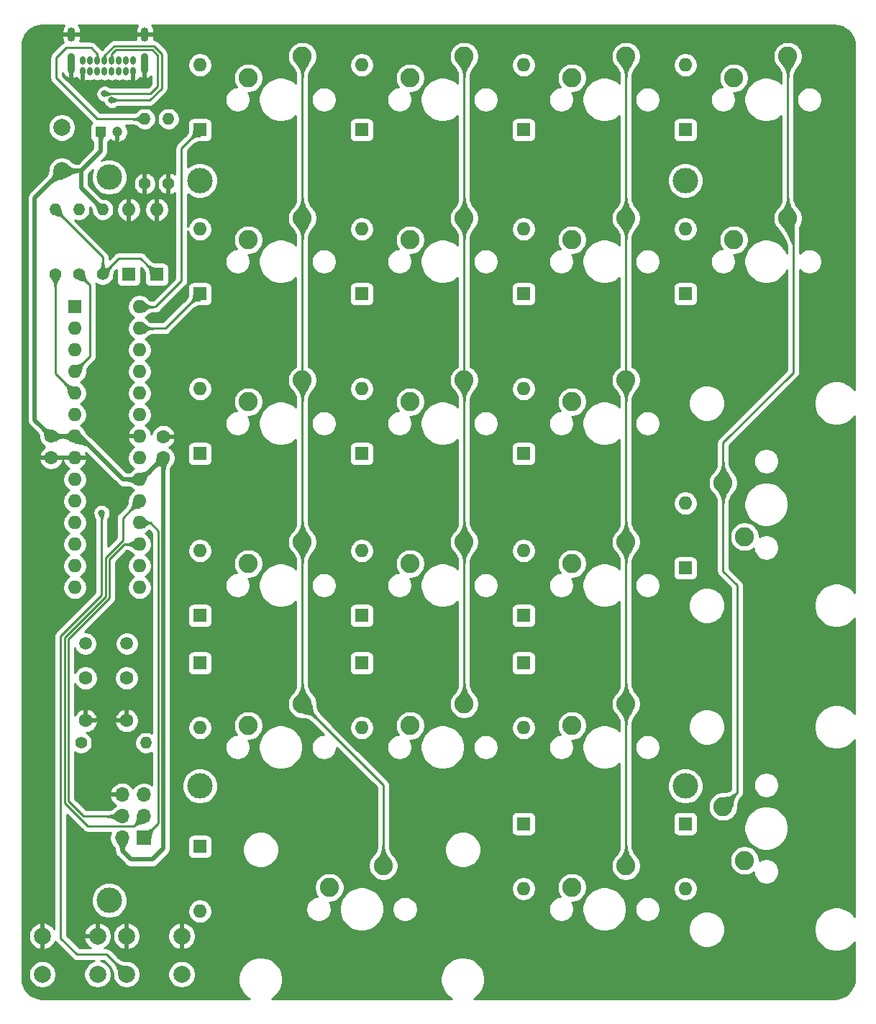
<source format=gbl>
G04 #@! TF.GenerationSoftware,KiCad,Pcbnew,5.1.6-c6e7f7d~87~ubuntu18.04.1*
G04 #@! TF.CreationDate,2020-08-05T15:47:38+02:00*
G04 #@! TF.ProjectId,numpad,6e756d70-6164-42e6-9b69-6361645f7063,rev?*
G04 #@! TF.SameCoordinates,Original*
G04 #@! TF.FileFunction,Copper,L2,Bot*
G04 #@! TF.FilePolarity,Positive*
%FSLAX46Y46*%
G04 Gerber Fmt 4.6, Leading zero omitted, Abs format (unit mm)*
G04 Created by KiCad (PCBNEW 5.1.6-c6e7f7d~87~ubuntu18.04.1) date 2020-08-05 15:47:38*
%MOMM*%
%LPD*%
G01*
G04 APERTURE LIST*
G04 #@! TA.AperFunction,ComponentPad*
%ADD10C,3.000000*%
G04 #@! TD*
G04 #@! TA.AperFunction,ComponentPad*
%ADD11O,1.400000X1.400000*%
G04 #@! TD*
G04 #@! TA.AperFunction,ComponentPad*
%ADD12C,1.400000*%
G04 #@! TD*
G04 #@! TA.AperFunction,ComponentPad*
%ADD13O,0.650000X1.000000*%
G04 #@! TD*
G04 #@! TA.AperFunction,ComponentPad*
%ADD14O,0.900000X2.400000*%
G04 #@! TD*
G04 #@! TA.AperFunction,ComponentPad*
%ADD15O,0.900000X1.700000*%
G04 #@! TD*
G04 #@! TA.AperFunction,ComponentPad*
%ADD16O,1.700000X1.700000*%
G04 #@! TD*
G04 #@! TA.AperFunction,ComponentPad*
%ADD17R,1.700000X1.700000*%
G04 #@! TD*
G04 #@! TA.AperFunction,ComponentPad*
%ADD18O,1.600000X1.600000*%
G04 #@! TD*
G04 #@! TA.AperFunction,ComponentPad*
%ADD19R,1.600000X1.600000*%
G04 #@! TD*
G04 #@! TA.AperFunction,ComponentPad*
%ADD20C,2.250000*%
G04 #@! TD*
G04 #@! TA.AperFunction,ComponentPad*
%ADD21C,1.500000*%
G04 #@! TD*
G04 #@! TA.AperFunction,ComponentPad*
%ADD22C,2.000000*%
G04 #@! TD*
G04 #@! TA.AperFunction,ComponentPad*
%ADD23C,1.600000*%
G04 #@! TD*
G04 #@! TA.AperFunction,ComponentPad*
%ADD24C,1.200000*%
G04 #@! TD*
G04 #@! TA.AperFunction,ComponentPad*
%ADD25R,1.200000X1.200000*%
G04 #@! TD*
G04 #@! TA.AperFunction,ViaPad*
%ADD26C,0.800000*%
G04 #@! TD*
G04 #@! TA.AperFunction,Conductor*
%ADD27C,0.500000*%
G04 #@! TD*
G04 #@! TA.AperFunction,Conductor*
%ADD28C,0.250000*%
G04 #@! TD*
G04 #@! TA.AperFunction,Conductor*
%ADD29C,0.254000*%
G04 #@! TD*
G04 #@! TA.AperFunction,Conductor*
%ADD30C,0.025400*%
G04 #@! TD*
G04 APERTURE END LIST*
D10*
G04 #@! TO.P,REF\u002A\u002A,1*
G04 #@! TO.N,N/C*
X91186000Y-61722000D03*
G04 #@! TD*
G04 #@! TO.P,REF\u002A\u002A,1*
G04 #@! TO.N,N/C*
X91186000Y-146812000D03*
G04 #@! TD*
D11*
G04 #@! TO.P,R6,2*
G04 #@! TO.N,+5V*
X95504000Y-128270000D03*
D12*
G04 #@! TO.P,R6,1*
G04 #@! TO.N,reset*
X87884000Y-128270000D03*
G04 #@! TD*
D11*
G04 #@! TO.P,R5,2*
G04 #@! TO.N,Net-(R5-Pad2)*
X95377000Y-54864000D03*
D12*
G04 #@! TO.P,R5,1*
G04 #@! TO.N,GND*
X95377000Y-62484000D03*
G04 #@! TD*
D11*
G04 #@! TO.P,R4,2*
G04 #@! TO.N,Net-(R4-Pad2)*
X98171000Y-54864000D03*
D12*
G04 #@! TO.P,R4,1*
G04 #@! TO.N,GND*
X98171000Y-62484000D03*
G04 #@! TD*
D11*
G04 #@! TO.P,R3,2*
G04 #@! TO.N,+5V*
X90424000Y-65532000D03*
D12*
G04 #@! TO.P,R3,1*
G04 #@! TO.N,Net-(D1-Pad1)*
X90424000Y-73152000D03*
G04 #@! TD*
D11*
G04 #@! TO.P,R2,2*
G04 #@! TO.N,Net-(D2-Pad1)*
X87630000Y-65532000D03*
D12*
G04 #@! TO.P,R2,1*
G04 #@! TO.N,D+*
X87630000Y-73152000D03*
G04 #@! TD*
D11*
G04 #@! TO.P,R1,2*
G04 #@! TO.N,Net-(D1-Pad1)*
X84836000Y-65532000D03*
D12*
G04 #@! TO.P,R1,1*
G04 #@! TO.N,D-*
X84836000Y-73152000D03*
G04 #@! TD*
D10*
G04 #@! TO.P,REF\u002A\u002A,1*
G04 #@! TO.N,N/C*
X101854000Y-133350000D03*
G04 #@! TD*
G04 #@! TO.P,REF\u002A\u002A,1*
G04 #@! TO.N,N/C*
X159004000Y-133350000D03*
G04 #@! TD*
G04 #@! TO.P,REF\u002A\u002A,1*
G04 #@! TO.N,N/C*
X101854000Y-62103000D03*
G04 #@! TD*
G04 #@! TO.P,REF\u002A\u002A,1*
G04 #@! TO.N,N/C*
X159004000Y-62103000D03*
G04 #@! TD*
D13*
G04 #@! TO.P,USB1,A5*
G04 #@! TO.N,Net-(R4-Pad2)*
X92334000Y-49280000D03*
G04 #@! TO.P,USB1,A1*
G04 #@! TO.N,GND*
X94034000Y-49280000D03*
G04 #@! TO.P,USB1,A4*
G04 #@! TO.N,VCC*
X93184000Y-49280000D03*
G04 #@! TO.P,USB1,A6*
G04 #@! TO.N,Net-(D2-Pad1)*
X91484000Y-49280000D03*
G04 #@! TO.P,USB1,A7*
G04 #@! TO.N,Net-(D1-Pad1)*
X90634000Y-49280000D03*
G04 #@! TO.P,USB1,A8*
G04 #@! TO.N,Net-(USB1-PadA8)*
X89784000Y-49280000D03*
G04 #@! TO.P,USB1,A9*
G04 #@! TO.N,VCC*
X88934000Y-49280000D03*
G04 #@! TO.P,USB1,A12*
G04 #@! TO.N,GND*
X88084000Y-49280000D03*
G04 #@! TO.P,USB1,B12*
X94034000Y-47955000D03*
G04 #@! TO.P,USB1,B9*
G04 #@! TO.N,VCC*
X93179000Y-47955000D03*
G04 #@! TO.P,USB1,B8*
G04 #@! TO.N,Net-(USB1-PadB8)*
X92329000Y-47955000D03*
G04 #@! TO.P,USB1,B7*
G04 #@! TO.N,Net-(D1-Pad1)*
X91479000Y-47955000D03*
G04 #@! TO.P,USB1,B6*
G04 #@! TO.N,Net-(D2-Pad1)*
X90629000Y-47955000D03*
G04 #@! TO.P,USB1,B5*
G04 #@! TO.N,Net-(R5-Pad2)*
X89779000Y-47955000D03*
G04 #@! TO.P,USB1,B4*
G04 #@! TO.N,VCC*
X88929000Y-47955000D03*
G04 #@! TO.P,USB1,B1*
G04 #@! TO.N,GND*
X88079000Y-47955000D03*
D14*
G04 #@! TO.P,USB1,S1*
X95384000Y-48300000D03*
X86734000Y-48300000D03*
D15*
X95384000Y-44920000D03*
X86734000Y-44920000D03*
G04 #@! TD*
D16*
G04 #@! TO.P,ISP1,6*
G04 #@! TO.N,GND*
X92710000Y-134366000D03*
G04 #@! TO.P,ISP1,5*
G04 #@! TO.N,reset*
X95250000Y-134366000D03*
G04 #@! TO.P,ISP1,4*
G04 #@! TO.N,MOSI*
X92710000Y-136906000D03*
G04 #@! TO.P,ISP1,3*
G04 #@! TO.N,SCK*
X95250000Y-136906000D03*
G04 #@! TO.P,ISP1,2*
G04 #@! TO.N,+5V*
X92710000Y-139446000D03*
D17*
G04 #@! TO.P,ISP1,1*
G04 #@! TO.N,MISO*
X95250000Y-139446000D03*
G04 #@! TD*
D18*
G04 #@! TO.P,D19,2*
G04 #@! TO.N,Net-(D19-Pad2)*
X120904000Y-126492000D03*
D19*
G04 #@! TO.P,D19,1*
G04 #@! TO.N,row4*
X120904000Y-118872000D03*
G04 #@! TD*
D20*
G04 #@! TO.P,MX16,2*
G04 #@! TO.N,col0*
X113919000Y-123698000D03*
G04 #@! TO.P,MX16,1*
G04 #@! TO.N,Net-(D18-Pad2)*
X107569000Y-126238000D03*
G04 #@! TD*
G04 #@! TO.P,MX20,2*
G04 #@! TO.N,col2*
X152019000Y-142748000D03*
G04 #@! TO.P,MX20,1*
G04 #@! TO.N,Net-(D22-Pad2)*
X145669000Y-145288000D03*
G04 #@! TD*
G04 #@! TO.P,MX19,2*
G04 #@! TO.N,col0*
X123444000Y-142748000D03*
G04 #@! TO.P,MX19,1*
G04 #@! TO.N,Net-(D21-Pad2)*
X117094000Y-145288000D03*
G04 #@! TD*
G04 #@! TO.P,MX18,2*
G04 #@! TO.N,col2*
X152019000Y-123698000D03*
G04 #@! TO.P,MX18,1*
G04 #@! TO.N,Net-(D20-Pad2)*
X145669000Y-126238000D03*
G04 #@! TD*
G04 #@! TO.P,MX21,2*
G04 #@! TO.N,col3*
X163449000Y-135763000D03*
G04 #@! TO.P,MX21,1*
G04 #@! TO.N,Net-(D23-Pad2)*
X165989000Y-142113000D03*
G04 #@! TD*
G04 #@! TO.P,MX15,2*
G04 #@! TO.N,col3*
X163449000Y-97663000D03*
G04 #@! TO.P,MX15,1*
G04 #@! TO.N,Net-(D17-Pad2)*
X165989000Y-104013000D03*
G04 #@! TD*
D18*
G04 #@! TO.P,D23,2*
G04 #@! TO.N,Net-(D23-Pad2)*
X159004000Y-145415000D03*
D19*
G04 #@! TO.P,D23,1*
G04 #@! TO.N,row5*
X159004000Y-137795000D03*
G04 #@! TD*
D18*
G04 #@! TO.P,D22,2*
G04 #@! TO.N,Net-(D22-Pad2)*
X139954000Y-145415000D03*
D19*
G04 #@! TO.P,D22,1*
G04 #@! TO.N,row5*
X139954000Y-137795000D03*
G04 #@! TD*
D18*
G04 #@! TO.P,D21,2*
G04 #@! TO.N,Net-(D21-Pad2)*
X101854000Y-148082000D03*
D19*
G04 #@! TO.P,D21,1*
G04 #@! TO.N,row5*
X101854000Y-140462000D03*
G04 #@! TD*
D18*
G04 #@! TO.P,D17,2*
G04 #@! TO.N,Net-(D17-Pad2)*
X159004000Y-100076000D03*
D19*
G04 #@! TO.P,D17,1*
G04 #@! TO.N,row3*
X159004000Y-107696000D03*
G04 #@! TD*
D18*
G04 #@! TO.P,MCU1,28*
G04 #@! TO.N,row0*
X94742000Y-76962000D03*
G04 #@! TO.P,MCU1,14*
G04 #@! TO.N,row5*
X87122000Y-109982000D03*
G04 #@! TO.P,MCU1,27*
G04 #@! TO.N,row1*
X94742000Y-79502000D03*
G04 #@! TO.P,MCU1,13*
G04 #@! TO.N,row4*
X87122000Y-107442000D03*
G04 #@! TO.P,MCU1,26*
G04 #@! TO.N,col3*
X94742000Y-82042000D03*
G04 #@! TO.P,MCU1,12*
G04 #@! TO.N,Net-(MCU1-Pad12)*
X87122000Y-104902000D03*
G04 #@! TO.P,MCU1,25*
G04 #@! TO.N,col2*
X94742000Y-84582000D03*
G04 #@! TO.P,MCU1,11*
G04 #@! TO.N,Net-(MCU1-Pad11)*
X87122000Y-102362000D03*
G04 #@! TO.P,MCU1,24*
G04 #@! TO.N,col1*
X94742000Y-87122000D03*
G04 #@! TO.P,MCU1,10*
G04 #@! TO.N,Net-(C4-Pad1)*
X87122000Y-99822000D03*
G04 #@! TO.P,MCU1,23*
G04 #@! TO.N,col0*
X94742000Y-89662000D03*
G04 #@! TO.P,MCU1,9*
G04 #@! TO.N,Net-(C5-Pad1)*
X87122000Y-97282000D03*
G04 #@! TO.P,MCU1,22*
G04 #@! TO.N,GND*
X94742000Y-92202000D03*
G04 #@! TO.P,MCU1,8*
X87122000Y-94742000D03*
G04 #@! TO.P,MCU1,21*
G04 #@! TO.N,Net-(MCU1-Pad21)*
X94742000Y-94742000D03*
G04 #@! TO.P,MCU1,7*
G04 #@! TO.N,+5V*
X87122000Y-92202000D03*
G04 #@! TO.P,MCU1,20*
X94742000Y-97282000D03*
G04 #@! TO.P,MCU1,6*
G04 #@! TO.N,boot*
X87122000Y-89662000D03*
G04 #@! TO.P,MCU1,19*
G04 #@! TO.N,SCK*
X94742000Y-99822000D03*
G04 #@! TO.P,MCU1,5*
G04 #@! TO.N,D-*
X87122000Y-87122000D03*
G04 #@! TO.P,MCU1,18*
G04 #@! TO.N,MISO*
X94742000Y-102362000D03*
G04 #@! TO.P,MCU1,4*
G04 #@! TO.N,D+*
X87122000Y-84582000D03*
G04 #@! TO.P,MCU1,17*
G04 #@! TO.N,MOSI*
X94742000Y-104902000D03*
G04 #@! TO.P,MCU1,3*
G04 #@! TO.N,Net-(MCU1-Pad3)*
X87122000Y-82042000D03*
G04 #@! TO.P,MCU1,16*
G04 #@! TO.N,row2*
X94742000Y-107442000D03*
G04 #@! TO.P,MCU1,2*
G04 #@! TO.N,Net-(MCU1-Pad2)*
X87122000Y-79502000D03*
G04 #@! TO.P,MCU1,15*
G04 #@! TO.N,row3*
X94742000Y-109982000D03*
D19*
G04 #@! TO.P,MCU1,1*
G04 #@! TO.N,reset*
X87122000Y-76962000D03*
G04 #@! TD*
D20*
G04 #@! TO.P,MX5,2*
G04 #@! TO.N,col0*
X113919000Y-66548000D03*
G04 #@! TO.P,MX5,1*
G04 #@! TO.N,Net-(D7-Pad2)*
X107569000Y-69088000D03*
G04 #@! TD*
G04 #@! TO.P,MX17,2*
G04 #@! TO.N,col1*
X132969000Y-123698000D03*
G04 #@! TO.P,MX17,1*
G04 #@! TO.N,Net-(D19-Pad2)*
X126619000Y-126238000D03*
G04 #@! TD*
G04 #@! TO.P,MX14,2*
G04 #@! TO.N,col2*
X152019000Y-104648000D03*
G04 #@! TO.P,MX14,1*
G04 #@! TO.N,Net-(D16-Pad2)*
X145669000Y-107188000D03*
G04 #@! TD*
G04 #@! TO.P,MX13,2*
G04 #@! TO.N,col1*
X132969000Y-104648000D03*
G04 #@! TO.P,MX13,1*
G04 #@! TO.N,Net-(D15-Pad2)*
X126619000Y-107188000D03*
G04 #@! TD*
G04 #@! TO.P,MX12,2*
G04 #@! TO.N,col0*
X113919000Y-104648000D03*
G04 #@! TO.P,MX12,1*
G04 #@! TO.N,Net-(D14-Pad2)*
X107569000Y-107188000D03*
G04 #@! TD*
G04 #@! TO.P,MX11,2*
G04 #@! TO.N,col2*
X152019000Y-85598000D03*
G04 #@! TO.P,MX11,1*
G04 #@! TO.N,Net-(D13-Pad2)*
X145669000Y-88138000D03*
G04 #@! TD*
G04 #@! TO.P,MX10,2*
G04 #@! TO.N,col1*
X132969000Y-85598000D03*
G04 #@! TO.P,MX10,1*
G04 #@! TO.N,Net-(D12-Pad2)*
X126619000Y-88138000D03*
G04 #@! TD*
G04 #@! TO.P,MX9,2*
G04 #@! TO.N,col0*
X113919000Y-85598000D03*
G04 #@! TO.P,MX9,1*
G04 #@! TO.N,Net-(D11-Pad2)*
X107569000Y-88138000D03*
G04 #@! TD*
G04 #@! TO.P,MX8,2*
G04 #@! TO.N,col3*
X171069000Y-66548000D03*
G04 #@! TO.P,MX8,1*
G04 #@! TO.N,Net-(D10-Pad2)*
X164719000Y-69088000D03*
G04 #@! TD*
G04 #@! TO.P,MX7,2*
G04 #@! TO.N,col2*
X152019000Y-66548000D03*
G04 #@! TO.P,MX7,1*
G04 #@! TO.N,Net-(D9-Pad2)*
X145669000Y-69088000D03*
G04 #@! TD*
G04 #@! TO.P,MX6,2*
G04 #@! TO.N,col1*
X132969000Y-66548000D03*
G04 #@! TO.P,MX6,1*
G04 #@! TO.N,Net-(D8-Pad2)*
X126619000Y-69088000D03*
G04 #@! TD*
G04 #@! TO.P,MX4,2*
G04 #@! TO.N,col3*
X171069000Y-47498000D03*
G04 #@! TO.P,MX4,1*
G04 #@! TO.N,Net-(D6-Pad2)*
X164719000Y-50038000D03*
G04 #@! TD*
G04 #@! TO.P,MX3,2*
G04 #@! TO.N,col2*
X152019000Y-47498000D03*
G04 #@! TO.P,MX3,1*
G04 #@! TO.N,Net-(D5-Pad2)*
X145669000Y-50038000D03*
G04 #@! TD*
G04 #@! TO.P,MX2,2*
G04 #@! TO.N,col1*
X132969000Y-47498000D03*
G04 #@! TO.P,MX2,1*
G04 #@! TO.N,Net-(D4-Pad2)*
X126619000Y-50038000D03*
G04 #@! TD*
G04 #@! TO.P,MX1,2*
G04 #@! TO.N,col0*
X113919000Y-47498000D03*
G04 #@! TO.P,MX1,1*
G04 #@! TO.N,Net-(D3-Pad2)*
X107569000Y-50038000D03*
G04 #@! TD*
D21*
G04 #@! TO.P,XTAL1,2*
G04 #@! TO.N,Net-(C4-Pad1)*
X93272000Y-116586000D03*
G04 #@! TO.P,XTAL1,1*
G04 #@! TO.N,Net-(C5-Pad1)*
X88392000Y-116586000D03*
G04 #@! TD*
D22*
G04 #@! TO.P,BOOT,1*
G04 #@! TO.N,GND*
X99718000Y-151003000D03*
G04 #@! TO.P,BOOT,2*
G04 #@! TO.N,boot*
X99718000Y-155503000D03*
G04 #@! TO.P,BOOT,1*
G04 #@! TO.N,GND*
X93218000Y-151003000D03*
G04 #@! TO.P,BOOT,2*
G04 #@! TO.N,boot*
X93218000Y-155503000D03*
G04 #@! TD*
G04 #@! TO.P,RESET,1*
G04 #@! TO.N,GND*
X89812000Y-151003000D03*
G04 #@! TO.P,RESET,2*
G04 #@! TO.N,reset*
X89812000Y-155503000D03*
G04 #@! TO.P,RESET,1*
G04 #@! TO.N,GND*
X83312000Y-151003000D03*
G04 #@! TO.P,RESET,2*
G04 #@! TO.N,reset*
X83312000Y-155503000D03*
G04 #@! TD*
G04 #@! TO.P,F1,2*
G04 #@! TO.N,VCC*
X85608000Y-55880000D03*
G04 #@! TO.P,F1,1*
G04 #@! TO.N,+5V*
X85598000Y-60960000D03*
G04 #@! TD*
D18*
G04 #@! TO.P,D20,2*
G04 #@! TO.N,Net-(D20-Pad2)*
X139954000Y-126492000D03*
D19*
G04 #@! TO.P,D20,1*
G04 #@! TO.N,row4*
X139954000Y-118872000D03*
G04 #@! TD*
D18*
G04 #@! TO.P,D18,2*
G04 #@! TO.N,Net-(D18-Pad2)*
X101854000Y-126492000D03*
D19*
G04 #@! TO.P,D18,1*
G04 #@! TO.N,row4*
X101854000Y-118872000D03*
G04 #@! TD*
D18*
G04 #@! TO.P,D16,2*
G04 #@! TO.N,Net-(D16-Pad2)*
X139954000Y-105664000D03*
D19*
G04 #@! TO.P,D16,1*
G04 #@! TO.N,row3*
X139954000Y-113284000D03*
G04 #@! TD*
D18*
G04 #@! TO.P,D15,2*
G04 #@! TO.N,Net-(D15-Pad2)*
X120904000Y-105664000D03*
D19*
G04 #@! TO.P,D15,1*
G04 #@! TO.N,row3*
X120904000Y-113284000D03*
G04 #@! TD*
D18*
G04 #@! TO.P,D14,2*
G04 #@! TO.N,Net-(D14-Pad2)*
X101854000Y-105664000D03*
D19*
G04 #@! TO.P,D14,1*
G04 #@! TO.N,row3*
X101854000Y-113284000D03*
G04 #@! TD*
D18*
G04 #@! TO.P,D13,2*
G04 #@! TO.N,Net-(D13-Pad2)*
X139954000Y-86614000D03*
D19*
G04 #@! TO.P,D13,1*
G04 #@! TO.N,row2*
X139954000Y-94234000D03*
G04 #@! TD*
D18*
G04 #@! TO.P,D12,2*
G04 #@! TO.N,Net-(D12-Pad2)*
X120904000Y-86614000D03*
D19*
G04 #@! TO.P,D12,1*
G04 #@! TO.N,row2*
X120904000Y-94234000D03*
G04 #@! TD*
D18*
G04 #@! TO.P,D11,2*
G04 #@! TO.N,Net-(D11-Pad2)*
X101854000Y-86614000D03*
D19*
G04 #@! TO.P,D11,1*
G04 #@! TO.N,row2*
X101854000Y-94234000D03*
G04 #@! TD*
D18*
G04 #@! TO.P,D10,2*
G04 #@! TO.N,Net-(D10-Pad2)*
X159004000Y-67818000D03*
D19*
G04 #@! TO.P,D10,1*
G04 #@! TO.N,row1*
X159004000Y-75438000D03*
G04 #@! TD*
D18*
G04 #@! TO.P,D9,2*
G04 #@! TO.N,Net-(D9-Pad2)*
X139954000Y-67818000D03*
D19*
G04 #@! TO.P,D9,1*
G04 #@! TO.N,row1*
X139954000Y-75438000D03*
G04 #@! TD*
D18*
G04 #@! TO.P,D8,2*
G04 #@! TO.N,Net-(D8-Pad2)*
X120904000Y-67818000D03*
D19*
G04 #@! TO.P,D8,1*
G04 #@! TO.N,row1*
X120904000Y-75438000D03*
G04 #@! TD*
D18*
G04 #@! TO.P,D7,2*
G04 #@! TO.N,Net-(D7-Pad2)*
X101854000Y-67818000D03*
D19*
G04 #@! TO.P,D7,1*
G04 #@! TO.N,row1*
X101854000Y-75438000D03*
G04 #@! TD*
D18*
G04 #@! TO.P,D6,2*
G04 #@! TO.N,Net-(D6-Pad2)*
X159004000Y-48514000D03*
D19*
G04 #@! TO.P,D6,1*
G04 #@! TO.N,row0*
X159004000Y-56134000D03*
G04 #@! TD*
D18*
G04 #@! TO.P,D5,2*
G04 #@! TO.N,Net-(D5-Pad2)*
X139954000Y-48514000D03*
D19*
G04 #@! TO.P,D5,1*
G04 #@! TO.N,row0*
X139954000Y-56134000D03*
G04 #@! TD*
D18*
G04 #@! TO.P,D4,2*
G04 #@! TO.N,Net-(D4-Pad2)*
X120904000Y-48514000D03*
D19*
G04 #@! TO.P,D4,1*
G04 #@! TO.N,row0*
X120904000Y-56134000D03*
G04 #@! TD*
D18*
G04 #@! TO.P,D3,2*
G04 #@! TO.N,Net-(D3-Pad2)*
X101854000Y-48514000D03*
D19*
G04 #@! TO.P,D3,1*
G04 #@! TO.N,row0*
X101854000Y-56134000D03*
G04 #@! TD*
D18*
G04 #@! TO.P,D2,2*
G04 #@! TO.N,GND*
X93472000Y-65532000D03*
D19*
G04 #@! TO.P,D2,1*
G04 #@! TO.N,Net-(D2-Pad1)*
X93472000Y-73152000D03*
G04 #@! TD*
D18*
G04 #@! TO.P,D1,2*
G04 #@! TO.N,GND*
X96774000Y-65532000D03*
D19*
G04 #@! TO.P,D1,1*
G04 #@! TO.N,Net-(D1-Pad1)*
X96774000Y-73152000D03*
G04 #@! TD*
D23*
G04 #@! TO.P,C5,2*
G04 #@! TO.N,GND*
X88392000Y-125650000D03*
G04 #@! TO.P,C5,1*
G04 #@! TO.N,Net-(C5-Pad1)*
X88392000Y-120650000D03*
G04 #@! TD*
G04 #@! TO.P,C4,2*
G04 #@! TO.N,GND*
X93218000Y-125650000D03*
G04 #@! TO.P,C4,1*
G04 #@! TO.N,Net-(C4-Pad1)*
X93218000Y-120650000D03*
G04 #@! TD*
G04 #@! TO.P,C3,2*
G04 #@! TO.N,GND*
X97536000Y-92242000D03*
G04 #@! TO.P,C3,1*
G04 #@! TO.N,+5V*
X97536000Y-94742000D03*
G04 #@! TD*
G04 #@! TO.P,C2,2*
G04 #@! TO.N,GND*
X84328000Y-94702000D03*
G04 #@! TO.P,C2,1*
G04 #@! TO.N,+5V*
X84328000Y-92202000D03*
G04 #@! TD*
D24*
G04 #@! TO.P,C1,2*
G04 #@! TO.N,GND*
X92170000Y-56388000D03*
D25*
G04 #@! TO.P,C1,1*
G04 #@! TO.N,+5V*
X90170000Y-56388000D03*
G04 #@! TD*
D26*
G04 #@! TO.N,GND*
X91059000Y-44831000D03*
G04 #@! TO.N,Net-(D1-Pad1)*
X90634000Y-51899000D03*
G04 #@! TO.N,Net-(D2-Pad1)*
X91484000Y-52624000D03*
G04 #@! TO.N,boot*
X90285981Y-101230019D03*
G04 #@! TD*
D27*
G04 #@! TO.N,GND*
X97750000Y-92202000D02*
X97790000Y-92242000D01*
X87082000Y-94702000D02*
X87122000Y-94742000D01*
X84328000Y-94702000D02*
X87082000Y-94702000D01*
X88084000Y-49280000D02*
X88084000Y-50492000D01*
X94034000Y-49280000D02*
X94034000Y-50365000D01*
X94742000Y-92202000D02*
X93218000Y-92202000D01*
X87122000Y-94742000D02*
X88646000Y-94742000D01*
X84328000Y-94702000D02*
X82844000Y-94702000D01*
X97536000Y-92242000D02*
X99274000Y-92242000D01*
X93472000Y-65532000D02*
X93472000Y-67056000D01*
X96774000Y-65532000D02*
X96774000Y-67056000D01*
X96774000Y-65532000D02*
X96774000Y-63754000D01*
X93472000Y-65532000D02*
X93472000Y-63754000D01*
X95377000Y-62484000D02*
X95377000Y-63881000D01*
X98171000Y-62484000D02*
X98171000Y-64135000D01*
X98171000Y-62484000D02*
X98171000Y-61087000D01*
X95377000Y-62484000D02*
X95377000Y-60833000D01*
X86734000Y-48300000D02*
X86734000Y-50158000D01*
X95384000Y-48300000D02*
X95384000Y-50412000D01*
X95384000Y-44920000D02*
X96990000Y-44920000D01*
X95384000Y-44920000D02*
X94272000Y-44920000D01*
X86734000Y-44920000D02*
X88100000Y-44920000D01*
X86734000Y-44920000D02*
X85382000Y-44920000D01*
X93218000Y-125650000D02*
X93218000Y-123952000D01*
X88392000Y-125650000D02*
X88392000Y-123952000D01*
X99718000Y-151003000D02*
X99718000Y-152550000D01*
X99718000Y-151003000D02*
X99718000Y-149202000D01*
X93218000Y-151003000D02*
X93218000Y-149352000D01*
X93218000Y-151003000D02*
X93218000Y-152908000D01*
X89812000Y-151003000D02*
X89812000Y-149202000D01*
X83312000Y-151003000D02*
X83312000Y-149352000D01*
X83312000Y-151003000D02*
X83312000Y-152908000D01*
X92710000Y-134366000D02*
X90932000Y-134366000D01*
X92170000Y-56388000D02*
X92170000Y-57372000D01*
X89812000Y-151003000D02*
X88011000Y-151003000D01*
X93218000Y-125650000D02*
X92028000Y-125650000D01*
X88392000Y-125650000D02*
X89582000Y-125650000D01*
G04 #@! TO.N,+5V*
X84328000Y-92202000D02*
X87122000Y-92202000D01*
X94742000Y-97282000D02*
X92837000Y-97282000D01*
X87757000Y-92202000D02*
X87122000Y-92202000D01*
X92837000Y-97282000D02*
X87757000Y-92202000D01*
X94996000Y-97282000D02*
X97536000Y-94742000D01*
X94742000Y-97282000D02*
X94996000Y-97282000D01*
X85598000Y-60960000D02*
X87884000Y-60960000D01*
X84328000Y-92202000D02*
X82423000Y-90297000D01*
X82423000Y-64135000D02*
X85598000Y-60960000D01*
X82423000Y-90297000D02*
X82423000Y-64135000D01*
X90170000Y-58674000D02*
X87884000Y-60960000D01*
X90170000Y-56388000D02*
X90170000Y-58674000D01*
X87884000Y-62992000D02*
X87884000Y-60960000D01*
X90424000Y-65532000D02*
X87884000Y-62992000D01*
X92710000Y-139446000D02*
X92710000Y-140970000D01*
X92710000Y-140970000D02*
X93726000Y-141986000D01*
X96266000Y-141986000D02*
X97536000Y-140716000D01*
X93726000Y-141986000D02*
X96266000Y-141986000D01*
X97536000Y-140716000D02*
X97536000Y-94742000D01*
D28*
G04 #@! TO.N,Net-(C4-Pad1)*
X93472000Y-116586000D02*
X93218000Y-116332000D01*
G04 #@! TO.N,Net-(D1-Pad1)*
X90424000Y-73152000D02*
X92329000Y-71247000D01*
X94869000Y-71247000D02*
X96774000Y-73152000D01*
X92329000Y-71247000D02*
X94869000Y-71247000D01*
X90424000Y-71120000D02*
X84836000Y-65532000D01*
X90424000Y-73152000D02*
X90424000Y-71120000D01*
X96901000Y-47371000D02*
X96901000Y-51054000D01*
X91948000Y-46736000D02*
X96266000Y-46736000D01*
X96901000Y-51054000D02*
X96056000Y-51899000D01*
X96056000Y-51899000D02*
X90634000Y-51899000D01*
X96266000Y-46736000D02*
X96901000Y-47371000D01*
X91479000Y-47955000D02*
X91479000Y-47205000D01*
X91479000Y-47205000D02*
X91948000Y-46736000D01*
G04 #@! TO.N,Net-(D2-Pad1)*
X95967410Y-52624000D02*
X91484000Y-52624000D01*
X97351009Y-51240401D02*
X95967410Y-52624000D01*
X97351010Y-47184600D02*
X97351009Y-51240401D01*
X90629000Y-47955000D02*
X90629000Y-47418590D01*
X91761600Y-46285990D02*
X96452401Y-46285991D01*
X90629000Y-47418590D02*
X91761600Y-46285990D01*
X96452401Y-46285991D02*
X97351010Y-47184600D01*
G04 #@! TO.N,boot*
X87122000Y-89662000D02*
X87630000Y-89662000D01*
X90877000Y-153162000D02*
X87376000Y-153162000D01*
X93218000Y-155503000D02*
X90877000Y-153162000D01*
X85459982Y-115705198D02*
X90285981Y-110879199D01*
X87376000Y-153162000D02*
X85459981Y-151245981D01*
X90285981Y-110879199D02*
X90285981Y-101230019D01*
X85459981Y-151245981D02*
X85459982Y-115705198D01*
G04 #@! TO.N,D-*
X84836000Y-84836000D02*
X87122000Y-87122000D01*
X84836000Y-73152000D02*
X84836000Y-84836000D01*
G04 #@! TO.N,D+*
X87630000Y-73152000D02*
X88900000Y-74422000D01*
X88900000Y-82804000D02*
X87122000Y-84582000D01*
X88900000Y-74422000D02*
X88900000Y-82804000D01*
G04 #@! TO.N,row0*
X94742000Y-76962000D02*
X96647000Y-76962000D01*
X96647000Y-76962000D02*
X99695000Y-73914000D01*
X99695000Y-58293000D02*
X101854000Y-56134000D01*
X99695000Y-73914000D02*
X99695000Y-58293000D01*
G04 #@! TO.N,row1*
X97790000Y-79502000D02*
X94742000Y-79502000D01*
X101854000Y-75438000D02*
X97790000Y-79502000D01*
G04 #@! TO.N,col0*
X113919000Y-123698000D02*
X113919000Y-104648000D01*
X123444000Y-133223000D02*
X113919000Y-123698000D01*
X123444000Y-142748000D02*
X123444000Y-133223000D01*
X113919000Y-47498000D02*
X113919000Y-66548000D01*
X113919000Y-66548000D02*
X113919000Y-85598000D01*
X113919000Y-85598000D02*
X113919000Y-104648000D01*
G04 #@! TO.N,col1*
X132969000Y-104648000D02*
X132969000Y-123698000D01*
X132969000Y-104648000D02*
X132969000Y-85598000D01*
X132969000Y-85598000D02*
X132969000Y-66548000D01*
X132969000Y-53341998D02*
X132969000Y-47498000D01*
X132969000Y-66548000D02*
X132969000Y-53341998D01*
G04 #@! TO.N,col2*
X152019000Y-104648000D02*
X152019000Y-123698000D01*
X152019000Y-123698000D02*
X152019000Y-142748000D01*
X152019000Y-47498000D02*
X152019000Y-66548000D01*
X152019000Y-66548000D02*
X152019000Y-85598000D01*
X152019000Y-85598000D02*
X152019000Y-104648000D01*
G04 #@! TO.N,col3*
X171069000Y-47498000D02*
X171069000Y-66548000D01*
X163449000Y-97663000D02*
X163449000Y-92964000D01*
X163449000Y-92964000D02*
X171704000Y-84709000D01*
X171704000Y-67183000D02*
X171069000Y-66548000D01*
X171704000Y-84709000D02*
X171704000Y-67183000D01*
X163449000Y-97663000D02*
X163449000Y-108077000D01*
X163449000Y-108077000D02*
X165100000Y-109728000D01*
X165100000Y-134112000D02*
X163449000Y-135763000D01*
X165100000Y-109728000D02*
X165100000Y-134112000D01*
G04 #@! TO.N,MOSI*
X88138000Y-136906000D02*
X86360000Y-135128000D01*
X86360000Y-135128000D02*
X86360000Y-116078000D01*
X86360000Y-116078000D02*
X91186000Y-111252000D01*
X91186000Y-111252000D02*
X91186000Y-106680000D01*
X92964000Y-104902000D02*
X94742000Y-104902000D01*
X91186000Y-106680000D02*
X92964000Y-104902000D01*
X88138000Y-136906000D02*
X92710000Y-136906000D01*
G04 #@! TO.N,MISO*
X96012000Y-102362000D02*
X94742000Y-102362000D01*
X96960990Y-103310990D02*
X96012000Y-102362000D01*
X96960990Y-137735010D02*
X95250000Y-139446000D01*
X96960990Y-103310990D02*
X96960990Y-137735010D01*
G04 #@! TO.N,SCK*
X88676591Y-138081001D02*
X85909990Y-135314400D01*
X85909990Y-135314400D02*
X85909991Y-115891599D01*
X90735991Y-106493599D02*
X92777599Y-104451991D01*
X85909991Y-115891599D02*
X90735990Y-111065600D01*
X90735990Y-111065600D02*
X90735991Y-106493599D01*
X92777599Y-101786401D02*
X94742000Y-99822000D01*
X92777599Y-104451991D02*
X92777599Y-101786401D01*
X94074999Y-138081001D02*
X95250000Y-136906000D01*
X88676591Y-138081001D02*
X94074999Y-138081001D01*
G04 #@! TO.N,Net-(R5-Pad2)*
X95377000Y-54864000D02*
X89789000Y-54864000D01*
X89789000Y-54864000D02*
X84963000Y-50038000D01*
X84963000Y-50038000D02*
X84963000Y-47625000D01*
X84963000Y-47625000D02*
X86106000Y-46482000D01*
X89779000Y-47205000D02*
X89779000Y-47955000D01*
X89056000Y-46482000D02*
X89779000Y-47205000D01*
X86106000Y-46482000D02*
X89056000Y-46482000D01*
G04 #@! TD*
D29*
G04 #@! TO.N,GND*
G36*
X85827492Y-43914290D02*
G01*
X85726742Y-44102780D01*
X85664700Y-44307303D01*
X85649000Y-44466706D01*
X85649000Y-45373293D01*
X85664700Y-45532696D01*
X85726741Y-45737219D01*
X85766159Y-45810966D01*
X85740983Y-45824423D01*
X85686189Y-45853710D01*
X85600374Y-45924137D01*
X85571683Y-45947683D01*
X85548137Y-45976374D01*
X84457375Y-47067137D01*
X84428684Y-47090683D01*
X84405138Y-47119374D01*
X84405137Y-47119375D01*
X84334710Y-47205190D01*
X84264882Y-47335831D01*
X84241193Y-47413923D01*
X84222023Y-47477119D01*
X84221882Y-47477583D01*
X84207362Y-47625000D01*
X84211001Y-47661945D01*
X84211000Y-50001064D01*
X84207362Y-50038000D01*
X84211000Y-50074935D01*
X84211000Y-50074937D01*
X84221881Y-50185417D01*
X84244671Y-50260543D01*
X84264882Y-50327169D01*
X84334710Y-50457810D01*
X84368746Y-50499283D01*
X84428683Y-50572317D01*
X84457379Y-50595867D01*
X89168171Y-55306659D01*
X89124499Y-55342499D01*
X89046147Y-55437972D01*
X88987925Y-55546897D01*
X88952073Y-55665087D01*
X88939967Y-55788000D01*
X88939967Y-56988000D01*
X88952073Y-57110913D01*
X88987925Y-57229103D01*
X89046147Y-57338028D01*
X89124499Y-57433501D01*
X89219972Y-57511853D01*
X89293001Y-57550888D01*
X89293001Y-58310734D01*
X87520735Y-60083000D01*
X87419603Y-60083000D01*
X87324450Y-60079679D01*
X87246556Y-60071243D01*
X87174614Y-60057795D01*
X87107812Y-60039668D01*
X87045126Y-60016958D01*
X86985511Y-59989509D01*
X86927923Y-59956872D01*
X86871511Y-59918384D01*
X86815666Y-59873246D01*
X86750699Y-59811774D01*
X86635152Y-59696227D01*
X86368673Y-59518172D01*
X86072578Y-59395525D01*
X85758245Y-59333000D01*
X85437755Y-59333000D01*
X85123422Y-59395525D01*
X84827327Y-59518172D01*
X84560848Y-59696227D01*
X84334227Y-59922848D01*
X84156172Y-60189327D01*
X84033525Y-60485422D01*
X83971000Y-60799755D01*
X83971000Y-60963161D01*
X83968528Y-61052572D01*
X83960956Y-61123985D01*
X83948284Y-61191075D01*
X83930644Y-61254867D01*
X83907893Y-61316448D01*
X83879630Y-61376820D01*
X83845206Y-61436884D01*
X83803848Y-61497259D01*
X83754727Y-61558312D01*
X83689822Y-61627913D01*
X81833327Y-63484408D01*
X81799868Y-63511867D01*
X81772409Y-63545326D01*
X81772406Y-63545329D01*
X81690274Y-63645408D01*
X81608838Y-63797764D01*
X81558690Y-63963078D01*
X81541757Y-64135000D01*
X81546001Y-64178090D01*
X81546000Y-90253920D01*
X81541757Y-90297000D01*
X81546000Y-90340078D01*
X81558690Y-90468921D01*
X81608838Y-90634236D01*
X81690273Y-90786591D01*
X81799867Y-90920133D01*
X81833332Y-90947597D01*
X82761245Y-91875510D01*
X82798992Y-91915980D01*
X82823849Y-91946861D01*
X82843811Y-91975978D01*
X82859736Y-92003735D01*
X82872385Y-92030720D01*
X82882418Y-92057832D01*
X82890239Y-92086063D01*
X82896004Y-92116520D01*
X82899586Y-92150221D01*
X82901000Y-92201213D01*
X82901000Y-92342547D01*
X82955838Y-92618241D01*
X83063409Y-92877938D01*
X83219576Y-93111660D01*
X83418340Y-93310424D01*
X83623026Y-93447190D01*
X83413241Y-93587363D01*
X83213363Y-93787241D01*
X83056320Y-94022273D01*
X82948147Y-94283426D01*
X82893000Y-94560665D01*
X82893000Y-94843335D01*
X82948147Y-95120574D01*
X83056320Y-95381727D01*
X83213363Y-95616759D01*
X83413241Y-95816637D01*
X83648273Y-95973680D01*
X83909426Y-96081853D01*
X84186665Y-96137000D01*
X84469335Y-96137000D01*
X84746574Y-96081853D01*
X85007727Y-95973680D01*
X85242759Y-95816637D01*
X85442637Y-95616759D01*
X85599680Y-95381727D01*
X85707853Y-95120574D01*
X85721022Y-95054371D01*
X85742147Y-95160574D01*
X85850320Y-95421727D01*
X86007363Y-95656759D01*
X86207241Y-95856637D01*
X86442273Y-96013680D01*
X86448669Y-96016329D01*
X86446062Y-96017409D01*
X86212340Y-96173576D01*
X86013576Y-96372340D01*
X85857409Y-96606062D01*
X85749838Y-96865759D01*
X85695000Y-97141453D01*
X85695000Y-97422547D01*
X85749838Y-97698241D01*
X85857409Y-97957938D01*
X86013576Y-98191660D01*
X86212340Y-98390424D01*
X86446062Y-98546591D01*
X86459120Y-98552000D01*
X86446062Y-98557409D01*
X86212340Y-98713576D01*
X86013576Y-98912340D01*
X85857409Y-99146062D01*
X85749838Y-99405759D01*
X85695000Y-99681453D01*
X85695000Y-99962547D01*
X85749838Y-100238241D01*
X85857409Y-100497938D01*
X86013576Y-100731660D01*
X86212340Y-100930424D01*
X86446062Y-101086591D01*
X86459120Y-101092000D01*
X86446062Y-101097409D01*
X86212340Y-101253576D01*
X86013576Y-101452340D01*
X85857409Y-101686062D01*
X85749838Y-101945759D01*
X85695000Y-102221453D01*
X85695000Y-102502547D01*
X85749838Y-102778241D01*
X85857409Y-103037938D01*
X86013576Y-103271660D01*
X86212340Y-103470424D01*
X86446062Y-103626591D01*
X86459120Y-103632000D01*
X86446062Y-103637409D01*
X86212340Y-103793576D01*
X86013576Y-103992340D01*
X85857409Y-104226062D01*
X85749838Y-104485759D01*
X85695000Y-104761453D01*
X85695000Y-105042547D01*
X85749838Y-105318241D01*
X85857409Y-105577938D01*
X86013576Y-105811660D01*
X86212340Y-106010424D01*
X86446062Y-106166591D01*
X86459120Y-106172000D01*
X86446062Y-106177409D01*
X86212340Y-106333576D01*
X86013576Y-106532340D01*
X85857409Y-106766062D01*
X85749838Y-107025759D01*
X85695000Y-107301453D01*
X85695000Y-107582547D01*
X85749838Y-107858241D01*
X85857409Y-108117938D01*
X86013576Y-108351660D01*
X86212340Y-108550424D01*
X86446062Y-108706591D01*
X86459120Y-108712000D01*
X86446062Y-108717409D01*
X86212340Y-108873576D01*
X86013576Y-109072340D01*
X85857409Y-109306062D01*
X85749838Y-109565759D01*
X85695000Y-109841453D01*
X85695000Y-110122547D01*
X85749838Y-110398241D01*
X85857409Y-110657938D01*
X86013576Y-110891660D01*
X86212340Y-111090424D01*
X86446062Y-111246591D01*
X86705759Y-111354162D01*
X86981453Y-111409000D01*
X87262547Y-111409000D01*
X87538241Y-111354162D01*
X87797938Y-111246591D01*
X88031660Y-111090424D01*
X88230424Y-110891660D01*
X88386591Y-110657938D01*
X88494162Y-110398241D01*
X88549000Y-110122547D01*
X88549000Y-109841453D01*
X88494162Y-109565759D01*
X88386591Y-109306062D01*
X88230424Y-109072340D01*
X88031660Y-108873576D01*
X87797938Y-108717409D01*
X87784880Y-108712000D01*
X87797938Y-108706591D01*
X88031660Y-108550424D01*
X88230424Y-108351660D01*
X88386591Y-108117938D01*
X88494162Y-107858241D01*
X88549000Y-107582547D01*
X88549000Y-107301453D01*
X88494162Y-107025759D01*
X88386591Y-106766062D01*
X88230424Y-106532340D01*
X88031660Y-106333576D01*
X87797938Y-106177409D01*
X87784880Y-106172000D01*
X87797938Y-106166591D01*
X88031660Y-106010424D01*
X88230424Y-105811660D01*
X88386591Y-105577938D01*
X88494162Y-105318241D01*
X88549000Y-105042547D01*
X88549000Y-104761453D01*
X88494162Y-104485759D01*
X88386591Y-104226062D01*
X88230424Y-103992340D01*
X88031660Y-103793576D01*
X87797938Y-103637409D01*
X87784880Y-103632000D01*
X87797938Y-103626591D01*
X88031660Y-103470424D01*
X88230424Y-103271660D01*
X88386591Y-103037938D01*
X88494162Y-102778241D01*
X88549000Y-102502547D01*
X88549000Y-102221453D01*
X88494162Y-101945759D01*
X88386591Y-101686062D01*
X88230424Y-101452340D01*
X88031660Y-101253576D01*
X87797938Y-101097409D01*
X87784880Y-101092000D01*
X87797938Y-101086591D01*
X88031660Y-100930424D01*
X88230424Y-100731660D01*
X88386591Y-100497938D01*
X88494162Y-100238241D01*
X88549000Y-99962547D01*
X88549000Y-99681453D01*
X88494162Y-99405759D01*
X88386591Y-99146062D01*
X88230424Y-98912340D01*
X88031660Y-98713576D01*
X87797938Y-98557409D01*
X87784880Y-98552000D01*
X87797938Y-98546591D01*
X88031660Y-98390424D01*
X88230424Y-98191660D01*
X88386591Y-97957938D01*
X88494162Y-97698241D01*
X88549000Y-97422547D01*
X88549000Y-97141453D01*
X88494162Y-96865759D01*
X88386591Y-96606062D01*
X88230424Y-96372340D01*
X88031660Y-96173576D01*
X87797938Y-96017409D01*
X87795331Y-96016329D01*
X87801727Y-96013680D01*
X88036759Y-95856637D01*
X88236637Y-95656759D01*
X88393680Y-95421727D01*
X88501853Y-95160574D01*
X88557000Y-94883335D01*
X88557000Y-94600665D01*
X88501853Y-94323426D01*
X88405469Y-94090734D01*
X92186408Y-97871674D01*
X92213867Y-97905133D01*
X92247326Y-97932592D01*
X92247328Y-97932594D01*
X92271182Y-97952170D01*
X92347408Y-98014727D01*
X92396373Y-98040899D01*
X92499763Y-98096162D01*
X92665077Y-98146310D01*
X92837000Y-98163243D01*
X92880079Y-98159000D01*
X93403272Y-98159000D01*
X93458591Y-98160925D01*
X93497983Y-98165182D01*
X93532702Y-98171659D01*
X93563587Y-98180025D01*
X93591607Y-98190159D01*
X93617878Y-98202239D01*
X93643371Y-98216671D01*
X93668978Y-98234128D01*
X93695345Y-98255428D01*
X93732392Y-98290476D01*
X93832340Y-98390424D01*
X94066062Y-98546591D01*
X94079120Y-98552000D01*
X94066062Y-98557409D01*
X93832340Y-98713576D01*
X93633576Y-98912340D01*
X93477409Y-99146062D01*
X93369838Y-99405759D01*
X93315000Y-99681453D01*
X93315000Y-99822862D01*
X93312640Y-99908528D01*
X93305508Y-99975963D01*
X93293601Y-100039151D01*
X93277063Y-100099075D01*
X93255754Y-100156850D01*
X93229277Y-100213488D01*
X93197013Y-100269849D01*
X93158164Y-100326609D01*
X93111917Y-100384120D01*
X93050218Y-100450294D01*
X92271974Y-101228538D01*
X92243283Y-101252084D01*
X92219737Y-101280775D01*
X92219736Y-101280776D01*
X92149309Y-101366591D01*
X92079481Y-101497232D01*
X92061331Y-101557065D01*
X92038234Y-101633206D01*
X92036481Y-101638984D01*
X92021961Y-101786401D01*
X92025600Y-101823346D01*
X92025599Y-104140503D01*
X91037981Y-105128121D01*
X91037981Y-101930416D01*
X91083704Y-101884693D01*
X91196096Y-101716486D01*
X91273514Y-101529584D01*
X91312981Y-101331170D01*
X91312981Y-101128868D01*
X91273514Y-100930454D01*
X91196096Y-100743552D01*
X91083704Y-100575345D01*
X90940655Y-100432296D01*
X90772448Y-100319904D01*
X90585546Y-100242486D01*
X90387132Y-100203019D01*
X90184830Y-100203019D01*
X89986416Y-100242486D01*
X89799514Y-100319904D01*
X89631307Y-100432296D01*
X89488258Y-100575345D01*
X89375866Y-100743552D01*
X89298448Y-100930454D01*
X89258981Y-101128868D01*
X89258981Y-101331170D01*
X89298448Y-101529584D01*
X89375866Y-101716486D01*
X89488258Y-101884693D01*
X89533982Y-101930417D01*
X89533981Y-110567710D01*
X84954357Y-115147335D01*
X84925666Y-115170881D01*
X84902120Y-115199572D01*
X84902119Y-115199573D01*
X84831692Y-115285388D01*
X84761864Y-115416029D01*
X84744949Y-115471790D01*
X84723141Y-115543683D01*
X84718864Y-115557781D01*
X84704344Y-115705198D01*
X84707983Y-115742144D01*
X84707981Y-150149311D01*
X84581987Y-149960748D01*
X84354252Y-149733013D01*
X84086463Y-149554082D01*
X83788912Y-149430832D01*
X83473033Y-149368000D01*
X83150967Y-149368000D01*
X82835088Y-149430832D01*
X82537537Y-149554082D01*
X82269748Y-149733013D01*
X82042013Y-149960748D01*
X81863082Y-150228537D01*
X81739832Y-150526088D01*
X81677000Y-150841967D01*
X81677000Y-151164033D01*
X81739832Y-151479912D01*
X81863082Y-151777463D01*
X82042013Y-152045252D01*
X82269748Y-152272987D01*
X82537537Y-152451918D01*
X82835088Y-152575168D01*
X83150967Y-152638000D01*
X83473033Y-152638000D01*
X83788912Y-152575168D01*
X84086463Y-152451918D01*
X84354252Y-152272987D01*
X84581987Y-152045252D01*
X84760918Y-151777463D01*
X84817878Y-151639949D01*
X84831691Y-151665791D01*
X84902118Y-151751606D01*
X84925664Y-151780297D01*
X84954355Y-151803843D01*
X86818136Y-153667625D01*
X86841683Y-153696317D01*
X86870374Y-153719863D01*
X86956189Y-153790290D01*
X87054224Y-153842690D01*
X87086830Y-153860118D01*
X87228582Y-153903119D01*
X87339062Y-153914000D01*
X87339064Y-153914000D01*
X87375999Y-153917638D01*
X87412935Y-153914000D01*
X89460717Y-153914000D01*
X89337422Y-153938525D01*
X89041327Y-154061172D01*
X88774848Y-154239227D01*
X88548227Y-154465848D01*
X88370172Y-154732327D01*
X88247525Y-155028422D01*
X88185000Y-155342755D01*
X88185000Y-155663245D01*
X88247525Y-155977578D01*
X88370172Y-156273673D01*
X88548227Y-156540152D01*
X88774848Y-156766773D01*
X89041327Y-156944828D01*
X89337422Y-157067475D01*
X89651755Y-157130000D01*
X89972245Y-157130000D01*
X90286578Y-157067475D01*
X90582673Y-156944828D01*
X90849152Y-156766773D01*
X91075773Y-156540152D01*
X91253828Y-156273673D01*
X91376475Y-155977578D01*
X91439000Y-155663245D01*
X91439000Y-155342755D01*
X91376475Y-155028422D01*
X91253828Y-154732327D01*
X91075773Y-154465848D01*
X90849152Y-154239227D01*
X90582673Y-154061172D01*
X90286578Y-153938525D01*
X90163283Y-153914000D01*
X90565512Y-153914000D01*
X91184776Y-154533264D01*
X91273711Y-154628654D01*
X91344258Y-154716394D01*
X91404501Y-154804430D01*
X91455278Y-154893157D01*
X91497354Y-154983200D01*
X91531355Y-155075427D01*
X91557690Y-155170900D01*
X91576480Y-155270671D01*
X91587586Y-155375756D01*
X91591000Y-155499789D01*
X91591000Y-155663245D01*
X91653525Y-155977578D01*
X91776172Y-156273673D01*
X91954227Y-156540152D01*
X92180848Y-156766773D01*
X92447327Y-156944828D01*
X92743422Y-157067475D01*
X93057755Y-157130000D01*
X93378245Y-157130000D01*
X93692578Y-157067475D01*
X93988673Y-156944828D01*
X94255152Y-156766773D01*
X94481773Y-156540152D01*
X94659828Y-156273673D01*
X94782475Y-155977578D01*
X94845000Y-155663245D01*
X94845000Y-155342755D01*
X98091000Y-155342755D01*
X98091000Y-155663245D01*
X98153525Y-155977578D01*
X98276172Y-156273673D01*
X98454227Y-156540152D01*
X98680848Y-156766773D01*
X98947327Y-156944828D01*
X99243422Y-157067475D01*
X99557755Y-157130000D01*
X99878245Y-157130000D01*
X100192578Y-157067475D01*
X100488673Y-156944828D01*
X100755152Y-156766773D01*
X100981773Y-156540152D01*
X101159828Y-156273673D01*
X101282475Y-155977578D01*
X101345000Y-155663245D01*
X101345000Y-155342755D01*
X101282475Y-155028422D01*
X101159828Y-154732327D01*
X100981773Y-154465848D01*
X100755152Y-154239227D01*
X100488673Y-154061172D01*
X100192578Y-153938525D01*
X99878245Y-153876000D01*
X99557755Y-153876000D01*
X99243422Y-153938525D01*
X98947327Y-154061172D01*
X98680848Y-154239227D01*
X98454227Y-154465848D01*
X98276172Y-154732327D01*
X98153525Y-155028422D01*
X98091000Y-155342755D01*
X94845000Y-155342755D01*
X94782475Y-155028422D01*
X94659828Y-154732327D01*
X94481773Y-154465848D01*
X94255152Y-154239227D01*
X93988673Y-154061172D01*
X93692578Y-153938525D01*
X93378245Y-153876000D01*
X93214789Y-153876000D01*
X93090756Y-153872586D01*
X92985671Y-153861480D01*
X92885900Y-153842690D01*
X92790427Y-153816355D01*
X92698200Y-153782354D01*
X92608157Y-153740278D01*
X92519430Y-153689501D01*
X92431394Y-153629258D01*
X92343654Y-153558711D01*
X92248264Y-153469776D01*
X91434867Y-152656379D01*
X91411317Y-152627683D01*
X91296810Y-152533710D01*
X91166170Y-152463882D01*
X91024418Y-152420881D01*
X90913938Y-152410000D01*
X90913935Y-152410000D01*
X90877000Y-152406362D01*
X90840065Y-152410000D01*
X90649198Y-152410000D01*
X90854252Y-152272987D01*
X91081987Y-152045252D01*
X91260918Y-151777463D01*
X91384168Y-151479912D01*
X91447000Y-151164033D01*
X91447000Y-150841967D01*
X91583000Y-150841967D01*
X91583000Y-151164033D01*
X91645832Y-151479912D01*
X91769082Y-151777463D01*
X91948013Y-152045252D01*
X92175748Y-152272987D01*
X92443537Y-152451918D01*
X92741088Y-152575168D01*
X93056967Y-152638000D01*
X93379033Y-152638000D01*
X93694912Y-152575168D01*
X93992463Y-152451918D01*
X94260252Y-152272987D01*
X94487987Y-152045252D01*
X94666918Y-151777463D01*
X94790168Y-151479912D01*
X94853000Y-151164033D01*
X94853000Y-150841967D01*
X98083000Y-150841967D01*
X98083000Y-151164033D01*
X98145832Y-151479912D01*
X98269082Y-151777463D01*
X98448013Y-152045252D01*
X98675748Y-152272987D01*
X98943537Y-152451918D01*
X99241088Y-152575168D01*
X99556967Y-152638000D01*
X99879033Y-152638000D01*
X100194912Y-152575168D01*
X100492463Y-152451918D01*
X100760252Y-152272987D01*
X100987987Y-152045252D01*
X101166918Y-151777463D01*
X101290168Y-151479912D01*
X101353000Y-151164033D01*
X101353000Y-150841967D01*
X101290168Y-150526088D01*
X101166918Y-150228537D01*
X100987987Y-149960748D01*
X100760252Y-149733013D01*
X100492463Y-149554082D01*
X100194912Y-149430832D01*
X99879033Y-149368000D01*
X99556967Y-149368000D01*
X99241088Y-149430832D01*
X98943537Y-149554082D01*
X98675748Y-149733013D01*
X98448013Y-149960748D01*
X98269082Y-150228537D01*
X98145832Y-150526088D01*
X98083000Y-150841967D01*
X94853000Y-150841967D01*
X94790168Y-150526088D01*
X94666918Y-150228537D01*
X94487987Y-149960748D01*
X94260252Y-149733013D01*
X93992463Y-149554082D01*
X93694912Y-149430832D01*
X93379033Y-149368000D01*
X93056967Y-149368000D01*
X92741088Y-149430832D01*
X92443537Y-149554082D01*
X92175748Y-149733013D01*
X91948013Y-149960748D01*
X91769082Y-150228537D01*
X91645832Y-150526088D01*
X91583000Y-150841967D01*
X91447000Y-150841967D01*
X91384168Y-150526088D01*
X91260918Y-150228537D01*
X91081987Y-149960748D01*
X90854252Y-149733013D01*
X90586463Y-149554082D01*
X90288912Y-149430832D01*
X89973033Y-149368000D01*
X89650967Y-149368000D01*
X89335088Y-149430832D01*
X89037537Y-149554082D01*
X88769748Y-149733013D01*
X88542013Y-149960748D01*
X88363082Y-150228537D01*
X88239832Y-150526088D01*
X88177000Y-150841967D01*
X88177000Y-151164033D01*
X88239832Y-151479912D01*
X88363082Y-151777463D01*
X88542013Y-152045252D01*
X88769748Y-152272987D01*
X88974802Y-152410000D01*
X87687489Y-152410000D01*
X86211980Y-150934492D01*
X86211980Y-146602509D01*
X89059000Y-146602509D01*
X89059000Y-147021491D01*
X89140739Y-147432423D01*
X89301077Y-147819512D01*
X89533851Y-148167884D01*
X89830116Y-148464149D01*
X90178488Y-148696923D01*
X90565577Y-148857261D01*
X90976509Y-148939000D01*
X91395491Y-148939000D01*
X91806423Y-148857261D01*
X92193512Y-148696923D01*
X92541884Y-148464149D01*
X92838149Y-148167884D01*
X92989444Y-147941453D01*
X100427000Y-147941453D01*
X100427000Y-148222547D01*
X100481838Y-148498241D01*
X100589409Y-148757938D01*
X100745576Y-148991660D01*
X100944340Y-149190424D01*
X101178062Y-149346591D01*
X101437759Y-149454162D01*
X101713453Y-149509000D01*
X101994547Y-149509000D01*
X102270241Y-149454162D01*
X102529938Y-149346591D01*
X102763660Y-149190424D01*
X102962424Y-148991660D01*
X103118591Y-148757938D01*
X103226162Y-148498241D01*
X103281000Y-148222547D01*
X103281000Y-147941453D01*
X103229008Y-147680066D01*
X114322000Y-147680066D01*
X114322000Y-147975934D01*
X114379721Y-148266117D01*
X114492944Y-148539464D01*
X114657320Y-148785469D01*
X114866531Y-148994680D01*
X115112536Y-149159056D01*
X115385883Y-149272279D01*
X115676066Y-149330000D01*
X115971934Y-149330000D01*
X116262117Y-149272279D01*
X116535464Y-149159056D01*
X116781469Y-148994680D01*
X116990680Y-148785469D01*
X117155056Y-148539464D01*
X117268279Y-148266117D01*
X117326000Y-147975934D01*
X117326000Y-147680066D01*
X117304080Y-147569864D01*
X118283100Y-147569864D01*
X118283100Y-148086136D01*
X118383820Y-148592488D01*
X118581389Y-149069461D01*
X118868214Y-149498726D01*
X119233274Y-149863786D01*
X119662539Y-150150611D01*
X120139512Y-150348180D01*
X120645864Y-150448900D01*
X121162136Y-150448900D01*
X121668488Y-150348180D01*
X122145461Y-150150611D01*
X122574726Y-149863786D01*
X122939786Y-149498726D01*
X123226611Y-149069461D01*
X123424180Y-148592488D01*
X123524900Y-148086136D01*
X123524900Y-147680066D01*
X124482000Y-147680066D01*
X124482000Y-147975934D01*
X124539721Y-148266117D01*
X124652944Y-148539464D01*
X124817320Y-148785469D01*
X125026531Y-148994680D01*
X125272536Y-149159056D01*
X125545883Y-149272279D01*
X125836066Y-149330000D01*
X126131934Y-149330000D01*
X126422117Y-149272279D01*
X126695464Y-149159056D01*
X126941469Y-148994680D01*
X127150680Y-148785469D01*
X127315056Y-148539464D01*
X127428279Y-148266117D01*
X127486000Y-147975934D01*
X127486000Y-147680066D01*
X142897000Y-147680066D01*
X142897000Y-147975934D01*
X142954721Y-148266117D01*
X143067944Y-148539464D01*
X143232320Y-148785469D01*
X143441531Y-148994680D01*
X143687536Y-149159056D01*
X143960883Y-149272279D01*
X144251066Y-149330000D01*
X144546934Y-149330000D01*
X144837117Y-149272279D01*
X145110464Y-149159056D01*
X145356469Y-148994680D01*
X145565680Y-148785469D01*
X145730056Y-148539464D01*
X145843279Y-148266117D01*
X145901000Y-147975934D01*
X145901000Y-147680066D01*
X145879080Y-147569864D01*
X146858100Y-147569864D01*
X146858100Y-148086136D01*
X146958820Y-148592488D01*
X147156389Y-149069461D01*
X147443214Y-149498726D01*
X147808274Y-149863786D01*
X148237539Y-150150611D01*
X148714512Y-150348180D01*
X149220864Y-150448900D01*
X149737136Y-150448900D01*
X150243488Y-150348180D01*
X150720461Y-150150611D01*
X150949765Y-149997395D01*
X159393000Y-149997395D01*
X159393000Y-150421105D01*
X159475662Y-150836674D01*
X159637808Y-151228131D01*
X159873209Y-151580433D01*
X160172817Y-151880041D01*
X160525119Y-152115442D01*
X160916576Y-152277588D01*
X161332145Y-152360250D01*
X161755855Y-152360250D01*
X162171424Y-152277588D01*
X162562881Y-152115442D01*
X162915183Y-151880041D01*
X163214791Y-151580433D01*
X163450192Y-151228131D01*
X163612338Y-150836674D01*
X163695000Y-150421105D01*
X163695000Y-149997395D01*
X163612338Y-149581826D01*
X163450192Y-149190369D01*
X163214791Y-148838067D01*
X162915183Y-148538459D01*
X162562881Y-148303058D01*
X162171424Y-148140912D01*
X161755855Y-148058250D01*
X161332145Y-148058250D01*
X160916576Y-148140912D01*
X160525119Y-148303058D01*
X160172817Y-148538459D01*
X159873209Y-148838067D01*
X159637808Y-149190369D01*
X159475662Y-149581826D01*
X159393000Y-149997395D01*
X150949765Y-149997395D01*
X151149726Y-149863786D01*
X151514786Y-149498726D01*
X151801611Y-149069461D01*
X151999180Y-148592488D01*
X152099900Y-148086136D01*
X152099900Y-147680066D01*
X153057000Y-147680066D01*
X153057000Y-147975934D01*
X153114721Y-148266117D01*
X153227944Y-148539464D01*
X153392320Y-148785469D01*
X153601531Y-148994680D01*
X153847536Y-149159056D01*
X154120883Y-149272279D01*
X154411066Y-149330000D01*
X154706934Y-149330000D01*
X154997117Y-149272279D01*
X155270464Y-149159056D01*
X155516469Y-148994680D01*
X155725680Y-148785469D01*
X155890056Y-148539464D01*
X156003279Y-148266117D01*
X156061000Y-147975934D01*
X156061000Y-147680066D01*
X156003279Y-147389883D01*
X155890056Y-147116536D01*
X155725680Y-146870531D01*
X155516469Y-146661320D01*
X155270464Y-146496944D01*
X154997117Y-146383721D01*
X154706934Y-146326000D01*
X154411066Y-146326000D01*
X154120883Y-146383721D01*
X153847536Y-146496944D01*
X153601531Y-146661320D01*
X153392320Y-146870531D01*
X153227944Y-147116536D01*
X153114721Y-147389883D01*
X153057000Y-147680066D01*
X152099900Y-147680066D01*
X152099900Y-147569864D01*
X151999180Y-147063512D01*
X151801611Y-146586539D01*
X151514786Y-146157274D01*
X151149726Y-145792214D01*
X150720461Y-145505389D01*
X150243488Y-145307820D01*
X150075742Y-145274453D01*
X157577000Y-145274453D01*
X157577000Y-145555547D01*
X157631838Y-145831241D01*
X157739409Y-146090938D01*
X157895576Y-146324660D01*
X158094340Y-146523424D01*
X158328062Y-146679591D01*
X158587759Y-146787162D01*
X158863453Y-146842000D01*
X159144547Y-146842000D01*
X159420241Y-146787162D01*
X159679938Y-146679591D01*
X159913660Y-146523424D01*
X160112424Y-146324660D01*
X160268591Y-146090938D01*
X160376162Y-145831241D01*
X160431000Y-145555547D01*
X160431000Y-145274453D01*
X160376162Y-144998759D01*
X160268591Y-144739062D01*
X160112424Y-144505340D01*
X159913660Y-144306576D01*
X159679938Y-144150409D01*
X159420241Y-144042838D01*
X159144547Y-143988000D01*
X158863453Y-143988000D01*
X158587759Y-144042838D01*
X158328062Y-144150409D01*
X158094340Y-144306576D01*
X157895576Y-144505340D01*
X157739409Y-144739062D01*
X157631838Y-144998759D01*
X157577000Y-145274453D01*
X150075742Y-145274453D01*
X149737136Y-145207100D01*
X149220864Y-145207100D01*
X148714512Y-145307820D01*
X148237539Y-145505389D01*
X147808274Y-145792214D01*
X147443214Y-146157274D01*
X147156389Y-146586539D01*
X146958820Y-147063512D01*
X146858100Y-147569864D01*
X145879080Y-147569864D01*
X145843279Y-147389883D01*
X145730056Y-147116536D01*
X145678916Y-147040000D01*
X145841557Y-147040000D01*
X146180039Y-146972671D01*
X146498883Y-146840602D01*
X146785835Y-146648867D01*
X147029867Y-146404835D01*
X147221602Y-146117883D01*
X147353671Y-145799039D01*
X147421000Y-145460557D01*
X147421000Y-145115443D01*
X147353671Y-144776961D01*
X147221602Y-144458117D01*
X147029867Y-144171165D01*
X146785835Y-143927133D01*
X146498883Y-143735398D01*
X146180039Y-143603329D01*
X145841557Y-143536000D01*
X145496443Y-143536000D01*
X145157961Y-143603329D01*
X144839117Y-143735398D01*
X144552165Y-143927133D01*
X144308133Y-144171165D01*
X144116398Y-144458117D01*
X143984329Y-144776961D01*
X143917000Y-145115443D01*
X143917000Y-145460557D01*
X143984329Y-145799039D01*
X144116398Y-146117883D01*
X144255457Y-146326000D01*
X144251066Y-146326000D01*
X143960883Y-146383721D01*
X143687536Y-146496944D01*
X143441531Y-146661320D01*
X143232320Y-146870531D01*
X143067944Y-147116536D01*
X142954721Y-147389883D01*
X142897000Y-147680066D01*
X127486000Y-147680066D01*
X127428279Y-147389883D01*
X127315056Y-147116536D01*
X127150680Y-146870531D01*
X126941469Y-146661320D01*
X126695464Y-146496944D01*
X126422117Y-146383721D01*
X126131934Y-146326000D01*
X125836066Y-146326000D01*
X125545883Y-146383721D01*
X125272536Y-146496944D01*
X125026531Y-146661320D01*
X124817320Y-146870531D01*
X124652944Y-147116536D01*
X124539721Y-147389883D01*
X124482000Y-147680066D01*
X123524900Y-147680066D01*
X123524900Y-147569864D01*
X123424180Y-147063512D01*
X123226611Y-146586539D01*
X122939786Y-146157274D01*
X122574726Y-145792214D01*
X122145461Y-145505389D01*
X121668488Y-145307820D01*
X121500742Y-145274453D01*
X138527000Y-145274453D01*
X138527000Y-145555547D01*
X138581838Y-145831241D01*
X138689409Y-146090938D01*
X138845576Y-146324660D01*
X139044340Y-146523424D01*
X139278062Y-146679591D01*
X139537759Y-146787162D01*
X139813453Y-146842000D01*
X140094547Y-146842000D01*
X140370241Y-146787162D01*
X140629938Y-146679591D01*
X140863660Y-146523424D01*
X141062424Y-146324660D01*
X141218591Y-146090938D01*
X141326162Y-145831241D01*
X141381000Y-145555547D01*
X141381000Y-145274453D01*
X141326162Y-144998759D01*
X141218591Y-144739062D01*
X141062424Y-144505340D01*
X140863660Y-144306576D01*
X140629938Y-144150409D01*
X140370241Y-144042838D01*
X140094547Y-143988000D01*
X139813453Y-143988000D01*
X139537759Y-144042838D01*
X139278062Y-144150409D01*
X139044340Y-144306576D01*
X138845576Y-144505340D01*
X138689409Y-144739062D01*
X138581838Y-144998759D01*
X138527000Y-145274453D01*
X121500742Y-145274453D01*
X121162136Y-145207100D01*
X120645864Y-145207100D01*
X120139512Y-145307820D01*
X119662539Y-145505389D01*
X119233274Y-145792214D01*
X118868214Y-146157274D01*
X118581389Y-146586539D01*
X118383820Y-147063512D01*
X118283100Y-147569864D01*
X117304080Y-147569864D01*
X117268279Y-147389883D01*
X117155056Y-147116536D01*
X117103916Y-147040000D01*
X117266557Y-147040000D01*
X117605039Y-146972671D01*
X117923883Y-146840602D01*
X118210835Y-146648867D01*
X118454867Y-146404835D01*
X118646602Y-146117883D01*
X118778671Y-145799039D01*
X118846000Y-145460557D01*
X118846000Y-145115443D01*
X118778671Y-144776961D01*
X118646602Y-144458117D01*
X118454867Y-144171165D01*
X118210835Y-143927133D01*
X117923883Y-143735398D01*
X117605039Y-143603329D01*
X117266557Y-143536000D01*
X116921443Y-143536000D01*
X116582961Y-143603329D01*
X116264117Y-143735398D01*
X115977165Y-143927133D01*
X115733133Y-144171165D01*
X115541398Y-144458117D01*
X115409329Y-144776961D01*
X115342000Y-145115443D01*
X115342000Y-145460557D01*
X115409329Y-145799039D01*
X115541398Y-146117883D01*
X115680457Y-146326000D01*
X115676066Y-146326000D01*
X115385883Y-146383721D01*
X115112536Y-146496944D01*
X114866531Y-146661320D01*
X114657320Y-146870531D01*
X114492944Y-147116536D01*
X114379721Y-147389883D01*
X114322000Y-147680066D01*
X103229008Y-147680066D01*
X103226162Y-147665759D01*
X103118591Y-147406062D01*
X102962424Y-147172340D01*
X102763660Y-146973576D01*
X102529938Y-146817409D01*
X102270241Y-146709838D01*
X101994547Y-146655000D01*
X101713453Y-146655000D01*
X101437759Y-146709838D01*
X101178062Y-146817409D01*
X100944340Y-146973576D01*
X100745576Y-147172340D01*
X100589409Y-147406062D01*
X100481838Y-147665759D01*
X100427000Y-147941453D01*
X92989444Y-147941453D01*
X93070923Y-147819512D01*
X93231261Y-147432423D01*
X93313000Y-147021491D01*
X93313000Y-146602509D01*
X93231261Y-146191577D01*
X93070923Y-145804488D01*
X92838149Y-145456116D01*
X92541884Y-145159851D01*
X92193512Y-144927077D01*
X91806423Y-144766739D01*
X91395491Y-144685000D01*
X90976509Y-144685000D01*
X90565577Y-144766739D01*
X90178488Y-144927077D01*
X89830116Y-145159851D01*
X89533851Y-145456116D01*
X89301077Y-145804488D01*
X89140739Y-146191577D01*
X89059000Y-146602509D01*
X86211980Y-146602509D01*
X86211981Y-136679879D01*
X88118724Y-138586622D01*
X88142274Y-138615318D01*
X88256781Y-138709291D01*
X88387421Y-138779119D01*
X88529173Y-138822120D01*
X88639653Y-138833001D01*
X88639655Y-138833001D01*
X88676591Y-138836639D01*
X88713526Y-138833001D01*
X91365219Y-138833001D01*
X91289760Y-139015175D01*
X91233000Y-139300528D01*
X91233000Y-139591472D01*
X91289760Y-139876825D01*
X91401099Y-140145622D01*
X91562739Y-140387533D01*
X91666594Y-140491388D01*
X91708245Y-140535412D01*
X91735507Y-140569154D01*
X91758225Y-140602470D01*
X91777209Y-140635990D01*
X91793128Y-140670595D01*
X91806405Y-140707287D01*
X91817209Y-140747148D01*
X91825424Y-140791158D01*
X91830726Y-140840186D01*
X91833001Y-140905474D01*
X91833001Y-140926911D01*
X91828757Y-140970000D01*
X91845690Y-141141922D01*
X91895838Y-141307236D01*
X91977274Y-141459592D01*
X92059406Y-141559671D01*
X92059409Y-141559674D01*
X92086868Y-141593133D01*
X92120327Y-141620592D01*
X93075408Y-142575674D01*
X93102867Y-142609133D01*
X93236408Y-142718727D01*
X93360279Y-142784937D01*
X93388763Y-142800162D01*
X93554077Y-142850310D01*
X93726000Y-142867243D01*
X93769079Y-142863000D01*
X96222921Y-142863000D01*
X96266000Y-142867243D01*
X96309079Y-142863000D01*
X96437922Y-142850310D01*
X96603237Y-142800162D01*
X96755592Y-142718727D01*
X96889133Y-142609133D01*
X96916597Y-142575668D01*
X98125669Y-141366596D01*
X98159133Y-141339133D01*
X98268727Y-141205592D01*
X98350162Y-141053237D01*
X98400310Y-140887922D01*
X98413000Y-140759079D01*
X98413000Y-140759070D01*
X98417242Y-140716001D01*
X98413000Y-140672931D01*
X98413000Y-139662000D01*
X100423967Y-139662000D01*
X100423967Y-141262000D01*
X100436073Y-141384913D01*
X100471925Y-141503103D01*
X100530147Y-141612028D01*
X100608499Y-141707501D01*
X100703972Y-141785853D01*
X100812897Y-141844075D01*
X100931087Y-141879927D01*
X101054000Y-141892033D01*
X102654000Y-141892033D01*
X102776913Y-141879927D01*
X102895103Y-141844075D01*
X103004028Y-141785853D01*
X103099501Y-141707501D01*
X103177853Y-141612028D01*
X103236075Y-141503103D01*
X103271927Y-141384913D01*
X103284033Y-141262000D01*
X103284033Y-140631145D01*
X106846750Y-140631145D01*
X106846750Y-141054855D01*
X106929412Y-141470424D01*
X107091558Y-141861881D01*
X107326959Y-142214183D01*
X107626567Y-142513791D01*
X107978869Y-142749192D01*
X108370326Y-142911338D01*
X108785895Y-142994000D01*
X109209605Y-142994000D01*
X109625174Y-142911338D01*
X110016631Y-142749192D01*
X110368933Y-142513791D01*
X110668541Y-142214183D01*
X110903942Y-141861881D01*
X111066088Y-141470424D01*
X111148750Y-141054855D01*
X111148750Y-140631145D01*
X111066088Y-140215576D01*
X110903942Y-139824119D01*
X110668541Y-139471817D01*
X110368933Y-139172209D01*
X110016631Y-138936808D01*
X109625174Y-138774662D01*
X109209605Y-138692000D01*
X108785895Y-138692000D01*
X108370326Y-138774662D01*
X107978869Y-138936808D01*
X107626567Y-139172209D01*
X107326959Y-139471817D01*
X107091558Y-139824119D01*
X106929412Y-140215576D01*
X106846750Y-140631145D01*
X103284033Y-140631145D01*
X103284033Y-139662000D01*
X103271927Y-139539087D01*
X103236075Y-139420897D01*
X103177853Y-139311972D01*
X103099501Y-139216499D01*
X103004028Y-139138147D01*
X102895103Y-139079925D01*
X102776913Y-139044073D01*
X102654000Y-139031967D01*
X101054000Y-139031967D01*
X100931087Y-139044073D01*
X100812897Y-139079925D01*
X100703972Y-139138147D01*
X100608499Y-139216499D01*
X100530147Y-139311972D01*
X100471925Y-139420897D01*
X100436073Y-139539087D01*
X100423967Y-139662000D01*
X98413000Y-139662000D01*
X98413000Y-133140509D01*
X99727000Y-133140509D01*
X99727000Y-133559491D01*
X99808739Y-133970423D01*
X99969077Y-134357512D01*
X100201851Y-134705884D01*
X100498116Y-135002149D01*
X100846488Y-135234923D01*
X101233577Y-135395261D01*
X101644509Y-135477000D01*
X102063491Y-135477000D01*
X102474423Y-135395261D01*
X102861512Y-135234923D01*
X103209884Y-135002149D01*
X103506149Y-134705884D01*
X103738923Y-134357512D01*
X103899261Y-133970423D01*
X103981000Y-133559491D01*
X103981000Y-133140509D01*
X103899261Y-132729577D01*
X103738923Y-132342488D01*
X103506149Y-131994116D01*
X103209884Y-131697851D01*
X102861512Y-131465077D01*
X102474423Y-131304739D01*
X102063491Y-131223000D01*
X101644509Y-131223000D01*
X101233577Y-131304739D01*
X100846488Y-131465077D01*
X100498116Y-131697851D01*
X100201851Y-131994116D01*
X99969077Y-132342488D01*
X99808739Y-132729577D01*
X99727000Y-133140509D01*
X98413000Y-133140509D01*
X98413000Y-128630066D01*
X104797000Y-128630066D01*
X104797000Y-128925934D01*
X104854721Y-129216117D01*
X104967944Y-129489464D01*
X105132320Y-129735469D01*
X105341531Y-129944680D01*
X105587536Y-130109056D01*
X105860883Y-130222279D01*
X106151066Y-130280000D01*
X106446934Y-130280000D01*
X106737117Y-130222279D01*
X107010464Y-130109056D01*
X107256469Y-129944680D01*
X107465680Y-129735469D01*
X107630056Y-129489464D01*
X107743279Y-129216117D01*
X107801000Y-128925934D01*
X107801000Y-128630066D01*
X107779080Y-128519864D01*
X108758100Y-128519864D01*
X108758100Y-129036136D01*
X108858820Y-129542488D01*
X109056389Y-130019461D01*
X109343214Y-130448726D01*
X109708274Y-130813786D01*
X110137539Y-131100611D01*
X110614512Y-131298180D01*
X111120864Y-131398900D01*
X111637136Y-131398900D01*
X112143488Y-131298180D01*
X112620461Y-131100611D01*
X113049726Y-130813786D01*
X113414786Y-130448726D01*
X113701611Y-130019461D01*
X113899180Y-129542488D01*
X113999900Y-129036136D01*
X113999900Y-128519864D01*
X113899180Y-128013512D01*
X113701611Y-127536539D01*
X113414786Y-127107274D01*
X113049726Y-126742214D01*
X112620461Y-126455389D01*
X112143488Y-126257820D01*
X111637136Y-126157100D01*
X111120864Y-126157100D01*
X110614512Y-126257820D01*
X110137539Y-126455389D01*
X109708274Y-126742214D01*
X109343214Y-127107274D01*
X109056389Y-127536539D01*
X108858820Y-128013512D01*
X108758100Y-128519864D01*
X107779080Y-128519864D01*
X107743279Y-128339883D01*
X107630056Y-128066536D01*
X107578916Y-127990000D01*
X107741557Y-127990000D01*
X108080039Y-127922671D01*
X108398883Y-127790602D01*
X108685835Y-127598867D01*
X108929867Y-127354835D01*
X109121602Y-127067883D01*
X109253671Y-126749039D01*
X109321000Y-126410557D01*
X109321000Y-126065443D01*
X109253671Y-125726961D01*
X109121602Y-125408117D01*
X108929867Y-125121165D01*
X108685835Y-124877133D01*
X108398883Y-124685398D01*
X108080039Y-124553329D01*
X107741557Y-124486000D01*
X107396443Y-124486000D01*
X107057961Y-124553329D01*
X106739117Y-124685398D01*
X106452165Y-124877133D01*
X106208133Y-125121165D01*
X106016398Y-125408117D01*
X105884329Y-125726961D01*
X105817000Y-126065443D01*
X105817000Y-126410557D01*
X105884329Y-126749039D01*
X106016398Y-127067883D01*
X106155457Y-127276000D01*
X106151066Y-127276000D01*
X105860883Y-127333721D01*
X105587536Y-127446944D01*
X105341531Y-127611320D01*
X105132320Y-127820531D01*
X104967944Y-128066536D01*
X104854721Y-128339883D01*
X104797000Y-128630066D01*
X98413000Y-128630066D01*
X98413000Y-126351453D01*
X100427000Y-126351453D01*
X100427000Y-126632547D01*
X100481838Y-126908241D01*
X100589409Y-127167938D01*
X100745576Y-127401660D01*
X100944340Y-127600424D01*
X101178062Y-127756591D01*
X101437759Y-127864162D01*
X101713453Y-127919000D01*
X101994547Y-127919000D01*
X102270241Y-127864162D01*
X102529938Y-127756591D01*
X102763660Y-127600424D01*
X102962424Y-127401660D01*
X103118591Y-127167938D01*
X103226162Y-126908241D01*
X103281000Y-126632547D01*
X103281000Y-126351453D01*
X103226162Y-126075759D01*
X103118591Y-125816062D01*
X102962424Y-125582340D01*
X102763660Y-125383576D01*
X102529938Y-125227409D01*
X102270241Y-125119838D01*
X101994547Y-125065000D01*
X101713453Y-125065000D01*
X101437759Y-125119838D01*
X101178062Y-125227409D01*
X100944340Y-125383576D01*
X100745576Y-125582340D01*
X100589409Y-125816062D01*
X100481838Y-126075759D01*
X100427000Y-126351453D01*
X98413000Y-126351453D01*
X98413000Y-118072000D01*
X100423967Y-118072000D01*
X100423967Y-119672000D01*
X100436073Y-119794913D01*
X100471925Y-119913103D01*
X100530147Y-120022028D01*
X100608499Y-120117501D01*
X100703972Y-120195853D01*
X100812897Y-120254075D01*
X100931087Y-120289927D01*
X101054000Y-120302033D01*
X102654000Y-120302033D01*
X102776913Y-120289927D01*
X102895103Y-120254075D01*
X103004028Y-120195853D01*
X103099501Y-120117501D01*
X103177853Y-120022028D01*
X103236075Y-119913103D01*
X103271927Y-119794913D01*
X103284033Y-119672000D01*
X103284033Y-118072000D01*
X103271927Y-117949087D01*
X103236075Y-117830897D01*
X103177853Y-117721972D01*
X103099501Y-117626499D01*
X103004028Y-117548147D01*
X102895103Y-117489925D01*
X102776913Y-117454073D01*
X102654000Y-117441967D01*
X101054000Y-117441967D01*
X100931087Y-117454073D01*
X100812897Y-117489925D01*
X100703972Y-117548147D01*
X100608499Y-117626499D01*
X100530147Y-117721972D01*
X100471925Y-117830897D01*
X100436073Y-117949087D01*
X100423967Y-118072000D01*
X98413000Y-118072000D01*
X98413000Y-112484000D01*
X100423967Y-112484000D01*
X100423967Y-114084000D01*
X100436073Y-114206913D01*
X100471925Y-114325103D01*
X100530147Y-114434028D01*
X100608499Y-114529501D01*
X100703972Y-114607853D01*
X100812897Y-114666075D01*
X100931087Y-114701927D01*
X101054000Y-114714033D01*
X102654000Y-114714033D01*
X102776913Y-114701927D01*
X102895103Y-114666075D01*
X103004028Y-114607853D01*
X103099501Y-114529501D01*
X103177853Y-114434028D01*
X103236075Y-114325103D01*
X103271927Y-114206913D01*
X103284033Y-114084000D01*
X103284033Y-112484000D01*
X103271927Y-112361087D01*
X103236075Y-112242897D01*
X103177853Y-112133972D01*
X103099501Y-112038499D01*
X103004028Y-111960147D01*
X102895103Y-111901925D01*
X102776913Y-111866073D01*
X102654000Y-111853967D01*
X101054000Y-111853967D01*
X100931087Y-111866073D01*
X100812897Y-111901925D01*
X100703972Y-111960147D01*
X100608499Y-112038499D01*
X100530147Y-112133972D01*
X100471925Y-112242897D01*
X100436073Y-112361087D01*
X100423967Y-112484000D01*
X98413000Y-112484000D01*
X98413000Y-109580066D01*
X104797000Y-109580066D01*
X104797000Y-109875934D01*
X104854721Y-110166117D01*
X104967944Y-110439464D01*
X105132320Y-110685469D01*
X105341531Y-110894680D01*
X105587536Y-111059056D01*
X105860883Y-111172279D01*
X106151066Y-111230000D01*
X106446934Y-111230000D01*
X106737117Y-111172279D01*
X107010464Y-111059056D01*
X107256469Y-110894680D01*
X107465680Y-110685469D01*
X107630056Y-110439464D01*
X107743279Y-110166117D01*
X107801000Y-109875934D01*
X107801000Y-109580066D01*
X107743279Y-109289883D01*
X107630056Y-109016536D01*
X107578916Y-108940000D01*
X107741557Y-108940000D01*
X108080039Y-108872671D01*
X108398883Y-108740602D01*
X108685835Y-108548867D01*
X108929867Y-108304835D01*
X109121602Y-108017883D01*
X109253671Y-107699039D01*
X109321000Y-107360557D01*
X109321000Y-107015443D01*
X109253671Y-106676961D01*
X109121602Y-106358117D01*
X108929867Y-106071165D01*
X108685835Y-105827133D01*
X108398883Y-105635398D01*
X108080039Y-105503329D01*
X107741557Y-105436000D01*
X107396443Y-105436000D01*
X107057961Y-105503329D01*
X106739117Y-105635398D01*
X106452165Y-105827133D01*
X106208133Y-106071165D01*
X106016398Y-106358117D01*
X105884329Y-106676961D01*
X105817000Y-107015443D01*
X105817000Y-107360557D01*
X105884329Y-107699039D01*
X106016398Y-108017883D01*
X106155457Y-108226000D01*
X106151066Y-108226000D01*
X105860883Y-108283721D01*
X105587536Y-108396944D01*
X105341531Y-108561320D01*
X105132320Y-108770531D01*
X104967944Y-109016536D01*
X104854721Y-109289883D01*
X104797000Y-109580066D01*
X98413000Y-109580066D01*
X98413000Y-105523453D01*
X100427000Y-105523453D01*
X100427000Y-105804547D01*
X100481838Y-106080241D01*
X100589409Y-106339938D01*
X100745576Y-106573660D01*
X100944340Y-106772424D01*
X101178062Y-106928591D01*
X101437759Y-107036162D01*
X101713453Y-107091000D01*
X101994547Y-107091000D01*
X102270241Y-107036162D01*
X102529938Y-106928591D01*
X102763660Y-106772424D01*
X102962424Y-106573660D01*
X103118591Y-106339938D01*
X103226162Y-106080241D01*
X103281000Y-105804547D01*
X103281000Y-105523453D01*
X103226162Y-105247759D01*
X103118591Y-104988062D01*
X102962424Y-104754340D01*
X102763660Y-104555576D01*
X102529938Y-104399409D01*
X102270241Y-104291838D01*
X101994547Y-104237000D01*
X101713453Y-104237000D01*
X101437759Y-104291838D01*
X101178062Y-104399409D01*
X100944340Y-104555576D01*
X100745576Y-104754340D01*
X100589409Y-104988062D01*
X100481838Y-105247759D01*
X100427000Y-105523453D01*
X98413000Y-105523453D01*
X98413000Y-96080727D01*
X98414925Y-96025409D01*
X98419182Y-95986016D01*
X98425659Y-95951297D01*
X98434025Y-95920412D01*
X98444159Y-95892392D01*
X98456239Y-95866121D01*
X98470671Y-95840628D01*
X98488128Y-95815021D01*
X98509422Y-95788661D01*
X98544487Y-95751597D01*
X98644424Y-95651660D01*
X98800591Y-95417938D01*
X98908162Y-95158241D01*
X98963000Y-94882547D01*
X98963000Y-94601453D01*
X98908162Y-94325759D01*
X98800591Y-94066062D01*
X98644424Y-93832340D01*
X98445660Y-93633576D01*
X98240974Y-93496810D01*
X98334976Y-93434000D01*
X100423967Y-93434000D01*
X100423967Y-95034000D01*
X100436073Y-95156913D01*
X100471925Y-95275103D01*
X100530147Y-95384028D01*
X100608499Y-95479501D01*
X100703972Y-95557853D01*
X100812897Y-95616075D01*
X100931087Y-95651927D01*
X101054000Y-95664033D01*
X102654000Y-95664033D01*
X102776913Y-95651927D01*
X102895103Y-95616075D01*
X103004028Y-95557853D01*
X103099501Y-95479501D01*
X103177853Y-95384028D01*
X103236075Y-95275103D01*
X103271927Y-95156913D01*
X103284033Y-95034000D01*
X103284033Y-93434000D01*
X103271927Y-93311087D01*
X103236075Y-93192897D01*
X103177853Y-93083972D01*
X103099501Y-92988499D01*
X103004028Y-92910147D01*
X102895103Y-92851925D01*
X102776913Y-92816073D01*
X102654000Y-92803967D01*
X101054000Y-92803967D01*
X100931087Y-92816073D01*
X100812897Y-92851925D01*
X100703972Y-92910147D01*
X100608499Y-92988499D01*
X100530147Y-93083972D01*
X100471925Y-93192897D01*
X100436073Y-93311087D01*
X100423967Y-93434000D01*
X98334976Y-93434000D01*
X98450759Y-93356637D01*
X98650637Y-93156759D01*
X98807680Y-92921727D01*
X98915853Y-92660574D01*
X98971000Y-92383335D01*
X98971000Y-92100665D01*
X98915853Y-91823426D01*
X98807680Y-91562273D01*
X98650637Y-91327241D01*
X98450759Y-91127363D01*
X98215727Y-90970320D01*
X97954574Y-90862147D01*
X97677335Y-90807000D01*
X97394665Y-90807000D01*
X97117426Y-90862147D01*
X96856273Y-90970320D01*
X96621241Y-91127363D01*
X96421363Y-91327241D01*
X96264320Y-91562273D01*
X96156147Y-91823426D01*
X96142978Y-91889629D01*
X96121853Y-91783426D01*
X96013680Y-91522273D01*
X95856637Y-91287241D01*
X95656759Y-91087363D01*
X95421727Y-90930320D01*
X95415331Y-90927671D01*
X95417938Y-90926591D01*
X95651660Y-90770424D01*
X95850424Y-90571660D01*
X95878216Y-90530066D01*
X104797000Y-90530066D01*
X104797000Y-90825934D01*
X104854721Y-91116117D01*
X104967944Y-91389464D01*
X105132320Y-91635469D01*
X105341531Y-91844680D01*
X105587536Y-92009056D01*
X105860883Y-92122279D01*
X106151066Y-92180000D01*
X106446934Y-92180000D01*
X106737117Y-92122279D01*
X107010464Y-92009056D01*
X107256469Y-91844680D01*
X107465680Y-91635469D01*
X107630056Y-91389464D01*
X107743279Y-91116117D01*
X107801000Y-90825934D01*
X107801000Y-90530066D01*
X107743279Y-90239883D01*
X107630056Y-89966536D01*
X107578916Y-89890000D01*
X107741557Y-89890000D01*
X108080039Y-89822671D01*
X108398883Y-89690602D01*
X108685835Y-89498867D01*
X108929867Y-89254835D01*
X109121602Y-88967883D01*
X109253671Y-88649039D01*
X109321000Y-88310557D01*
X109321000Y-87965443D01*
X109253671Y-87626961D01*
X109121602Y-87308117D01*
X108929867Y-87021165D01*
X108685835Y-86777133D01*
X108398883Y-86585398D01*
X108080039Y-86453329D01*
X107741557Y-86386000D01*
X107396443Y-86386000D01*
X107057961Y-86453329D01*
X106739117Y-86585398D01*
X106452165Y-86777133D01*
X106208133Y-87021165D01*
X106016398Y-87308117D01*
X105884329Y-87626961D01*
X105817000Y-87965443D01*
X105817000Y-88310557D01*
X105884329Y-88649039D01*
X106016398Y-88967883D01*
X106155457Y-89176000D01*
X106151066Y-89176000D01*
X105860883Y-89233721D01*
X105587536Y-89346944D01*
X105341531Y-89511320D01*
X105132320Y-89720531D01*
X104967944Y-89966536D01*
X104854721Y-90239883D01*
X104797000Y-90530066D01*
X95878216Y-90530066D01*
X96006591Y-90337938D01*
X96114162Y-90078241D01*
X96169000Y-89802547D01*
X96169000Y-89521453D01*
X96114162Y-89245759D01*
X96006591Y-88986062D01*
X95850424Y-88752340D01*
X95651660Y-88553576D01*
X95417938Y-88397409D01*
X95404880Y-88392000D01*
X95417938Y-88386591D01*
X95651660Y-88230424D01*
X95850424Y-88031660D01*
X96006591Y-87797938D01*
X96114162Y-87538241D01*
X96169000Y-87262547D01*
X96169000Y-86981453D01*
X96114162Y-86705759D01*
X96017937Y-86473453D01*
X100427000Y-86473453D01*
X100427000Y-86754547D01*
X100481838Y-87030241D01*
X100589409Y-87289938D01*
X100745576Y-87523660D01*
X100944340Y-87722424D01*
X101178062Y-87878591D01*
X101437759Y-87986162D01*
X101713453Y-88041000D01*
X101994547Y-88041000D01*
X102270241Y-87986162D01*
X102529938Y-87878591D01*
X102763660Y-87722424D01*
X102962424Y-87523660D01*
X103118591Y-87289938D01*
X103226162Y-87030241D01*
X103281000Y-86754547D01*
X103281000Y-86473453D01*
X103226162Y-86197759D01*
X103118591Y-85938062D01*
X102962424Y-85704340D01*
X102763660Y-85505576D01*
X102529938Y-85349409D01*
X102270241Y-85241838D01*
X101994547Y-85187000D01*
X101713453Y-85187000D01*
X101437759Y-85241838D01*
X101178062Y-85349409D01*
X100944340Y-85505576D01*
X100745576Y-85704340D01*
X100589409Y-85938062D01*
X100481838Y-86197759D01*
X100427000Y-86473453D01*
X96017937Y-86473453D01*
X96006591Y-86446062D01*
X95850424Y-86212340D01*
X95651660Y-86013576D01*
X95417938Y-85857409D01*
X95404880Y-85852000D01*
X95417938Y-85846591D01*
X95651660Y-85690424D01*
X95850424Y-85491660D01*
X96006591Y-85257938D01*
X96114162Y-84998241D01*
X96169000Y-84722547D01*
X96169000Y-84441453D01*
X96114162Y-84165759D01*
X96006591Y-83906062D01*
X95850424Y-83672340D01*
X95651660Y-83473576D01*
X95417938Y-83317409D01*
X95404880Y-83312000D01*
X95417938Y-83306591D01*
X95651660Y-83150424D01*
X95850424Y-82951660D01*
X96006591Y-82717938D01*
X96114162Y-82458241D01*
X96169000Y-82182547D01*
X96169000Y-81901453D01*
X96114162Y-81625759D01*
X96006591Y-81366062D01*
X95850424Y-81132340D01*
X95651660Y-80933576D01*
X95417938Y-80777409D01*
X95404880Y-80772000D01*
X95417938Y-80766591D01*
X95651660Y-80610424D01*
X95751667Y-80510417D01*
X95813890Y-80451529D01*
X95866628Y-80408879D01*
X95919718Y-80372625D01*
X95973795Y-80341941D01*
X96029715Y-80316156D01*
X96088468Y-80294835D01*
X96151160Y-80277789D01*
X96218741Y-80265129D01*
X96292115Y-80257164D01*
X96382536Y-80254000D01*
X97753065Y-80254000D01*
X97790000Y-80257638D01*
X97826935Y-80254000D01*
X97826938Y-80254000D01*
X97937418Y-80243119D01*
X98079170Y-80200118D01*
X98209810Y-80130290D01*
X98324317Y-80036317D01*
X98347867Y-80007621D01*
X101225705Y-77129784D01*
X101291886Y-77068078D01*
X101349395Y-77021832D01*
X101406150Y-76982986D01*
X101462509Y-76950723D01*
X101519150Y-76924246D01*
X101576920Y-76902938D01*
X101636855Y-76886397D01*
X101700036Y-76874491D01*
X101761097Y-76868033D01*
X102654000Y-76868033D01*
X102776913Y-76855927D01*
X102895103Y-76820075D01*
X103004028Y-76761853D01*
X103099501Y-76683501D01*
X103177853Y-76588028D01*
X103236075Y-76479103D01*
X103271927Y-76360913D01*
X103284033Y-76238000D01*
X103284033Y-74638000D01*
X103271927Y-74515087D01*
X103236075Y-74396897D01*
X103177853Y-74287972D01*
X103099501Y-74192499D01*
X103004028Y-74114147D01*
X102895103Y-74055925D01*
X102776913Y-74020073D01*
X102654000Y-74007967D01*
X101054000Y-74007967D01*
X100931087Y-74020073D01*
X100812897Y-74055925D01*
X100703972Y-74114147D01*
X100608499Y-74192499D01*
X100530147Y-74287972D01*
X100471925Y-74396897D01*
X100436073Y-74515087D01*
X100423967Y-74638000D01*
X100423967Y-75530891D01*
X100417508Y-75591963D01*
X100405601Y-75655151D01*
X100389063Y-75715075D01*
X100367754Y-75772850D01*
X100341277Y-75829488D01*
X100309013Y-75885849D01*
X100270164Y-75942609D01*
X100223917Y-76000120D01*
X100162227Y-76066284D01*
X97478512Y-78750000D01*
X96382513Y-78750000D01*
X96292129Y-78746837D01*
X96218741Y-78738870D01*
X96151160Y-78726210D01*
X96088468Y-78709164D01*
X96029715Y-78687843D01*
X95973795Y-78662058D01*
X95919718Y-78631374D01*
X95866628Y-78595120D01*
X95813897Y-78552476D01*
X95751645Y-78493561D01*
X95651660Y-78393576D01*
X95417938Y-78237409D01*
X95404880Y-78232000D01*
X95417938Y-78226591D01*
X95651660Y-78070424D01*
X95751667Y-77970417D01*
X95813890Y-77911529D01*
X95866628Y-77868879D01*
X95919718Y-77832625D01*
X95973795Y-77801941D01*
X96029715Y-77776156D01*
X96088468Y-77754835D01*
X96151160Y-77737789D01*
X96218741Y-77725129D01*
X96292115Y-77717164D01*
X96382536Y-77714000D01*
X96610065Y-77714000D01*
X96647000Y-77717638D01*
X96683935Y-77714000D01*
X96683938Y-77714000D01*
X96794418Y-77703119D01*
X96936170Y-77660118D01*
X97066810Y-77590290D01*
X97181317Y-77496317D01*
X97204867Y-77467621D01*
X100200627Y-74471862D01*
X100229317Y-74448317D01*
X100259497Y-74411543D01*
X100323290Y-74333810D01*
X100393118Y-74203170D01*
X100412763Y-74138409D01*
X100436119Y-74061418D01*
X100447000Y-73950938D01*
X100447000Y-73950936D01*
X100450638Y-73914000D01*
X100447000Y-73877065D01*
X100447000Y-71480066D01*
X104797000Y-71480066D01*
X104797000Y-71775934D01*
X104854721Y-72066117D01*
X104967944Y-72339464D01*
X105132320Y-72585469D01*
X105341531Y-72794680D01*
X105587536Y-72959056D01*
X105860883Y-73072279D01*
X106151066Y-73130000D01*
X106446934Y-73130000D01*
X106737117Y-73072279D01*
X107010464Y-72959056D01*
X107256469Y-72794680D01*
X107465680Y-72585469D01*
X107630056Y-72339464D01*
X107743279Y-72066117D01*
X107801000Y-71775934D01*
X107801000Y-71480066D01*
X107743279Y-71189883D01*
X107630056Y-70916536D01*
X107578916Y-70840000D01*
X107741557Y-70840000D01*
X108080039Y-70772671D01*
X108398883Y-70640602D01*
X108685835Y-70448867D01*
X108929867Y-70204835D01*
X109121602Y-69917883D01*
X109253671Y-69599039D01*
X109321000Y-69260557D01*
X109321000Y-68915443D01*
X109253671Y-68576961D01*
X109121602Y-68258117D01*
X108929867Y-67971165D01*
X108685835Y-67727133D01*
X108398883Y-67535398D01*
X108080039Y-67403329D01*
X107741557Y-67336000D01*
X107396443Y-67336000D01*
X107057961Y-67403329D01*
X106739117Y-67535398D01*
X106452165Y-67727133D01*
X106208133Y-67971165D01*
X106016398Y-68258117D01*
X105884329Y-68576961D01*
X105817000Y-68915443D01*
X105817000Y-69260557D01*
X105884329Y-69599039D01*
X106016398Y-69917883D01*
X106155457Y-70126000D01*
X106151066Y-70126000D01*
X105860883Y-70183721D01*
X105587536Y-70296944D01*
X105341531Y-70461320D01*
X105132320Y-70670531D01*
X104967944Y-70916536D01*
X104854721Y-71189883D01*
X104797000Y-71480066D01*
X100447000Y-71480066D01*
X100447000Y-68059096D01*
X100481838Y-68234241D01*
X100589409Y-68493938D01*
X100745576Y-68727660D01*
X100944340Y-68926424D01*
X101178062Y-69082591D01*
X101437759Y-69190162D01*
X101713453Y-69245000D01*
X101994547Y-69245000D01*
X102270241Y-69190162D01*
X102529938Y-69082591D01*
X102763660Y-68926424D01*
X102962424Y-68727660D01*
X103118591Y-68493938D01*
X103226162Y-68234241D01*
X103281000Y-67958547D01*
X103281000Y-67677453D01*
X103226162Y-67401759D01*
X103118591Y-67142062D01*
X102962424Y-66908340D01*
X102763660Y-66709576D01*
X102529938Y-66553409D01*
X102270241Y-66445838D01*
X101994547Y-66391000D01*
X101713453Y-66391000D01*
X101437759Y-66445838D01*
X101178062Y-66553409D01*
X100944340Y-66709576D01*
X100745576Y-66908340D01*
X100589409Y-67142062D01*
X100481838Y-67401759D01*
X100447000Y-67576904D01*
X100447000Y-63704033D01*
X100498116Y-63755149D01*
X100846488Y-63987923D01*
X101233577Y-64148261D01*
X101644509Y-64230000D01*
X102063491Y-64230000D01*
X102474423Y-64148261D01*
X102861512Y-63987923D01*
X103209884Y-63755149D01*
X103506149Y-63458884D01*
X103738923Y-63110512D01*
X103899261Y-62723423D01*
X103981000Y-62312491D01*
X103981000Y-61893509D01*
X103899261Y-61482577D01*
X103738923Y-61095488D01*
X103506149Y-60747116D01*
X103209884Y-60450851D01*
X102861512Y-60218077D01*
X102474423Y-60057739D01*
X102063491Y-59976000D01*
X101644509Y-59976000D01*
X101233577Y-60057739D01*
X100846488Y-60218077D01*
X100498116Y-60450851D01*
X100447000Y-60501967D01*
X100447000Y-58604488D01*
X101225701Y-57825787D01*
X101291886Y-57764078D01*
X101349395Y-57717832D01*
X101406150Y-57678986D01*
X101462509Y-57646723D01*
X101519150Y-57620246D01*
X101576920Y-57598938D01*
X101636855Y-57582397D01*
X101700036Y-57570491D01*
X101761097Y-57564033D01*
X102654000Y-57564033D01*
X102776913Y-57551927D01*
X102895103Y-57516075D01*
X103004028Y-57457853D01*
X103099501Y-57379501D01*
X103177853Y-57284028D01*
X103236075Y-57175103D01*
X103271927Y-57056913D01*
X103284033Y-56934000D01*
X103284033Y-55334000D01*
X103271927Y-55211087D01*
X103236075Y-55092897D01*
X103177853Y-54983972D01*
X103099501Y-54888499D01*
X103004028Y-54810147D01*
X102895103Y-54751925D01*
X102776913Y-54716073D01*
X102654000Y-54703967D01*
X101054000Y-54703967D01*
X100931087Y-54716073D01*
X100812897Y-54751925D01*
X100703972Y-54810147D01*
X100608499Y-54888499D01*
X100530147Y-54983972D01*
X100471925Y-55092897D01*
X100436073Y-55211087D01*
X100423967Y-55334000D01*
X100423967Y-56226891D01*
X100417508Y-56287963D01*
X100405601Y-56351151D01*
X100389063Y-56411075D01*
X100367754Y-56468850D01*
X100341277Y-56525488D01*
X100309013Y-56581849D01*
X100270164Y-56638609D01*
X100223917Y-56696120D01*
X100162224Y-56762287D01*
X99189375Y-57735137D01*
X99160684Y-57758683D01*
X99137138Y-57787374D01*
X99137137Y-57787375D01*
X99066710Y-57873190D01*
X98996882Y-58003831D01*
X98953882Y-58145583D01*
X98939362Y-58293000D01*
X98943001Y-58329946D01*
X98943001Y-61394244D01*
X98803359Y-61300939D01*
X98560405Y-61200304D01*
X98302486Y-61149000D01*
X98039514Y-61149000D01*
X97781595Y-61200304D01*
X97538641Y-61300939D01*
X97319987Y-61447038D01*
X97134038Y-61632987D01*
X96987939Y-61851641D01*
X96887304Y-62094595D01*
X96836000Y-62352514D01*
X96836000Y-62615486D01*
X96887304Y-62873405D01*
X96987939Y-63116359D01*
X97134038Y-63335013D01*
X97319987Y-63520962D01*
X97538641Y-63667061D01*
X97781595Y-63767696D01*
X98039514Y-63819000D01*
X98302486Y-63819000D01*
X98560405Y-63767696D01*
X98803359Y-63667061D01*
X98943001Y-63573756D01*
X98943000Y-73602511D01*
X96337101Y-76208411D01*
X96292129Y-76206837D01*
X96218741Y-76198870D01*
X96151160Y-76186210D01*
X96088468Y-76169164D01*
X96029715Y-76147843D01*
X95973795Y-76122058D01*
X95919718Y-76091374D01*
X95866628Y-76055120D01*
X95813897Y-76012476D01*
X95751645Y-75953561D01*
X95651660Y-75853576D01*
X95417938Y-75697409D01*
X95158241Y-75589838D01*
X94882547Y-75535000D01*
X94601453Y-75535000D01*
X94325759Y-75589838D01*
X94066062Y-75697409D01*
X93832340Y-75853576D01*
X93633576Y-76052340D01*
X93477409Y-76286062D01*
X93369838Y-76545759D01*
X93315000Y-76821453D01*
X93315000Y-77102547D01*
X93369838Y-77378241D01*
X93477409Y-77637938D01*
X93633576Y-77871660D01*
X93832340Y-78070424D01*
X94066062Y-78226591D01*
X94079120Y-78232000D01*
X94066062Y-78237409D01*
X93832340Y-78393576D01*
X93633576Y-78592340D01*
X93477409Y-78826062D01*
X93369838Y-79085759D01*
X93315000Y-79361453D01*
X93315000Y-79642547D01*
X93369838Y-79918241D01*
X93477409Y-80177938D01*
X93633576Y-80411660D01*
X93832340Y-80610424D01*
X94066062Y-80766591D01*
X94079120Y-80772000D01*
X94066062Y-80777409D01*
X93832340Y-80933576D01*
X93633576Y-81132340D01*
X93477409Y-81366062D01*
X93369838Y-81625759D01*
X93315000Y-81901453D01*
X93315000Y-82182547D01*
X93369838Y-82458241D01*
X93477409Y-82717938D01*
X93633576Y-82951660D01*
X93832340Y-83150424D01*
X94066062Y-83306591D01*
X94079120Y-83312000D01*
X94066062Y-83317409D01*
X93832340Y-83473576D01*
X93633576Y-83672340D01*
X93477409Y-83906062D01*
X93369838Y-84165759D01*
X93315000Y-84441453D01*
X93315000Y-84722547D01*
X93369838Y-84998241D01*
X93477409Y-85257938D01*
X93633576Y-85491660D01*
X93832340Y-85690424D01*
X94066062Y-85846591D01*
X94079120Y-85852000D01*
X94066062Y-85857409D01*
X93832340Y-86013576D01*
X93633576Y-86212340D01*
X93477409Y-86446062D01*
X93369838Y-86705759D01*
X93315000Y-86981453D01*
X93315000Y-87262547D01*
X93369838Y-87538241D01*
X93477409Y-87797938D01*
X93633576Y-88031660D01*
X93832340Y-88230424D01*
X94066062Y-88386591D01*
X94079120Y-88392000D01*
X94066062Y-88397409D01*
X93832340Y-88553576D01*
X93633576Y-88752340D01*
X93477409Y-88986062D01*
X93369838Y-89245759D01*
X93315000Y-89521453D01*
X93315000Y-89802547D01*
X93369838Y-90078241D01*
X93477409Y-90337938D01*
X93633576Y-90571660D01*
X93832340Y-90770424D01*
X94066062Y-90926591D01*
X94068669Y-90927671D01*
X94062273Y-90930320D01*
X93827241Y-91087363D01*
X93627363Y-91287241D01*
X93470320Y-91522273D01*
X93362147Y-91783426D01*
X93307000Y-92060665D01*
X93307000Y-92343335D01*
X93362147Y-92620574D01*
X93470320Y-92881727D01*
X93627363Y-93116759D01*
X93827241Y-93316637D01*
X94062273Y-93473680D01*
X94068669Y-93476329D01*
X94066062Y-93477409D01*
X93832340Y-93633576D01*
X93633576Y-93832340D01*
X93477409Y-94066062D01*
X93369838Y-94325759D01*
X93315000Y-94601453D01*
X93315000Y-94882547D01*
X93369838Y-95158241D01*
X93477409Y-95417938D01*
X93633576Y-95651660D01*
X93832340Y-95850424D01*
X94066062Y-96006591D01*
X94079120Y-96012000D01*
X94066062Y-96017409D01*
X93832340Y-96173576D01*
X93732399Y-96273517D01*
X93695346Y-96308570D01*
X93668978Y-96329871D01*
X93643371Y-96347328D01*
X93617878Y-96361760D01*
X93591607Y-96373840D01*
X93563587Y-96383974D01*
X93532702Y-96392340D01*
X93497983Y-96398817D01*
X93458577Y-96403075D01*
X93403288Y-96405000D01*
X93200266Y-96405000D01*
X88432740Y-91637475D01*
X88386591Y-91526062D01*
X88230424Y-91292340D01*
X88031660Y-91093576D01*
X87797938Y-90937409D01*
X87784880Y-90932000D01*
X87797938Y-90926591D01*
X88031660Y-90770424D01*
X88230424Y-90571660D01*
X88386591Y-90337938D01*
X88494162Y-90078241D01*
X88549000Y-89802547D01*
X88549000Y-89521453D01*
X88494162Y-89245759D01*
X88386591Y-88986062D01*
X88230424Y-88752340D01*
X88031660Y-88553576D01*
X87797938Y-88397409D01*
X87784880Y-88392000D01*
X87797938Y-88386591D01*
X88031660Y-88230424D01*
X88230424Y-88031660D01*
X88386591Y-87797938D01*
X88494162Y-87538241D01*
X88549000Y-87262547D01*
X88549000Y-86981453D01*
X88494162Y-86705759D01*
X88386591Y-86446062D01*
X88230424Y-86212340D01*
X88031660Y-86013576D01*
X87797938Y-85857409D01*
X87784880Y-85852000D01*
X87797938Y-85846591D01*
X88031660Y-85690424D01*
X88230424Y-85491660D01*
X88386591Y-85257938D01*
X88494162Y-84998241D01*
X88549000Y-84722547D01*
X88549000Y-84581129D01*
X88551359Y-84495470D01*
X88558491Y-84428036D01*
X88570397Y-84364855D01*
X88586938Y-84304920D01*
X88608246Y-84247150D01*
X88634723Y-84190509D01*
X88666986Y-84134150D01*
X88705832Y-84077395D01*
X88752078Y-84019886D01*
X88813794Y-83953694D01*
X89405621Y-83361867D01*
X89434317Y-83338317D01*
X89528290Y-83223810D01*
X89598118Y-83093170D01*
X89641119Y-82951418D01*
X89652000Y-82840938D01*
X89652000Y-82840936D01*
X89655638Y-82804000D01*
X89652000Y-82767065D01*
X89652000Y-74458935D01*
X89655638Y-74421999D01*
X89652000Y-74385062D01*
X89641119Y-74274582D01*
X89622203Y-74212225D01*
X89795430Y-74327972D01*
X90036928Y-74428004D01*
X90293302Y-74479000D01*
X90554698Y-74479000D01*
X90811072Y-74428004D01*
X91052570Y-74327972D01*
X91269913Y-74182748D01*
X91454748Y-73997913D01*
X91599972Y-73780570D01*
X91700004Y-73539072D01*
X91751000Y-73282698D01*
X91751000Y-73152335D01*
X91752833Y-73085829D01*
X91757975Y-73037233D01*
X91766438Y-72992344D01*
X91778076Y-72950192D01*
X91793036Y-72909645D01*
X91811708Y-72869714D01*
X91834719Y-72829527D01*
X91862866Y-72788411D01*
X91896968Y-72746007D01*
X91945087Y-72694402D01*
X92041967Y-72597522D01*
X92041967Y-73952000D01*
X92054073Y-74074913D01*
X92089925Y-74193103D01*
X92148147Y-74302028D01*
X92226499Y-74397501D01*
X92321972Y-74475853D01*
X92430897Y-74534075D01*
X92549087Y-74569927D01*
X92672000Y-74582033D01*
X94272000Y-74582033D01*
X94394913Y-74569927D01*
X94513103Y-74534075D01*
X94622028Y-74475853D01*
X94717501Y-74397501D01*
X94795853Y-74302028D01*
X94854075Y-74193103D01*
X94889927Y-74074913D01*
X94902033Y-73952000D01*
X94902033Y-72352000D01*
X94901107Y-72342595D01*
X95082222Y-72523710D01*
X95143915Y-72589878D01*
X95190167Y-72647395D01*
X95229013Y-72704150D01*
X95261276Y-72760509D01*
X95287753Y-72817150D01*
X95309061Y-72874920D01*
X95325602Y-72934855D01*
X95337508Y-72998036D01*
X95343967Y-73059108D01*
X95343967Y-73952000D01*
X95356073Y-74074913D01*
X95391925Y-74193103D01*
X95450147Y-74302028D01*
X95528499Y-74397501D01*
X95623972Y-74475853D01*
X95732897Y-74534075D01*
X95851087Y-74569927D01*
X95974000Y-74582033D01*
X97574000Y-74582033D01*
X97696913Y-74569927D01*
X97815103Y-74534075D01*
X97924028Y-74475853D01*
X98019501Y-74397501D01*
X98097853Y-74302028D01*
X98156075Y-74193103D01*
X98191927Y-74074913D01*
X98204033Y-73952000D01*
X98204033Y-72352000D01*
X98191927Y-72229087D01*
X98156075Y-72110897D01*
X98097853Y-72001972D01*
X98019501Y-71906499D01*
X97924028Y-71828147D01*
X97815103Y-71769925D01*
X97696913Y-71734073D01*
X97574000Y-71721967D01*
X96681108Y-71721967D01*
X96620036Y-71715508D01*
X96556855Y-71703602D01*
X96496920Y-71687061D01*
X96439150Y-71665753D01*
X96382509Y-71639276D01*
X96326150Y-71607013D01*
X96269395Y-71568167D01*
X96211878Y-71521915D01*
X96145711Y-71460223D01*
X95426867Y-70741379D01*
X95403317Y-70712683D01*
X95288810Y-70618710D01*
X95158170Y-70548882D01*
X95016418Y-70505881D01*
X94905938Y-70495000D01*
X94905935Y-70495000D01*
X94869000Y-70491362D01*
X94832065Y-70495000D01*
X92365935Y-70495000D01*
X92329000Y-70491362D01*
X92292064Y-70495000D01*
X92292062Y-70495000D01*
X92181582Y-70505881D01*
X92039830Y-70548882D01*
X91909190Y-70618710D01*
X91794683Y-70712683D01*
X91771137Y-70741374D01*
X91176000Y-71336511D01*
X91176000Y-71156935D01*
X91179638Y-71119999D01*
X91176000Y-71083062D01*
X91165119Y-70972582D01*
X91122118Y-70830830D01*
X91089613Y-70770017D01*
X91052290Y-70700189D01*
X90981863Y-70614374D01*
X90958317Y-70585683D01*
X90929626Y-70562137D01*
X87127808Y-66760320D01*
X87242928Y-66808004D01*
X87499302Y-66859000D01*
X87760698Y-66859000D01*
X88017072Y-66808004D01*
X88258570Y-66707972D01*
X88475913Y-66562748D01*
X88660748Y-66377913D01*
X88805972Y-66160570D01*
X88906004Y-65919072D01*
X88957000Y-65662698D01*
X88957000Y-65401302D01*
X88933154Y-65281419D01*
X89027975Y-65376240D01*
X89052153Y-65402159D01*
X89064888Y-65417973D01*
X89074178Y-65431513D01*
X89080848Y-65443127D01*
X89085688Y-65453438D01*
X89089342Y-65463300D01*
X89092244Y-65473756D01*
X89094538Y-65485853D01*
X89096117Y-65500669D01*
X89097000Y-65532412D01*
X89097000Y-65662698D01*
X89147996Y-65919072D01*
X89248028Y-66160570D01*
X89393252Y-66377913D01*
X89578087Y-66562748D01*
X89795430Y-66707972D01*
X90036928Y-66808004D01*
X90293302Y-66859000D01*
X90554698Y-66859000D01*
X90811072Y-66808004D01*
X91052570Y-66707972D01*
X91269913Y-66562748D01*
X91454748Y-66377913D01*
X91599972Y-66160570D01*
X91700004Y-65919072D01*
X91751000Y-65662698D01*
X91751000Y-65401302D01*
X91748885Y-65390665D01*
X92037000Y-65390665D01*
X92037000Y-65673335D01*
X92092147Y-65950574D01*
X92200320Y-66211727D01*
X92357363Y-66446759D01*
X92557241Y-66646637D01*
X92792273Y-66803680D01*
X93053426Y-66911853D01*
X93330665Y-66967000D01*
X93613335Y-66967000D01*
X93890574Y-66911853D01*
X94151727Y-66803680D01*
X94386759Y-66646637D01*
X94586637Y-66446759D01*
X94743680Y-66211727D01*
X94851853Y-65950574D01*
X94907000Y-65673335D01*
X94907000Y-65390665D01*
X95339000Y-65390665D01*
X95339000Y-65673335D01*
X95394147Y-65950574D01*
X95502320Y-66211727D01*
X95659363Y-66446759D01*
X95859241Y-66646637D01*
X96094273Y-66803680D01*
X96355426Y-66911853D01*
X96632665Y-66967000D01*
X96915335Y-66967000D01*
X97192574Y-66911853D01*
X97453727Y-66803680D01*
X97688759Y-66646637D01*
X97888637Y-66446759D01*
X98045680Y-66211727D01*
X98153853Y-65950574D01*
X98209000Y-65673335D01*
X98209000Y-65390665D01*
X98153853Y-65113426D01*
X98045680Y-64852273D01*
X97888637Y-64617241D01*
X97688759Y-64417363D01*
X97453727Y-64260320D01*
X97192574Y-64152147D01*
X96915335Y-64097000D01*
X96632665Y-64097000D01*
X96355426Y-64152147D01*
X96094273Y-64260320D01*
X95859241Y-64417363D01*
X95659363Y-64617241D01*
X95502320Y-64852273D01*
X95394147Y-65113426D01*
X95339000Y-65390665D01*
X94907000Y-65390665D01*
X94851853Y-65113426D01*
X94743680Y-64852273D01*
X94586637Y-64617241D01*
X94386759Y-64417363D01*
X94151727Y-64260320D01*
X93890574Y-64152147D01*
X93613335Y-64097000D01*
X93330665Y-64097000D01*
X93053426Y-64152147D01*
X92792273Y-64260320D01*
X92557241Y-64417363D01*
X92357363Y-64617241D01*
X92200320Y-64852273D01*
X92092147Y-65113426D01*
X92037000Y-65390665D01*
X91748885Y-65390665D01*
X91700004Y-65144928D01*
X91599972Y-64903430D01*
X91454748Y-64686087D01*
X91269913Y-64501252D01*
X91052570Y-64356028D01*
X90811072Y-64255996D01*
X90554698Y-64205000D01*
X90424412Y-64205000D01*
X90392669Y-64204117D01*
X90377853Y-64202538D01*
X90365756Y-64200244D01*
X90355300Y-64197342D01*
X90345438Y-64193688D01*
X90335127Y-64188848D01*
X90323513Y-64182178D01*
X90309973Y-64172888D01*
X90294159Y-64160153D01*
X90268240Y-64135975D01*
X88761000Y-62628735D01*
X88761000Y-61323265D01*
X89252499Y-60831766D01*
X89140739Y-61101577D01*
X89059000Y-61512509D01*
X89059000Y-61931491D01*
X89140739Y-62342423D01*
X89301077Y-62729512D01*
X89533851Y-63077884D01*
X89830116Y-63374149D01*
X90178488Y-63606923D01*
X90565577Y-63767261D01*
X90976509Y-63849000D01*
X91395491Y-63849000D01*
X91806423Y-63767261D01*
X92193512Y-63606923D01*
X92541884Y-63374149D01*
X92838149Y-63077884D01*
X93070923Y-62729512D01*
X93227081Y-62352514D01*
X94042000Y-62352514D01*
X94042000Y-62615486D01*
X94093304Y-62873405D01*
X94193939Y-63116359D01*
X94340038Y-63335013D01*
X94525987Y-63520962D01*
X94744641Y-63667061D01*
X94987595Y-63767696D01*
X95245514Y-63819000D01*
X95508486Y-63819000D01*
X95766405Y-63767696D01*
X96009359Y-63667061D01*
X96228013Y-63520962D01*
X96413962Y-63335013D01*
X96560061Y-63116359D01*
X96660696Y-62873405D01*
X96712000Y-62615486D01*
X96712000Y-62352514D01*
X96660696Y-62094595D01*
X96560061Y-61851641D01*
X96413962Y-61632987D01*
X96228013Y-61447038D01*
X96009359Y-61300939D01*
X95766405Y-61200304D01*
X95508486Y-61149000D01*
X95245514Y-61149000D01*
X94987595Y-61200304D01*
X94744641Y-61300939D01*
X94525987Y-61447038D01*
X94340038Y-61632987D01*
X94193939Y-61851641D01*
X94093304Y-62094595D01*
X94042000Y-62352514D01*
X93227081Y-62352514D01*
X93231261Y-62342423D01*
X93313000Y-61931491D01*
X93313000Y-61512509D01*
X93231261Y-61101577D01*
X93070923Y-60714488D01*
X92838149Y-60366116D01*
X92541884Y-60069851D01*
X92193512Y-59837077D01*
X91806423Y-59676739D01*
X91395491Y-59595000D01*
X90976509Y-59595000D01*
X90565577Y-59676739D01*
X90295766Y-59788499D01*
X90759668Y-59324597D01*
X90793133Y-59297133D01*
X90902727Y-59163592D01*
X90984162Y-59011237D01*
X91034310Y-58845922D01*
X91047000Y-58717079D01*
X91047000Y-58717070D01*
X91051242Y-58674001D01*
X91047000Y-58630931D01*
X91047000Y-57550888D01*
X91120028Y-57511853D01*
X91215501Y-57433501D01*
X91293853Y-57338028D01*
X91321587Y-57286141D01*
X91382733Y-57347287D01*
X91585008Y-57482443D01*
X91809764Y-57575540D01*
X92048363Y-57623000D01*
X92291637Y-57623000D01*
X92530236Y-57575540D01*
X92754992Y-57482443D01*
X92957267Y-57347287D01*
X93129287Y-57175267D01*
X93264443Y-56972992D01*
X93357540Y-56748236D01*
X93405000Y-56509637D01*
X93405000Y-56266363D01*
X93357540Y-56027764D01*
X93264443Y-55803008D01*
X93139488Y-55616000D01*
X93977880Y-55616000D01*
X94048377Y-55618465D01*
X94102462Y-55624333D01*
X94151445Y-55633505D01*
X94196134Y-55645651D01*
X94237576Y-55660685D01*
X94276815Y-55678773D01*
X94314864Y-55700357D01*
X94352580Y-55726107D01*
X94390591Y-55756844D01*
X94438900Y-55802561D01*
X94531087Y-55894748D01*
X94748430Y-56039972D01*
X94989928Y-56140004D01*
X95246302Y-56191000D01*
X95507698Y-56191000D01*
X95764072Y-56140004D01*
X96005570Y-56039972D01*
X96222913Y-55894748D01*
X96407748Y-55709913D01*
X96552972Y-55492570D01*
X96653004Y-55251072D01*
X96704000Y-54994698D01*
X96704000Y-54733302D01*
X96844000Y-54733302D01*
X96844000Y-54994698D01*
X96894996Y-55251072D01*
X96995028Y-55492570D01*
X97140252Y-55709913D01*
X97325087Y-55894748D01*
X97542430Y-56039972D01*
X97783928Y-56140004D01*
X98040302Y-56191000D01*
X98301698Y-56191000D01*
X98558072Y-56140004D01*
X98799570Y-56039972D01*
X99016913Y-55894748D01*
X99201748Y-55709913D01*
X99346972Y-55492570D01*
X99447004Y-55251072D01*
X99498000Y-54994698D01*
X99498000Y-54733302D01*
X99447004Y-54476928D01*
X99346972Y-54235430D01*
X99201748Y-54018087D01*
X99016913Y-53833252D01*
X98799570Y-53688028D01*
X98558072Y-53587996D01*
X98301698Y-53537000D01*
X98040302Y-53537000D01*
X97783928Y-53587996D01*
X97542430Y-53688028D01*
X97325087Y-53833252D01*
X97140252Y-54018087D01*
X96995028Y-54235430D01*
X96894996Y-54476928D01*
X96844000Y-54733302D01*
X96704000Y-54733302D01*
X96653004Y-54476928D01*
X96552972Y-54235430D01*
X96407748Y-54018087D01*
X96222913Y-53833252D01*
X96005570Y-53688028D01*
X95764072Y-53587996D01*
X95507698Y-53537000D01*
X95246302Y-53537000D01*
X94989928Y-53587996D01*
X94748430Y-53688028D01*
X94531087Y-53833252D01*
X94438905Y-53925434D01*
X94390591Y-53971155D01*
X94352580Y-54001892D01*
X94314864Y-54027642D01*
X94276815Y-54049226D01*
X94237576Y-54067314D01*
X94196134Y-54082348D01*
X94151445Y-54094494D01*
X94102462Y-54103666D01*
X94048376Y-54109534D01*
X93977871Y-54112000D01*
X90100488Y-54112000D01*
X85715000Y-49726512D01*
X85715000Y-49428514D01*
X85726741Y-49467219D01*
X85827491Y-49655710D01*
X85963078Y-49820922D01*
X86128290Y-49956509D01*
X86316780Y-50057259D01*
X86521303Y-50119300D01*
X86734000Y-50140249D01*
X86946696Y-50119300D01*
X87151219Y-50057259D01*
X87280458Y-49988180D01*
X87281927Y-49990928D01*
X87401893Y-50137107D01*
X87548072Y-50257073D01*
X87714846Y-50346216D01*
X87895807Y-50401110D01*
X88084000Y-50419645D01*
X88272192Y-50401110D01*
X88453153Y-50346216D01*
X88517485Y-50311830D01*
X88567923Y-50338789D01*
X88747375Y-50393225D01*
X88934000Y-50411606D01*
X89120624Y-50393225D01*
X89300076Y-50338789D01*
X89359000Y-50307294D01*
X89417923Y-50338789D01*
X89597375Y-50393225D01*
X89784000Y-50411606D01*
X89970624Y-50393225D01*
X90150076Y-50338789D01*
X90209000Y-50307294D01*
X90267923Y-50338789D01*
X90447375Y-50393225D01*
X90634000Y-50411606D01*
X90820624Y-50393225D01*
X91000076Y-50338789D01*
X91059000Y-50307294D01*
X91117923Y-50338789D01*
X91297375Y-50393225D01*
X91484000Y-50411606D01*
X91670624Y-50393225D01*
X91850076Y-50338789D01*
X91909000Y-50307294D01*
X91967923Y-50338789D01*
X92147375Y-50393225D01*
X92334000Y-50411606D01*
X92520624Y-50393225D01*
X92700076Y-50338789D01*
X92759000Y-50307294D01*
X92817923Y-50338789D01*
X92997375Y-50393225D01*
X93184000Y-50411606D01*
X93370624Y-50393225D01*
X93550076Y-50338789D01*
X93600514Y-50311830D01*
X93664846Y-50346216D01*
X93845807Y-50401110D01*
X94034000Y-50419645D01*
X94222192Y-50401110D01*
X94403153Y-50346216D01*
X94569928Y-50257073D01*
X94716107Y-50137107D01*
X94836073Y-49990928D01*
X94837542Y-49988180D01*
X94966780Y-50057259D01*
X95171303Y-50119300D01*
X95384000Y-50140249D01*
X95596696Y-50119300D01*
X95801219Y-50057259D01*
X95989710Y-49956509D01*
X96149001Y-49825782D01*
X96149001Y-50742510D01*
X95744512Y-51147000D01*
X91334397Y-51147000D01*
X91288674Y-51101277D01*
X91120467Y-50988885D01*
X90933565Y-50911467D01*
X90735151Y-50872000D01*
X90532849Y-50872000D01*
X90334435Y-50911467D01*
X90147533Y-50988885D01*
X89979326Y-51101277D01*
X89836277Y-51244326D01*
X89723885Y-51412533D01*
X89646467Y-51599435D01*
X89607000Y-51797849D01*
X89607000Y-52000151D01*
X89646467Y-52198565D01*
X89723885Y-52385467D01*
X89836277Y-52553674D01*
X89979326Y-52696723D01*
X90147533Y-52809115D01*
X90334435Y-52886533D01*
X90495473Y-52918565D01*
X90496467Y-52923565D01*
X90573885Y-53110467D01*
X90686277Y-53278674D01*
X90829326Y-53421723D01*
X90997533Y-53534115D01*
X91184435Y-53611533D01*
X91382849Y-53651000D01*
X91585151Y-53651000D01*
X91783565Y-53611533D01*
X91970467Y-53534115D01*
X92138674Y-53421723D01*
X92184397Y-53376000D01*
X95930475Y-53376000D01*
X95967410Y-53379638D01*
X96004345Y-53376000D01*
X96004348Y-53376000D01*
X96114828Y-53365119D01*
X96256580Y-53322118D01*
X96387220Y-53252290D01*
X96501727Y-53158317D01*
X96525277Y-53129621D01*
X97224832Y-52430066D01*
X104797000Y-52430066D01*
X104797000Y-52725934D01*
X104854721Y-53016117D01*
X104967944Y-53289464D01*
X105132320Y-53535469D01*
X105341531Y-53744680D01*
X105587536Y-53909056D01*
X105860883Y-54022279D01*
X106151066Y-54080000D01*
X106446934Y-54080000D01*
X106737117Y-54022279D01*
X107010464Y-53909056D01*
X107256469Y-53744680D01*
X107465680Y-53535469D01*
X107630056Y-53289464D01*
X107743279Y-53016117D01*
X107801000Y-52725934D01*
X107801000Y-52430066D01*
X107779080Y-52319864D01*
X108758100Y-52319864D01*
X108758100Y-52836136D01*
X108858820Y-53342488D01*
X109056389Y-53819461D01*
X109343214Y-54248726D01*
X109708274Y-54613786D01*
X110137539Y-54900611D01*
X110614512Y-55098180D01*
X111120864Y-55198900D01*
X111637136Y-55198900D01*
X112143488Y-55098180D01*
X112620461Y-54900611D01*
X113049726Y-54613786D01*
X113167000Y-54496512D01*
X113167001Y-64122794D01*
X113161563Y-64278073D01*
X113146783Y-64414101D01*
X113122755Y-64542260D01*
X113089801Y-64663373D01*
X113048017Y-64778440D01*
X112997210Y-64888565D01*
X112936956Y-64994710D01*
X112866567Y-65097754D01*
X112785225Y-65198316D01*
X112683472Y-65305826D01*
X112558133Y-65431165D01*
X112366398Y-65718117D01*
X112234329Y-66036961D01*
X112167000Y-66375443D01*
X112167000Y-66720557D01*
X112234329Y-67059039D01*
X112366398Y-67377883D01*
X112558133Y-67664835D01*
X112683475Y-67790177D01*
X112785225Y-67897683D01*
X112866567Y-67998245D01*
X112936956Y-68101289D01*
X112997210Y-68207434D01*
X113048017Y-68317559D01*
X113089801Y-68432626D01*
X113122755Y-68553739D01*
X113146783Y-68681898D01*
X113161563Y-68817926D01*
X113167000Y-68973184D01*
X113167000Y-69709488D01*
X113049726Y-69592214D01*
X112620461Y-69305389D01*
X112143488Y-69107820D01*
X111637136Y-69007100D01*
X111120864Y-69007100D01*
X110614512Y-69107820D01*
X110137539Y-69305389D01*
X109708274Y-69592214D01*
X109343214Y-69957274D01*
X109056389Y-70386539D01*
X108858820Y-70863512D01*
X108758100Y-71369864D01*
X108758100Y-71886136D01*
X108858820Y-72392488D01*
X109056389Y-72869461D01*
X109343214Y-73298726D01*
X109708274Y-73663786D01*
X110137539Y-73950611D01*
X110614512Y-74148180D01*
X111120864Y-74248900D01*
X111637136Y-74248900D01*
X112143488Y-74148180D01*
X112620461Y-73950611D01*
X113049726Y-73663786D01*
X113167000Y-73546512D01*
X113167001Y-84013138D01*
X113089117Y-84045398D01*
X112802165Y-84237133D01*
X112558133Y-84481165D01*
X112366398Y-84768117D01*
X112234329Y-85086961D01*
X112167000Y-85425443D01*
X112167000Y-85770557D01*
X112234329Y-86109039D01*
X112366398Y-86427883D01*
X112558133Y-86714835D01*
X112683475Y-86840177D01*
X112785225Y-86947683D01*
X112866567Y-87048245D01*
X112936956Y-87151289D01*
X112997210Y-87257434D01*
X113048017Y-87367559D01*
X113089801Y-87482626D01*
X113122755Y-87603739D01*
X113146783Y-87731898D01*
X113161563Y-87867926D01*
X113167000Y-88023184D01*
X113167000Y-88759488D01*
X113049726Y-88642214D01*
X112620461Y-88355389D01*
X112143488Y-88157820D01*
X111637136Y-88057100D01*
X111120864Y-88057100D01*
X110614512Y-88157820D01*
X110137539Y-88355389D01*
X109708274Y-88642214D01*
X109343214Y-89007274D01*
X109056389Y-89436539D01*
X108858820Y-89913512D01*
X108758100Y-90419864D01*
X108758100Y-90936136D01*
X108858820Y-91442488D01*
X109056389Y-91919461D01*
X109343214Y-92348726D01*
X109708274Y-92713786D01*
X110137539Y-93000611D01*
X110614512Y-93198180D01*
X111120864Y-93298900D01*
X111637136Y-93298900D01*
X112143488Y-93198180D01*
X112620461Y-93000611D01*
X113049726Y-92713786D01*
X113167000Y-92596512D01*
X113167001Y-102222794D01*
X113161563Y-102378073D01*
X113146783Y-102514101D01*
X113122755Y-102642260D01*
X113089801Y-102763373D01*
X113048017Y-102878440D01*
X112997210Y-102988565D01*
X112936956Y-103094710D01*
X112866567Y-103197754D01*
X112785225Y-103298316D01*
X112683472Y-103405826D01*
X112558133Y-103531165D01*
X112366398Y-103818117D01*
X112234329Y-104136961D01*
X112167000Y-104475443D01*
X112167000Y-104820557D01*
X112234329Y-105159039D01*
X112366398Y-105477883D01*
X112558133Y-105764835D01*
X112683475Y-105890177D01*
X112785225Y-105997683D01*
X112866567Y-106098245D01*
X112936956Y-106201289D01*
X112997210Y-106307434D01*
X113048017Y-106417559D01*
X113089801Y-106532626D01*
X113122755Y-106653739D01*
X113146783Y-106781898D01*
X113161563Y-106917926D01*
X113167001Y-107073206D01*
X113167001Y-107809489D01*
X113049726Y-107692214D01*
X112620461Y-107405389D01*
X112143488Y-107207820D01*
X111637136Y-107107100D01*
X111120864Y-107107100D01*
X110614512Y-107207820D01*
X110137539Y-107405389D01*
X109708274Y-107692214D01*
X109343214Y-108057274D01*
X109056389Y-108486539D01*
X108858820Y-108963512D01*
X108758100Y-109469864D01*
X108758100Y-109986136D01*
X108858820Y-110492488D01*
X109056389Y-110969461D01*
X109343214Y-111398726D01*
X109708274Y-111763786D01*
X110137539Y-112050611D01*
X110614512Y-112248180D01*
X111120864Y-112348900D01*
X111637136Y-112348900D01*
X112143488Y-112248180D01*
X112620461Y-112050611D01*
X113049726Y-111763786D01*
X113167001Y-111646511D01*
X113167000Y-121272815D01*
X113161563Y-121428073D01*
X113146783Y-121564101D01*
X113122755Y-121692260D01*
X113089801Y-121813373D01*
X113048017Y-121928440D01*
X112997210Y-122038565D01*
X112936956Y-122144710D01*
X112866567Y-122247754D01*
X112785225Y-122348316D01*
X112683472Y-122455826D01*
X112558133Y-122581165D01*
X112366398Y-122868117D01*
X112234329Y-123186961D01*
X112167000Y-123525443D01*
X112167000Y-123870557D01*
X112234329Y-124209039D01*
X112366398Y-124527883D01*
X112558133Y-124814835D01*
X112802165Y-125058867D01*
X113089117Y-125250602D01*
X113407961Y-125382671D01*
X113746443Y-125450000D01*
X113923699Y-125450000D01*
X114071673Y-125454070D01*
X114200295Y-125467661D01*
X114322930Y-125490751D01*
X114440605Y-125523204D01*
X114554377Y-125565140D01*
X114665303Y-125616966D01*
X114774241Y-125679302D01*
X114881843Y-125752927D01*
X114988504Y-125838681D01*
X115102116Y-125944604D01*
X116433512Y-127276000D01*
X116311066Y-127276000D01*
X116020883Y-127333721D01*
X115747536Y-127446944D01*
X115501531Y-127611320D01*
X115292320Y-127820531D01*
X115127944Y-128066536D01*
X115014721Y-128339883D01*
X114957000Y-128630066D01*
X114957000Y-128925934D01*
X115014721Y-129216117D01*
X115127944Y-129489464D01*
X115292320Y-129735469D01*
X115501531Y-129944680D01*
X115747536Y-130109056D01*
X116020883Y-130222279D01*
X116311066Y-130280000D01*
X116606934Y-130280000D01*
X116897117Y-130222279D01*
X117170464Y-130109056D01*
X117416469Y-129944680D01*
X117625680Y-129735469D01*
X117790056Y-129489464D01*
X117903279Y-129216117D01*
X117961000Y-128925934D01*
X117961000Y-128803488D01*
X122692001Y-133534490D01*
X122692000Y-140322812D01*
X122686563Y-140478073D01*
X122671783Y-140614101D01*
X122647755Y-140742260D01*
X122614801Y-140863373D01*
X122573017Y-140978440D01*
X122522210Y-141088565D01*
X122461956Y-141194710D01*
X122391567Y-141297754D01*
X122310225Y-141398316D01*
X122208472Y-141505826D01*
X122083133Y-141631165D01*
X121891398Y-141918117D01*
X121759329Y-142236961D01*
X121692000Y-142575443D01*
X121692000Y-142920557D01*
X121759329Y-143259039D01*
X121891398Y-143577883D01*
X122083133Y-143864835D01*
X122327165Y-144108867D01*
X122614117Y-144300602D01*
X122932961Y-144432671D01*
X123271443Y-144500000D01*
X123616557Y-144500000D01*
X123955039Y-144432671D01*
X124273883Y-144300602D01*
X124560835Y-144108867D01*
X124804867Y-143864835D01*
X124996602Y-143577883D01*
X125128671Y-143259039D01*
X125196000Y-142920557D01*
X125196000Y-142575443D01*
X125128671Y-142236961D01*
X124996602Y-141918117D01*
X124804867Y-141631165D01*
X124679526Y-141505824D01*
X124577774Y-141398315D01*
X124496432Y-141297754D01*
X124426043Y-141194710D01*
X124365789Y-141088565D01*
X124314982Y-140978440D01*
X124273198Y-140863373D01*
X124240244Y-140742260D01*
X124219412Y-140631145D01*
X130659250Y-140631145D01*
X130659250Y-141054855D01*
X130741912Y-141470424D01*
X130904058Y-141861881D01*
X131139459Y-142214183D01*
X131439067Y-142513791D01*
X131791369Y-142749192D01*
X132182826Y-142911338D01*
X132598395Y-142994000D01*
X133022105Y-142994000D01*
X133437674Y-142911338D01*
X133829131Y-142749192D01*
X134181433Y-142513791D01*
X134481041Y-142214183D01*
X134716442Y-141861881D01*
X134878588Y-141470424D01*
X134961250Y-141054855D01*
X134961250Y-140631145D01*
X134878588Y-140215576D01*
X134716442Y-139824119D01*
X134481041Y-139471817D01*
X134181433Y-139172209D01*
X133829131Y-138936808D01*
X133437674Y-138774662D01*
X133022105Y-138692000D01*
X132598395Y-138692000D01*
X132182826Y-138774662D01*
X131791369Y-138936808D01*
X131439067Y-139172209D01*
X131139459Y-139471817D01*
X130904058Y-139824119D01*
X130741912Y-140215576D01*
X130659250Y-140631145D01*
X124219412Y-140631145D01*
X124216216Y-140614101D01*
X124201437Y-140478073D01*
X124196000Y-140322822D01*
X124196000Y-136995000D01*
X138523967Y-136995000D01*
X138523967Y-138595000D01*
X138536073Y-138717913D01*
X138571925Y-138836103D01*
X138630147Y-138945028D01*
X138708499Y-139040501D01*
X138803972Y-139118853D01*
X138912897Y-139177075D01*
X139031087Y-139212927D01*
X139154000Y-139225033D01*
X140754000Y-139225033D01*
X140876913Y-139212927D01*
X140995103Y-139177075D01*
X141104028Y-139118853D01*
X141199501Y-139040501D01*
X141277853Y-138945028D01*
X141336075Y-138836103D01*
X141371927Y-138717913D01*
X141384033Y-138595000D01*
X141384033Y-136995000D01*
X141371927Y-136872087D01*
X141336075Y-136753897D01*
X141277853Y-136644972D01*
X141199501Y-136549499D01*
X141104028Y-136471147D01*
X140995103Y-136412925D01*
X140876913Y-136377073D01*
X140754000Y-136364967D01*
X139154000Y-136364967D01*
X139031087Y-136377073D01*
X138912897Y-136412925D01*
X138803972Y-136471147D01*
X138708499Y-136549499D01*
X138630147Y-136644972D01*
X138571925Y-136753897D01*
X138536073Y-136872087D01*
X138523967Y-136995000D01*
X124196000Y-136995000D01*
X124196000Y-133259935D01*
X124199638Y-133222999D01*
X124196000Y-133186062D01*
X124185119Y-133075582D01*
X124142118Y-132933830D01*
X124109613Y-132873017D01*
X124072290Y-132803189D01*
X124001863Y-132717374D01*
X123978317Y-132688683D01*
X123949626Y-132665137D01*
X119914555Y-128630066D01*
X123847000Y-128630066D01*
X123847000Y-128925934D01*
X123904721Y-129216117D01*
X124017944Y-129489464D01*
X124182320Y-129735469D01*
X124391531Y-129944680D01*
X124637536Y-130109056D01*
X124910883Y-130222279D01*
X125201066Y-130280000D01*
X125496934Y-130280000D01*
X125787117Y-130222279D01*
X126060464Y-130109056D01*
X126306469Y-129944680D01*
X126515680Y-129735469D01*
X126680056Y-129489464D01*
X126793279Y-129216117D01*
X126851000Y-128925934D01*
X126851000Y-128630066D01*
X126829080Y-128519864D01*
X127808100Y-128519864D01*
X127808100Y-129036136D01*
X127908820Y-129542488D01*
X128106389Y-130019461D01*
X128393214Y-130448726D01*
X128758274Y-130813786D01*
X129187539Y-131100611D01*
X129664512Y-131298180D01*
X130170864Y-131398900D01*
X130687136Y-131398900D01*
X131193488Y-131298180D01*
X131670461Y-131100611D01*
X132099726Y-130813786D01*
X132464786Y-130448726D01*
X132751611Y-130019461D01*
X132949180Y-129542488D01*
X133049900Y-129036136D01*
X133049900Y-128630066D01*
X134007000Y-128630066D01*
X134007000Y-128925934D01*
X134064721Y-129216117D01*
X134177944Y-129489464D01*
X134342320Y-129735469D01*
X134551531Y-129944680D01*
X134797536Y-130109056D01*
X135070883Y-130222279D01*
X135361066Y-130280000D01*
X135656934Y-130280000D01*
X135947117Y-130222279D01*
X136220464Y-130109056D01*
X136466469Y-129944680D01*
X136675680Y-129735469D01*
X136840056Y-129489464D01*
X136953279Y-129216117D01*
X137011000Y-128925934D01*
X137011000Y-128630066D01*
X142897000Y-128630066D01*
X142897000Y-128925934D01*
X142954721Y-129216117D01*
X143067944Y-129489464D01*
X143232320Y-129735469D01*
X143441531Y-129944680D01*
X143687536Y-130109056D01*
X143960883Y-130222279D01*
X144251066Y-130280000D01*
X144546934Y-130280000D01*
X144837117Y-130222279D01*
X145110464Y-130109056D01*
X145356469Y-129944680D01*
X145565680Y-129735469D01*
X145730056Y-129489464D01*
X145843279Y-129216117D01*
X145901000Y-128925934D01*
X145901000Y-128630066D01*
X145843279Y-128339883D01*
X145730056Y-128066536D01*
X145678916Y-127990000D01*
X145841557Y-127990000D01*
X146180039Y-127922671D01*
X146498883Y-127790602D01*
X146785835Y-127598867D01*
X147029867Y-127354835D01*
X147221602Y-127067883D01*
X147353671Y-126749039D01*
X147421000Y-126410557D01*
X147421000Y-126065443D01*
X147353671Y-125726961D01*
X147221602Y-125408117D01*
X147029867Y-125121165D01*
X146785835Y-124877133D01*
X146498883Y-124685398D01*
X146180039Y-124553329D01*
X145841557Y-124486000D01*
X145496443Y-124486000D01*
X145157961Y-124553329D01*
X144839117Y-124685398D01*
X144552165Y-124877133D01*
X144308133Y-125121165D01*
X144116398Y-125408117D01*
X143984329Y-125726961D01*
X143917000Y-126065443D01*
X143917000Y-126410557D01*
X143984329Y-126749039D01*
X144116398Y-127067883D01*
X144255457Y-127276000D01*
X144251066Y-127276000D01*
X143960883Y-127333721D01*
X143687536Y-127446944D01*
X143441531Y-127611320D01*
X143232320Y-127820531D01*
X143067944Y-128066536D01*
X142954721Y-128339883D01*
X142897000Y-128630066D01*
X137011000Y-128630066D01*
X136953279Y-128339883D01*
X136840056Y-128066536D01*
X136675680Y-127820531D01*
X136466469Y-127611320D01*
X136220464Y-127446944D01*
X135947117Y-127333721D01*
X135656934Y-127276000D01*
X135361066Y-127276000D01*
X135070883Y-127333721D01*
X134797536Y-127446944D01*
X134551531Y-127611320D01*
X134342320Y-127820531D01*
X134177944Y-128066536D01*
X134064721Y-128339883D01*
X134007000Y-128630066D01*
X133049900Y-128630066D01*
X133049900Y-128519864D01*
X132949180Y-128013512D01*
X132751611Y-127536539D01*
X132464786Y-127107274D01*
X132099726Y-126742214D01*
X131670461Y-126455389D01*
X131419538Y-126351453D01*
X138527000Y-126351453D01*
X138527000Y-126632547D01*
X138581838Y-126908241D01*
X138689409Y-127167938D01*
X138845576Y-127401660D01*
X139044340Y-127600424D01*
X139278062Y-127756591D01*
X139537759Y-127864162D01*
X139813453Y-127919000D01*
X140094547Y-127919000D01*
X140370241Y-127864162D01*
X140629938Y-127756591D01*
X140863660Y-127600424D01*
X141062424Y-127401660D01*
X141218591Y-127167938D01*
X141326162Y-126908241D01*
X141381000Y-126632547D01*
X141381000Y-126351453D01*
X141326162Y-126075759D01*
X141218591Y-125816062D01*
X141062424Y-125582340D01*
X140863660Y-125383576D01*
X140629938Y-125227409D01*
X140370241Y-125119838D01*
X140094547Y-125065000D01*
X139813453Y-125065000D01*
X139537759Y-125119838D01*
X139278062Y-125227409D01*
X139044340Y-125383576D01*
X138845576Y-125582340D01*
X138689409Y-125816062D01*
X138581838Y-126075759D01*
X138527000Y-126351453D01*
X131419538Y-126351453D01*
X131193488Y-126257820D01*
X130687136Y-126157100D01*
X130170864Y-126157100D01*
X129664512Y-126257820D01*
X129187539Y-126455389D01*
X128758274Y-126742214D01*
X128393214Y-127107274D01*
X128106389Y-127536539D01*
X127908820Y-128013512D01*
X127808100Y-128519864D01*
X126829080Y-128519864D01*
X126793279Y-128339883D01*
X126680056Y-128066536D01*
X126628916Y-127990000D01*
X126791557Y-127990000D01*
X127130039Y-127922671D01*
X127448883Y-127790602D01*
X127735835Y-127598867D01*
X127979867Y-127354835D01*
X128171602Y-127067883D01*
X128303671Y-126749039D01*
X128371000Y-126410557D01*
X128371000Y-126065443D01*
X128303671Y-125726961D01*
X128171602Y-125408117D01*
X127979867Y-125121165D01*
X127735835Y-124877133D01*
X127448883Y-124685398D01*
X127130039Y-124553329D01*
X126791557Y-124486000D01*
X126446443Y-124486000D01*
X126107961Y-124553329D01*
X125789117Y-124685398D01*
X125502165Y-124877133D01*
X125258133Y-125121165D01*
X125066398Y-125408117D01*
X124934329Y-125726961D01*
X124867000Y-126065443D01*
X124867000Y-126410557D01*
X124934329Y-126749039D01*
X125066398Y-127067883D01*
X125205457Y-127276000D01*
X125201066Y-127276000D01*
X124910883Y-127333721D01*
X124637536Y-127446944D01*
X124391531Y-127611320D01*
X124182320Y-127820531D01*
X124017944Y-128066536D01*
X123904721Y-128339883D01*
X123847000Y-128630066D01*
X119914555Y-128630066D01*
X117635942Y-126351453D01*
X119477000Y-126351453D01*
X119477000Y-126632547D01*
X119531838Y-126908241D01*
X119639409Y-127167938D01*
X119795576Y-127401660D01*
X119994340Y-127600424D01*
X120228062Y-127756591D01*
X120487759Y-127864162D01*
X120763453Y-127919000D01*
X121044547Y-127919000D01*
X121320241Y-127864162D01*
X121579938Y-127756591D01*
X121813660Y-127600424D01*
X122012424Y-127401660D01*
X122168591Y-127167938D01*
X122276162Y-126908241D01*
X122331000Y-126632547D01*
X122331000Y-126351453D01*
X122276162Y-126075759D01*
X122168591Y-125816062D01*
X122012424Y-125582340D01*
X121813660Y-125383576D01*
X121579938Y-125227409D01*
X121320241Y-125119838D01*
X121044547Y-125065000D01*
X120763453Y-125065000D01*
X120487759Y-125119838D01*
X120228062Y-125227409D01*
X119994340Y-125383576D01*
X119795576Y-125582340D01*
X119639409Y-125816062D01*
X119531838Y-126075759D01*
X119477000Y-126351453D01*
X117635942Y-126351453D01*
X116165604Y-124881116D01*
X116059681Y-124767504D01*
X115973927Y-124660843D01*
X115900302Y-124553241D01*
X115837966Y-124444303D01*
X115786140Y-124333377D01*
X115744204Y-124219605D01*
X115711751Y-124101930D01*
X115688661Y-123979295D01*
X115675070Y-123850673D01*
X115671000Y-123702699D01*
X115671000Y-123525443D01*
X115603671Y-123186961D01*
X115471602Y-122868117D01*
X115279867Y-122581165D01*
X115154526Y-122455824D01*
X115052774Y-122348315D01*
X114971432Y-122247754D01*
X114901043Y-122144710D01*
X114840789Y-122038565D01*
X114789982Y-121928440D01*
X114748198Y-121813373D01*
X114715244Y-121692260D01*
X114691216Y-121564101D01*
X114676437Y-121428073D01*
X114671000Y-121272822D01*
X114671000Y-118072000D01*
X119473967Y-118072000D01*
X119473967Y-119672000D01*
X119486073Y-119794913D01*
X119521925Y-119913103D01*
X119580147Y-120022028D01*
X119658499Y-120117501D01*
X119753972Y-120195853D01*
X119862897Y-120254075D01*
X119981087Y-120289927D01*
X120104000Y-120302033D01*
X121704000Y-120302033D01*
X121826913Y-120289927D01*
X121945103Y-120254075D01*
X122054028Y-120195853D01*
X122149501Y-120117501D01*
X122227853Y-120022028D01*
X122286075Y-119913103D01*
X122321927Y-119794913D01*
X122334033Y-119672000D01*
X122334033Y-118072000D01*
X122321927Y-117949087D01*
X122286075Y-117830897D01*
X122227853Y-117721972D01*
X122149501Y-117626499D01*
X122054028Y-117548147D01*
X121945103Y-117489925D01*
X121826913Y-117454073D01*
X121704000Y-117441967D01*
X120104000Y-117441967D01*
X119981087Y-117454073D01*
X119862897Y-117489925D01*
X119753972Y-117548147D01*
X119658499Y-117626499D01*
X119580147Y-117721972D01*
X119521925Y-117830897D01*
X119486073Y-117949087D01*
X119473967Y-118072000D01*
X114671000Y-118072000D01*
X114671000Y-112484000D01*
X119473967Y-112484000D01*
X119473967Y-114084000D01*
X119486073Y-114206913D01*
X119521925Y-114325103D01*
X119580147Y-114434028D01*
X119658499Y-114529501D01*
X119753972Y-114607853D01*
X119862897Y-114666075D01*
X119981087Y-114701927D01*
X120104000Y-114714033D01*
X121704000Y-114714033D01*
X121826913Y-114701927D01*
X121945103Y-114666075D01*
X122054028Y-114607853D01*
X122149501Y-114529501D01*
X122227853Y-114434028D01*
X122286075Y-114325103D01*
X122321927Y-114206913D01*
X122334033Y-114084000D01*
X122334033Y-112484000D01*
X122321927Y-112361087D01*
X122286075Y-112242897D01*
X122227853Y-112133972D01*
X122149501Y-112038499D01*
X122054028Y-111960147D01*
X121945103Y-111901925D01*
X121826913Y-111866073D01*
X121704000Y-111853967D01*
X120104000Y-111853967D01*
X119981087Y-111866073D01*
X119862897Y-111901925D01*
X119753972Y-111960147D01*
X119658499Y-112038499D01*
X119580147Y-112133972D01*
X119521925Y-112242897D01*
X119486073Y-112361087D01*
X119473967Y-112484000D01*
X114671000Y-112484000D01*
X114671000Y-109580066D01*
X114957000Y-109580066D01*
X114957000Y-109875934D01*
X115014721Y-110166117D01*
X115127944Y-110439464D01*
X115292320Y-110685469D01*
X115501531Y-110894680D01*
X115747536Y-111059056D01*
X116020883Y-111172279D01*
X116311066Y-111230000D01*
X116606934Y-111230000D01*
X116897117Y-111172279D01*
X117170464Y-111059056D01*
X117416469Y-110894680D01*
X117625680Y-110685469D01*
X117790056Y-110439464D01*
X117903279Y-110166117D01*
X117961000Y-109875934D01*
X117961000Y-109580066D01*
X123847000Y-109580066D01*
X123847000Y-109875934D01*
X123904721Y-110166117D01*
X124017944Y-110439464D01*
X124182320Y-110685469D01*
X124391531Y-110894680D01*
X124637536Y-111059056D01*
X124910883Y-111172279D01*
X125201066Y-111230000D01*
X125496934Y-111230000D01*
X125787117Y-111172279D01*
X126060464Y-111059056D01*
X126306469Y-110894680D01*
X126515680Y-110685469D01*
X126680056Y-110439464D01*
X126793279Y-110166117D01*
X126851000Y-109875934D01*
X126851000Y-109580066D01*
X126793279Y-109289883D01*
X126680056Y-109016536D01*
X126628916Y-108940000D01*
X126791557Y-108940000D01*
X127130039Y-108872671D01*
X127448883Y-108740602D01*
X127735835Y-108548867D01*
X127979867Y-108304835D01*
X128171602Y-108017883D01*
X128303671Y-107699039D01*
X128371000Y-107360557D01*
X128371000Y-107015443D01*
X128303671Y-106676961D01*
X128171602Y-106358117D01*
X127979867Y-106071165D01*
X127735835Y-105827133D01*
X127448883Y-105635398D01*
X127130039Y-105503329D01*
X126791557Y-105436000D01*
X126446443Y-105436000D01*
X126107961Y-105503329D01*
X125789117Y-105635398D01*
X125502165Y-105827133D01*
X125258133Y-106071165D01*
X125066398Y-106358117D01*
X124934329Y-106676961D01*
X124867000Y-107015443D01*
X124867000Y-107360557D01*
X124934329Y-107699039D01*
X125066398Y-108017883D01*
X125205457Y-108226000D01*
X125201066Y-108226000D01*
X124910883Y-108283721D01*
X124637536Y-108396944D01*
X124391531Y-108561320D01*
X124182320Y-108770531D01*
X124017944Y-109016536D01*
X123904721Y-109289883D01*
X123847000Y-109580066D01*
X117961000Y-109580066D01*
X117903279Y-109289883D01*
X117790056Y-109016536D01*
X117625680Y-108770531D01*
X117416469Y-108561320D01*
X117170464Y-108396944D01*
X116897117Y-108283721D01*
X116606934Y-108226000D01*
X116311066Y-108226000D01*
X116020883Y-108283721D01*
X115747536Y-108396944D01*
X115501531Y-108561320D01*
X115292320Y-108770531D01*
X115127944Y-109016536D01*
X115014721Y-109289883D01*
X114957000Y-109580066D01*
X114671000Y-109580066D01*
X114671000Y-107073178D01*
X114676437Y-106917926D01*
X114691216Y-106781898D01*
X114715244Y-106653739D01*
X114748198Y-106532626D01*
X114789982Y-106417559D01*
X114840789Y-106307434D01*
X114901043Y-106201289D01*
X114971432Y-106098245D01*
X115052768Y-105997691D01*
X115154542Y-105890160D01*
X115279867Y-105764835D01*
X115441153Y-105523453D01*
X119477000Y-105523453D01*
X119477000Y-105804547D01*
X119531838Y-106080241D01*
X119639409Y-106339938D01*
X119795576Y-106573660D01*
X119994340Y-106772424D01*
X120228062Y-106928591D01*
X120487759Y-107036162D01*
X120763453Y-107091000D01*
X121044547Y-107091000D01*
X121320241Y-107036162D01*
X121579938Y-106928591D01*
X121813660Y-106772424D01*
X122012424Y-106573660D01*
X122168591Y-106339938D01*
X122276162Y-106080241D01*
X122331000Y-105804547D01*
X122331000Y-105523453D01*
X122276162Y-105247759D01*
X122168591Y-104988062D01*
X122012424Y-104754340D01*
X121813660Y-104555576D01*
X121579938Y-104399409D01*
X121320241Y-104291838D01*
X121044547Y-104237000D01*
X120763453Y-104237000D01*
X120487759Y-104291838D01*
X120228062Y-104399409D01*
X119994340Y-104555576D01*
X119795576Y-104754340D01*
X119639409Y-104988062D01*
X119531838Y-105247759D01*
X119477000Y-105523453D01*
X115441153Y-105523453D01*
X115471602Y-105477883D01*
X115603671Y-105159039D01*
X115671000Y-104820557D01*
X115671000Y-104475443D01*
X115603671Y-104136961D01*
X115471602Y-103818117D01*
X115279867Y-103531165D01*
X115154526Y-103405824D01*
X115052774Y-103298315D01*
X114971432Y-103197754D01*
X114901043Y-103094710D01*
X114840789Y-102988565D01*
X114789982Y-102878440D01*
X114748198Y-102763373D01*
X114715244Y-102642260D01*
X114691216Y-102514101D01*
X114676437Y-102378073D01*
X114671000Y-102222822D01*
X114671000Y-93434000D01*
X119473967Y-93434000D01*
X119473967Y-95034000D01*
X119486073Y-95156913D01*
X119521925Y-95275103D01*
X119580147Y-95384028D01*
X119658499Y-95479501D01*
X119753972Y-95557853D01*
X119862897Y-95616075D01*
X119981087Y-95651927D01*
X120104000Y-95664033D01*
X121704000Y-95664033D01*
X121826913Y-95651927D01*
X121945103Y-95616075D01*
X122054028Y-95557853D01*
X122149501Y-95479501D01*
X122227853Y-95384028D01*
X122286075Y-95275103D01*
X122321927Y-95156913D01*
X122334033Y-95034000D01*
X122334033Y-93434000D01*
X122321927Y-93311087D01*
X122286075Y-93192897D01*
X122227853Y-93083972D01*
X122149501Y-92988499D01*
X122054028Y-92910147D01*
X121945103Y-92851925D01*
X121826913Y-92816073D01*
X121704000Y-92803967D01*
X120104000Y-92803967D01*
X119981087Y-92816073D01*
X119862897Y-92851925D01*
X119753972Y-92910147D01*
X119658499Y-92988499D01*
X119580147Y-93083972D01*
X119521925Y-93192897D01*
X119486073Y-93311087D01*
X119473967Y-93434000D01*
X114671000Y-93434000D01*
X114671000Y-90530066D01*
X114957000Y-90530066D01*
X114957000Y-90825934D01*
X115014721Y-91116117D01*
X115127944Y-91389464D01*
X115292320Y-91635469D01*
X115501531Y-91844680D01*
X115747536Y-92009056D01*
X116020883Y-92122279D01*
X116311066Y-92180000D01*
X116606934Y-92180000D01*
X116897117Y-92122279D01*
X117170464Y-92009056D01*
X117416469Y-91844680D01*
X117625680Y-91635469D01*
X117790056Y-91389464D01*
X117903279Y-91116117D01*
X117961000Y-90825934D01*
X117961000Y-90530066D01*
X123847000Y-90530066D01*
X123847000Y-90825934D01*
X123904721Y-91116117D01*
X124017944Y-91389464D01*
X124182320Y-91635469D01*
X124391531Y-91844680D01*
X124637536Y-92009056D01*
X124910883Y-92122279D01*
X125201066Y-92180000D01*
X125496934Y-92180000D01*
X125787117Y-92122279D01*
X126060464Y-92009056D01*
X126306469Y-91844680D01*
X126515680Y-91635469D01*
X126680056Y-91389464D01*
X126793279Y-91116117D01*
X126851000Y-90825934D01*
X126851000Y-90530066D01*
X126793279Y-90239883D01*
X126680056Y-89966536D01*
X126628916Y-89890000D01*
X126791557Y-89890000D01*
X127130039Y-89822671D01*
X127448883Y-89690602D01*
X127735835Y-89498867D01*
X127979867Y-89254835D01*
X128171602Y-88967883D01*
X128303671Y-88649039D01*
X128371000Y-88310557D01*
X128371000Y-87965443D01*
X128303671Y-87626961D01*
X128171602Y-87308117D01*
X127979867Y-87021165D01*
X127735835Y-86777133D01*
X127448883Y-86585398D01*
X127130039Y-86453329D01*
X126791557Y-86386000D01*
X126446443Y-86386000D01*
X126107961Y-86453329D01*
X125789117Y-86585398D01*
X125502165Y-86777133D01*
X125258133Y-87021165D01*
X125066398Y-87308117D01*
X124934329Y-87626961D01*
X124867000Y-87965443D01*
X124867000Y-88310557D01*
X124934329Y-88649039D01*
X125066398Y-88967883D01*
X125205457Y-89176000D01*
X125201066Y-89176000D01*
X124910883Y-89233721D01*
X124637536Y-89346944D01*
X124391531Y-89511320D01*
X124182320Y-89720531D01*
X124017944Y-89966536D01*
X123904721Y-90239883D01*
X123847000Y-90530066D01*
X117961000Y-90530066D01*
X117903279Y-90239883D01*
X117790056Y-89966536D01*
X117625680Y-89720531D01*
X117416469Y-89511320D01*
X117170464Y-89346944D01*
X116897117Y-89233721D01*
X116606934Y-89176000D01*
X116311066Y-89176000D01*
X116020883Y-89233721D01*
X115747536Y-89346944D01*
X115501531Y-89511320D01*
X115292320Y-89720531D01*
X115127944Y-89966536D01*
X115014721Y-90239883D01*
X114957000Y-90530066D01*
X114671000Y-90530066D01*
X114671000Y-88023178D01*
X114676437Y-87867926D01*
X114691216Y-87731898D01*
X114715244Y-87603739D01*
X114748198Y-87482626D01*
X114789982Y-87367559D01*
X114840789Y-87257434D01*
X114901043Y-87151289D01*
X114971432Y-87048245D01*
X115052768Y-86947691D01*
X115154542Y-86840160D01*
X115279867Y-86714835D01*
X115441153Y-86473453D01*
X119477000Y-86473453D01*
X119477000Y-86754547D01*
X119531838Y-87030241D01*
X119639409Y-87289938D01*
X119795576Y-87523660D01*
X119994340Y-87722424D01*
X120228062Y-87878591D01*
X120487759Y-87986162D01*
X120763453Y-88041000D01*
X121044547Y-88041000D01*
X121320241Y-87986162D01*
X121579938Y-87878591D01*
X121813660Y-87722424D01*
X122012424Y-87523660D01*
X122168591Y-87289938D01*
X122276162Y-87030241D01*
X122331000Y-86754547D01*
X122331000Y-86473453D01*
X122276162Y-86197759D01*
X122168591Y-85938062D01*
X122012424Y-85704340D01*
X121813660Y-85505576D01*
X121579938Y-85349409D01*
X121320241Y-85241838D01*
X121044547Y-85187000D01*
X120763453Y-85187000D01*
X120487759Y-85241838D01*
X120228062Y-85349409D01*
X119994340Y-85505576D01*
X119795576Y-85704340D01*
X119639409Y-85938062D01*
X119531838Y-86197759D01*
X119477000Y-86473453D01*
X115441153Y-86473453D01*
X115471602Y-86427883D01*
X115603671Y-86109039D01*
X115671000Y-85770557D01*
X115671000Y-85425443D01*
X115603671Y-85086961D01*
X115471602Y-84768117D01*
X115279867Y-84481165D01*
X115035835Y-84237133D01*
X114748883Y-84045398D01*
X114671000Y-84013138D01*
X114671000Y-74638000D01*
X119473967Y-74638000D01*
X119473967Y-76238000D01*
X119486073Y-76360913D01*
X119521925Y-76479103D01*
X119580147Y-76588028D01*
X119658499Y-76683501D01*
X119753972Y-76761853D01*
X119862897Y-76820075D01*
X119981087Y-76855927D01*
X120104000Y-76868033D01*
X121704000Y-76868033D01*
X121826913Y-76855927D01*
X121945103Y-76820075D01*
X122054028Y-76761853D01*
X122149501Y-76683501D01*
X122227853Y-76588028D01*
X122286075Y-76479103D01*
X122321927Y-76360913D01*
X122334033Y-76238000D01*
X122334033Y-74638000D01*
X122321927Y-74515087D01*
X122286075Y-74396897D01*
X122227853Y-74287972D01*
X122149501Y-74192499D01*
X122054028Y-74114147D01*
X121945103Y-74055925D01*
X121826913Y-74020073D01*
X121704000Y-74007967D01*
X120104000Y-74007967D01*
X119981087Y-74020073D01*
X119862897Y-74055925D01*
X119753972Y-74114147D01*
X119658499Y-74192499D01*
X119580147Y-74287972D01*
X119521925Y-74396897D01*
X119486073Y-74515087D01*
X119473967Y-74638000D01*
X114671000Y-74638000D01*
X114671000Y-71480066D01*
X114957000Y-71480066D01*
X114957000Y-71775934D01*
X115014721Y-72066117D01*
X115127944Y-72339464D01*
X115292320Y-72585469D01*
X115501531Y-72794680D01*
X115747536Y-72959056D01*
X116020883Y-73072279D01*
X116311066Y-73130000D01*
X116606934Y-73130000D01*
X116897117Y-73072279D01*
X117170464Y-72959056D01*
X117416469Y-72794680D01*
X117625680Y-72585469D01*
X117790056Y-72339464D01*
X117903279Y-72066117D01*
X117961000Y-71775934D01*
X117961000Y-71480066D01*
X123847000Y-71480066D01*
X123847000Y-71775934D01*
X123904721Y-72066117D01*
X124017944Y-72339464D01*
X124182320Y-72585469D01*
X124391531Y-72794680D01*
X124637536Y-72959056D01*
X124910883Y-73072279D01*
X125201066Y-73130000D01*
X125496934Y-73130000D01*
X125787117Y-73072279D01*
X126060464Y-72959056D01*
X126306469Y-72794680D01*
X126515680Y-72585469D01*
X126680056Y-72339464D01*
X126793279Y-72066117D01*
X126851000Y-71775934D01*
X126851000Y-71480066D01*
X126793279Y-71189883D01*
X126680056Y-70916536D01*
X126628916Y-70840000D01*
X126791557Y-70840000D01*
X127130039Y-70772671D01*
X127448883Y-70640602D01*
X127735835Y-70448867D01*
X127979867Y-70204835D01*
X128171602Y-69917883D01*
X128303671Y-69599039D01*
X128371000Y-69260557D01*
X128371000Y-68915443D01*
X128303671Y-68576961D01*
X128171602Y-68258117D01*
X127979867Y-67971165D01*
X127735835Y-67727133D01*
X127448883Y-67535398D01*
X127130039Y-67403329D01*
X126791557Y-67336000D01*
X126446443Y-67336000D01*
X126107961Y-67403329D01*
X125789117Y-67535398D01*
X125502165Y-67727133D01*
X125258133Y-67971165D01*
X125066398Y-68258117D01*
X124934329Y-68576961D01*
X124867000Y-68915443D01*
X124867000Y-69260557D01*
X124934329Y-69599039D01*
X125066398Y-69917883D01*
X125205457Y-70126000D01*
X125201066Y-70126000D01*
X124910883Y-70183721D01*
X124637536Y-70296944D01*
X124391531Y-70461320D01*
X124182320Y-70670531D01*
X124017944Y-70916536D01*
X123904721Y-71189883D01*
X123847000Y-71480066D01*
X117961000Y-71480066D01*
X117903279Y-71189883D01*
X117790056Y-70916536D01*
X117625680Y-70670531D01*
X117416469Y-70461320D01*
X117170464Y-70296944D01*
X116897117Y-70183721D01*
X116606934Y-70126000D01*
X116311066Y-70126000D01*
X116020883Y-70183721D01*
X115747536Y-70296944D01*
X115501531Y-70461320D01*
X115292320Y-70670531D01*
X115127944Y-70916536D01*
X115014721Y-71189883D01*
X114957000Y-71480066D01*
X114671000Y-71480066D01*
X114671000Y-68973178D01*
X114676437Y-68817926D01*
X114691216Y-68681898D01*
X114715244Y-68553739D01*
X114748198Y-68432626D01*
X114789982Y-68317559D01*
X114840789Y-68207434D01*
X114901043Y-68101289D01*
X114971432Y-67998245D01*
X115052768Y-67897691D01*
X115154542Y-67790160D01*
X115267249Y-67677453D01*
X119477000Y-67677453D01*
X119477000Y-67958547D01*
X119531838Y-68234241D01*
X119639409Y-68493938D01*
X119795576Y-68727660D01*
X119994340Y-68926424D01*
X120228062Y-69082591D01*
X120487759Y-69190162D01*
X120763453Y-69245000D01*
X121044547Y-69245000D01*
X121320241Y-69190162D01*
X121579938Y-69082591D01*
X121813660Y-68926424D01*
X122012424Y-68727660D01*
X122168591Y-68493938D01*
X122276162Y-68234241D01*
X122331000Y-67958547D01*
X122331000Y-67677453D01*
X122276162Y-67401759D01*
X122168591Y-67142062D01*
X122012424Y-66908340D01*
X121813660Y-66709576D01*
X121579938Y-66553409D01*
X121320241Y-66445838D01*
X121044547Y-66391000D01*
X120763453Y-66391000D01*
X120487759Y-66445838D01*
X120228062Y-66553409D01*
X119994340Y-66709576D01*
X119795576Y-66908340D01*
X119639409Y-67142062D01*
X119531838Y-67401759D01*
X119477000Y-67677453D01*
X115267249Y-67677453D01*
X115279867Y-67664835D01*
X115471602Y-67377883D01*
X115603671Y-67059039D01*
X115671000Y-66720557D01*
X115671000Y-66375443D01*
X115603671Y-66036961D01*
X115471602Y-65718117D01*
X115279867Y-65431165D01*
X115154526Y-65305824D01*
X115052774Y-65198315D01*
X114971432Y-65097754D01*
X114901043Y-64994710D01*
X114840789Y-64888565D01*
X114789982Y-64778440D01*
X114748198Y-64663373D01*
X114715244Y-64542260D01*
X114691216Y-64414101D01*
X114676437Y-64278073D01*
X114671000Y-64122822D01*
X114671000Y-55334000D01*
X119473967Y-55334000D01*
X119473967Y-56934000D01*
X119486073Y-57056913D01*
X119521925Y-57175103D01*
X119580147Y-57284028D01*
X119658499Y-57379501D01*
X119753972Y-57457853D01*
X119862897Y-57516075D01*
X119981087Y-57551927D01*
X120104000Y-57564033D01*
X121704000Y-57564033D01*
X121826913Y-57551927D01*
X121945103Y-57516075D01*
X122054028Y-57457853D01*
X122149501Y-57379501D01*
X122227853Y-57284028D01*
X122286075Y-57175103D01*
X122321927Y-57056913D01*
X122334033Y-56934000D01*
X122334033Y-55334000D01*
X122321927Y-55211087D01*
X122286075Y-55092897D01*
X122227853Y-54983972D01*
X122149501Y-54888499D01*
X122054028Y-54810147D01*
X121945103Y-54751925D01*
X121826913Y-54716073D01*
X121704000Y-54703967D01*
X120104000Y-54703967D01*
X119981087Y-54716073D01*
X119862897Y-54751925D01*
X119753972Y-54810147D01*
X119658499Y-54888499D01*
X119580147Y-54983972D01*
X119521925Y-55092897D01*
X119486073Y-55211087D01*
X119473967Y-55334000D01*
X114671000Y-55334000D01*
X114671000Y-52430066D01*
X114957000Y-52430066D01*
X114957000Y-52725934D01*
X115014721Y-53016117D01*
X115127944Y-53289464D01*
X115292320Y-53535469D01*
X115501531Y-53744680D01*
X115747536Y-53909056D01*
X116020883Y-54022279D01*
X116311066Y-54080000D01*
X116606934Y-54080000D01*
X116897117Y-54022279D01*
X117170464Y-53909056D01*
X117416469Y-53744680D01*
X117625680Y-53535469D01*
X117790056Y-53289464D01*
X117903279Y-53016117D01*
X117961000Y-52725934D01*
X117961000Y-52430066D01*
X123847000Y-52430066D01*
X123847000Y-52725934D01*
X123904721Y-53016117D01*
X124017944Y-53289464D01*
X124182320Y-53535469D01*
X124391531Y-53744680D01*
X124637536Y-53909056D01*
X124910883Y-54022279D01*
X125201066Y-54080000D01*
X125496934Y-54080000D01*
X125787117Y-54022279D01*
X126060464Y-53909056D01*
X126306469Y-53744680D01*
X126515680Y-53535469D01*
X126680056Y-53289464D01*
X126793279Y-53016117D01*
X126851000Y-52725934D01*
X126851000Y-52430066D01*
X126829080Y-52319864D01*
X127808100Y-52319864D01*
X127808100Y-52836136D01*
X127908820Y-53342488D01*
X128106389Y-53819461D01*
X128393214Y-54248726D01*
X128758274Y-54613786D01*
X129187539Y-54900611D01*
X129664512Y-55098180D01*
X130170864Y-55198900D01*
X130687136Y-55198900D01*
X131193488Y-55098180D01*
X131670461Y-54900611D01*
X132099726Y-54613786D01*
X132217001Y-54496511D01*
X132217000Y-64122814D01*
X132211563Y-64278073D01*
X132196783Y-64414101D01*
X132172755Y-64542260D01*
X132139801Y-64663373D01*
X132098017Y-64778440D01*
X132047210Y-64888565D01*
X131986956Y-64994710D01*
X131916567Y-65097754D01*
X131835225Y-65198316D01*
X131733472Y-65305826D01*
X131608133Y-65431165D01*
X131416398Y-65718117D01*
X131284329Y-66036961D01*
X131217000Y-66375443D01*
X131217000Y-66720557D01*
X131284329Y-67059039D01*
X131416398Y-67377883D01*
X131608133Y-67664835D01*
X131733475Y-67790177D01*
X131835225Y-67897683D01*
X131916567Y-67998245D01*
X131986956Y-68101289D01*
X132047210Y-68207434D01*
X132098017Y-68317559D01*
X132139801Y-68432626D01*
X132172755Y-68553739D01*
X132196783Y-68681898D01*
X132211563Y-68817926D01*
X132217001Y-68973206D01*
X132217001Y-69709489D01*
X132099726Y-69592214D01*
X131670461Y-69305389D01*
X131193488Y-69107820D01*
X130687136Y-69007100D01*
X130170864Y-69007100D01*
X129664512Y-69107820D01*
X129187539Y-69305389D01*
X128758274Y-69592214D01*
X128393214Y-69957274D01*
X128106389Y-70386539D01*
X127908820Y-70863512D01*
X127808100Y-71369864D01*
X127808100Y-71886136D01*
X127908820Y-72392488D01*
X128106389Y-72869461D01*
X128393214Y-73298726D01*
X128758274Y-73663786D01*
X129187539Y-73950611D01*
X129664512Y-74148180D01*
X130170864Y-74248900D01*
X130687136Y-74248900D01*
X131193488Y-74148180D01*
X131670461Y-73950611D01*
X132099726Y-73663786D01*
X132217001Y-73546511D01*
X132217000Y-84013138D01*
X132139117Y-84045398D01*
X131852165Y-84237133D01*
X131608133Y-84481165D01*
X131416398Y-84768117D01*
X131284329Y-85086961D01*
X131217000Y-85425443D01*
X131217000Y-85770557D01*
X131284329Y-86109039D01*
X131416398Y-86427883D01*
X131608133Y-86714835D01*
X131733475Y-86840177D01*
X131835225Y-86947683D01*
X131916567Y-87048245D01*
X131986956Y-87151289D01*
X132047210Y-87257434D01*
X132098017Y-87367559D01*
X132139801Y-87482626D01*
X132172755Y-87603739D01*
X132196783Y-87731898D01*
X132211563Y-87867926D01*
X132217001Y-88023206D01*
X132217001Y-88759489D01*
X132099726Y-88642214D01*
X131670461Y-88355389D01*
X131193488Y-88157820D01*
X130687136Y-88057100D01*
X130170864Y-88057100D01*
X129664512Y-88157820D01*
X129187539Y-88355389D01*
X128758274Y-88642214D01*
X128393214Y-89007274D01*
X128106389Y-89436539D01*
X127908820Y-89913512D01*
X127808100Y-90419864D01*
X127808100Y-90936136D01*
X127908820Y-91442488D01*
X128106389Y-91919461D01*
X128393214Y-92348726D01*
X128758274Y-92713786D01*
X129187539Y-93000611D01*
X129664512Y-93198180D01*
X130170864Y-93298900D01*
X130687136Y-93298900D01*
X131193488Y-93198180D01*
X131670461Y-93000611D01*
X132099726Y-92713786D01*
X132217001Y-92596511D01*
X132217000Y-102222815D01*
X132211563Y-102378073D01*
X132196783Y-102514101D01*
X132172755Y-102642260D01*
X132139801Y-102763373D01*
X132098017Y-102878440D01*
X132047210Y-102988565D01*
X131986956Y-103094710D01*
X131916567Y-103197754D01*
X131835225Y-103298316D01*
X131733472Y-103405826D01*
X131608133Y-103531165D01*
X131416398Y-103818117D01*
X131284329Y-104136961D01*
X131217000Y-104475443D01*
X131217000Y-104820557D01*
X131284329Y-105159039D01*
X131416398Y-105477883D01*
X131608133Y-105764835D01*
X131733475Y-105890177D01*
X131835225Y-105997683D01*
X131916567Y-106098245D01*
X131986956Y-106201289D01*
X132047210Y-106307434D01*
X132098017Y-106417559D01*
X132139801Y-106532626D01*
X132172755Y-106653739D01*
X132196783Y-106781898D01*
X132211563Y-106917926D01*
X132217000Y-107073184D01*
X132217000Y-107809488D01*
X132099726Y-107692214D01*
X131670461Y-107405389D01*
X131193488Y-107207820D01*
X130687136Y-107107100D01*
X130170864Y-107107100D01*
X129664512Y-107207820D01*
X129187539Y-107405389D01*
X128758274Y-107692214D01*
X128393214Y-108057274D01*
X128106389Y-108486539D01*
X127908820Y-108963512D01*
X127808100Y-109469864D01*
X127808100Y-109986136D01*
X127908820Y-110492488D01*
X128106389Y-110969461D01*
X128393214Y-111398726D01*
X128758274Y-111763786D01*
X129187539Y-112050611D01*
X129664512Y-112248180D01*
X130170864Y-112348900D01*
X130687136Y-112348900D01*
X131193488Y-112248180D01*
X131670461Y-112050611D01*
X132099726Y-111763786D01*
X132217000Y-111646512D01*
X132217001Y-121272794D01*
X132211563Y-121428073D01*
X132196783Y-121564101D01*
X132172755Y-121692260D01*
X132139801Y-121813373D01*
X132098017Y-121928440D01*
X132047210Y-122038565D01*
X131986956Y-122144710D01*
X131916567Y-122247754D01*
X131835225Y-122348316D01*
X131733472Y-122455826D01*
X131608133Y-122581165D01*
X131416398Y-122868117D01*
X131284329Y-123186961D01*
X131217000Y-123525443D01*
X131217000Y-123870557D01*
X131284329Y-124209039D01*
X131416398Y-124527883D01*
X131608133Y-124814835D01*
X131852165Y-125058867D01*
X132139117Y-125250602D01*
X132457961Y-125382671D01*
X132796443Y-125450000D01*
X133141557Y-125450000D01*
X133480039Y-125382671D01*
X133798883Y-125250602D01*
X134085835Y-125058867D01*
X134329867Y-124814835D01*
X134521602Y-124527883D01*
X134653671Y-124209039D01*
X134721000Y-123870557D01*
X134721000Y-123525443D01*
X134653671Y-123186961D01*
X134521602Y-122868117D01*
X134329867Y-122581165D01*
X134204526Y-122455824D01*
X134102774Y-122348315D01*
X134021432Y-122247754D01*
X133951043Y-122144710D01*
X133890789Y-122038565D01*
X133839982Y-121928440D01*
X133798198Y-121813373D01*
X133765244Y-121692260D01*
X133741216Y-121564101D01*
X133726437Y-121428073D01*
X133721000Y-121272822D01*
X133721000Y-118072000D01*
X138523967Y-118072000D01*
X138523967Y-119672000D01*
X138536073Y-119794913D01*
X138571925Y-119913103D01*
X138630147Y-120022028D01*
X138708499Y-120117501D01*
X138803972Y-120195853D01*
X138912897Y-120254075D01*
X139031087Y-120289927D01*
X139154000Y-120302033D01*
X140754000Y-120302033D01*
X140876913Y-120289927D01*
X140995103Y-120254075D01*
X141104028Y-120195853D01*
X141199501Y-120117501D01*
X141277853Y-120022028D01*
X141336075Y-119913103D01*
X141371927Y-119794913D01*
X141384033Y-119672000D01*
X141384033Y-118072000D01*
X141371927Y-117949087D01*
X141336075Y-117830897D01*
X141277853Y-117721972D01*
X141199501Y-117626499D01*
X141104028Y-117548147D01*
X140995103Y-117489925D01*
X140876913Y-117454073D01*
X140754000Y-117441967D01*
X139154000Y-117441967D01*
X139031087Y-117454073D01*
X138912897Y-117489925D01*
X138803972Y-117548147D01*
X138708499Y-117626499D01*
X138630147Y-117721972D01*
X138571925Y-117830897D01*
X138536073Y-117949087D01*
X138523967Y-118072000D01*
X133721000Y-118072000D01*
X133721000Y-112484000D01*
X138523967Y-112484000D01*
X138523967Y-114084000D01*
X138536073Y-114206913D01*
X138571925Y-114325103D01*
X138630147Y-114434028D01*
X138708499Y-114529501D01*
X138803972Y-114607853D01*
X138912897Y-114666075D01*
X139031087Y-114701927D01*
X139154000Y-114714033D01*
X140754000Y-114714033D01*
X140876913Y-114701927D01*
X140995103Y-114666075D01*
X141104028Y-114607853D01*
X141199501Y-114529501D01*
X141277853Y-114434028D01*
X141336075Y-114325103D01*
X141371927Y-114206913D01*
X141384033Y-114084000D01*
X141384033Y-112484000D01*
X141371927Y-112361087D01*
X141336075Y-112242897D01*
X141277853Y-112133972D01*
X141199501Y-112038499D01*
X141104028Y-111960147D01*
X140995103Y-111901925D01*
X140876913Y-111866073D01*
X140754000Y-111853967D01*
X139154000Y-111853967D01*
X139031087Y-111866073D01*
X138912897Y-111901925D01*
X138803972Y-111960147D01*
X138708499Y-112038499D01*
X138630147Y-112133972D01*
X138571925Y-112242897D01*
X138536073Y-112361087D01*
X138523967Y-112484000D01*
X133721000Y-112484000D01*
X133721000Y-109580066D01*
X134007000Y-109580066D01*
X134007000Y-109875934D01*
X134064721Y-110166117D01*
X134177944Y-110439464D01*
X134342320Y-110685469D01*
X134551531Y-110894680D01*
X134797536Y-111059056D01*
X135070883Y-111172279D01*
X135361066Y-111230000D01*
X135656934Y-111230000D01*
X135947117Y-111172279D01*
X136220464Y-111059056D01*
X136466469Y-110894680D01*
X136675680Y-110685469D01*
X136840056Y-110439464D01*
X136953279Y-110166117D01*
X137011000Y-109875934D01*
X137011000Y-109580066D01*
X142897000Y-109580066D01*
X142897000Y-109875934D01*
X142954721Y-110166117D01*
X143067944Y-110439464D01*
X143232320Y-110685469D01*
X143441531Y-110894680D01*
X143687536Y-111059056D01*
X143960883Y-111172279D01*
X144251066Y-111230000D01*
X144546934Y-111230000D01*
X144837117Y-111172279D01*
X145110464Y-111059056D01*
X145356469Y-110894680D01*
X145565680Y-110685469D01*
X145730056Y-110439464D01*
X145843279Y-110166117D01*
X145901000Y-109875934D01*
X145901000Y-109580066D01*
X145843279Y-109289883D01*
X145730056Y-109016536D01*
X145678916Y-108940000D01*
X145841557Y-108940000D01*
X146180039Y-108872671D01*
X146498883Y-108740602D01*
X146785835Y-108548867D01*
X147029867Y-108304835D01*
X147221602Y-108017883D01*
X147353671Y-107699039D01*
X147421000Y-107360557D01*
X147421000Y-107015443D01*
X147353671Y-106676961D01*
X147221602Y-106358117D01*
X147029867Y-106071165D01*
X146785835Y-105827133D01*
X146498883Y-105635398D01*
X146180039Y-105503329D01*
X145841557Y-105436000D01*
X145496443Y-105436000D01*
X145157961Y-105503329D01*
X144839117Y-105635398D01*
X144552165Y-105827133D01*
X144308133Y-106071165D01*
X144116398Y-106358117D01*
X143984329Y-106676961D01*
X143917000Y-107015443D01*
X143917000Y-107360557D01*
X143984329Y-107699039D01*
X144116398Y-108017883D01*
X144255457Y-108226000D01*
X144251066Y-108226000D01*
X143960883Y-108283721D01*
X143687536Y-108396944D01*
X143441531Y-108561320D01*
X143232320Y-108770531D01*
X143067944Y-109016536D01*
X142954721Y-109289883D01*
X142897000Y-109580066D01*
X137011000Y-109580066D01*
X136953279Y-109289883D01*
X136840056Y-109016536D01*
X136675680Y-108770531D01*
X136466469Y-108561320D01*
X136220464Y-108396944D01*
X135947117Y-108283721D01*
X135656934Y-108226000D01*
X135361066Y-108226000D01*
X135070883Y-108283721D01*
X134797536Y-108396944D01*
X134551531Y-108561320D01*
X134342320Y-108770531D01*
X134177944Y-109016536D01*
X134064721Y-109289883D01*
X134007000Y-109580066D01*
X133721000Y-109580066D01*
X133721000Y-107073178D01*
X133726437Y-106917926D01*
X133741216Y-106781898D01*
X133765244Y-106653739D01*
X133798198Y-106532626D01*
X133839982Y-106417559D01*
X133890789Y-106307434D01*
X133951043Y-106201289D01*
X134021432Y-106098245D01*
X134102768Y-105997691D01*
X134204542Y-105890160D01*
X134329867Y-105764835D01*
X134491153Y-105523453D01*
X138527000Y-105523453D01*
X138527000Y-105804547D01*
X138581838Y-106080241D01*
X138689409Y-106339938D01*
X138845576Y-106573660D01*
X139044340Y-106772424D01*
X139278062Y-106928591D01*
X139537759Y-107036162D01*
X139813453Y-107091000D01*
X140094547Y-107091000D01*
X140370241Y-107036162D01*
X140629938Y-106928591D01*
X140863660Y-106772424D01*
X141062424Y-106573660D01*
X141218591Y-106339938D01*
X141326162Y-106080241D01*
X141381000Y-105804547D01*
X141381000Y-105523453D01*
X141326162Y-105247759D01*
X141218591Y-104988062D01*
X141062424Y-104754340D01*
X140863660Y-104555576D01*
X140629938Y-104399409D01*
X140370241Y-104291838D01*
X140094547Y-104237000D01*
X139813453Y-104237000D01*
X139537759Y-104291838D01*
X139278062Y-104399409D01*
X139044340Y-104555576D01*
X138845576Y-104754340D01*
X138689409Y-104988062D01*
X138581838Y-105247759D01*
X138527000Y-105523453D01*
X134491153Y-105523453D01*
X134521602Y-105477883D01*
X134653671Y-105159039D01*
X134721000Y-104820557D01*
X134721000Y-104475443D01*
X134653671Y-104136961D01*
X134521602Y-103818117D01*
X134329867Y-103531165D01*
X134204526Y-103405824D01*
X134102774Y-103298315D01*
X134021432Y-103197754D01*
X133951043Y-103094710D01*
X133890789Y-102988565D01*
X133839982Y-102878440D01*
X133798198Y-102763373D01*
X133765244Y-102642260D01*
X133741216Y-102514101D01*
X133726437Y-102378073D01*
X133721000Y-102222822D01*
X133721000Y-93434000D01*
X138523967Y-93434000D01*
X138523967Y-95034000D01*
X138536073Y-95156913D01*
X138571925Y-95275103D01*
X138630147Y-95384028D01*
X138708499Y-95479501D01*
X138803972Y-95557853D01*
X138912897Y-95616075D01*
X139031087Y-95651927D01*
X139154000Y-95664033D01*
X140754000Y-95664033D01*
X140876913Y-95651927D01*
X140995103Y-95616075D01*
X141104028Y-95557853D01*
X141199501Y-95479501D01*
X141277853Y-95384028D01*
X141336075Y-95275103D01*
X141371927Y-95156913D01*
X141384033Y-95034000D01*
X141384033Y-93434000D01*
X141371927Y-93311087D01*
X141336075Y-93192897D01*
X141277853Y-93083972D01*
X141199501Y-92988499D01*
X141104028Y-92910147D01*
X140995103Y-92851925D01*
X140876913Y-92816073D01*
X140754000Y-92803967D01*
X139154000Y-92803967D01*
X139031087Y-92816073D01*
X138912897Y-92851925D01*
X138803972Y-92910147D01*
X138708499Y-92988499D01*
X138630147Y-93083972D01*
X138571925Y-93192897D01*
X138536073Y-93311087D01*
X138523967Y-93434000D01*
X133721000Y-93434000D01*
X133721000Y-90530066D01*
X134007000Y-90530066D01*
X134007000Y-90825934D01*
X134064721Y-91116117D01*
X134177944Y-91389464D01*
X134342320Y-91635469D01*
X134551531Y-91844680D01*
X134797536Y-92009056D01*
X135070883Y-92122279D01*
X135361066Y-92180000D01*
X135656934Y-92180000D01*
X135947117Y-92122279D01*
X136220464Y-92009056D01*
X136466469Y-91844680D01*
X136675680Y-91635469D01*
X136840056Y-91389464D01*
X136953279Y-91116117D01*
X137011000Y-90825934D01*
X137011000Y-90530066D01*
X142897000Y-90530066D01*
X142897000Y-90825934D01*
X142954721Y-91116117D01*
X143067944Y-91389464D01*
X143232320Y-91635469D01*
X143441531Y-91844680D01*
X143687536Y-92009056D01*
X143960883Y-92122279D01*
X144251066Y-92180000D01*
X144546934Y-92180000D01*
X144837117Y-92122279D01*
X145110464Y-92009056D01*
X145356469Y-91844680D01*
X145565680Y-91635469D01*
X145730056Y-91389464D01*
X145843279Y-91116117D01*
X145901000Y-90825934D01*
X145901000Y-90530066D01*
X145843279Y-90239883D01*
X145730056Y-89966536D01*
X145678916Y-89890000D01*
X145841557Y-89890000D01*
X146180039Y-89822671D01*
X146498883Y-89690602D01*
X146785835Y-89498867D01*
X147029867Y-89254835D01*
X147221602Y-88967883D01*
X147353671Y-88649039D01*
X147421000Y-88310557D01*
X147421000Y-87965443D01*
X147353671Y-87626961D01*
X147221602Y-87308117D01*
X147029867Y-87021165D01*
X146785835Y-86777133D01*
X146498883Y-86585398D01*
X146180039Y-86453329D01*
X145841557Y-86386000D01*
X145496443Y-86386000D01*
X145157961Y-86453329D01*
X144839117Y-86585398D01*
X144552165Y-86777133D01*
X144308133Y-87021165D01*
X144116398Y-87308117D01*
X143984329Y-87626961D01*
X143917000Y-87965443D01*
X143917000Y-88310557D01*
X143984329Y-88649039D01*
X144116398Y-88967883D01*
X144255457Y-89176000D01*
X144251066Y-89176000D01*
X143960883Y-89233721D01*
X143687536Y-89346944D01*
X143441531Y-89511320D01*
X143232320Y-89720531D01*
X143067944Y-89966536D01*
X142954721Y-90239883D01*
X142897000Y-90530066D01*
X137011000Y-90530066D01*
X136953279Y-90239883D01*
X136840056Y-89966536D01*
X136675680Y-89720531D01*
X136466469Y-89511320D01*
X136220464Y-89346944D01*
X135947117Y-89233721D01*
X135656934Y-89176000D01*
X135361066Y-89176000D01*
X135070883Y-89233721D01*
X134797536Y-89346944D01*
X134551531Y-89511320D01*
X134342320Y-89720531D01*
X134177944Y-89966536D01*
X134064721Y-90239883D01*
X134007000Y-90530066D01*
X133721000Y-90530066D01*
X133721000Y-88023178D01*
X133726437Y-87867926D01*
X133741216Y-87731898D01*
X133765244Y-87603739D01*
X133798198Y-87482626D01*
X133839982Y-87367559D01*
X133890789Y-87257434D01*
X133951043Y-87151289D01*
X134021432Y-87048245D01*
X134102768Y-86947691D01*
X134204542Y-86840160D01*
X134329867Y-86714835D01*
X134491153Y-86473453D01*
X138527000Y-86473453D01*
X138527000Y-86754547D01*
X138581838Y-87030241D01*
X138689409Y-87289938D01*
X138845576Y-87523660D01*
X139044340Y-87722424D01*
X139278062Y-87878591D01*
X139537759Y-87986162D01*
X139813453Y-88041000D01*
X140094547Y-88041000D01*
X140370241Y-87986162D01*
X140629938Y-87878591D01*
X140863660Y-87722424D01*
X141062424Y-87523660D01*
X141218591Y-87289938D01*
X141326162Y-87030241D01*
X141381000Y-86754547D01*
X141381000Y-86473453D01*
X141326162Y-86197759D01*
X141218591Y-85938062D01*
X141062424Y-85704340D01*
X140863660Y-85505576D01*
X140629938Y-85349409D01*
X140370241Y-85241838D01*
X140094547Y-85187000D01*
X139813453Y-85187000D01*
X139537759Y-85241838D01*
X139278062Y-85349409D01*
X139044340Y-85505576D01*
X138845576Y-85704340D01*
X138689409Y-85938062D01*
X138581838Y-86197759D01*
X138527000Y-86473453D01*
X134491153Y-86473453D01*
X134521602Y-86427883D01*
X134653671Y-86109039D01*
X134721000Y-85770557D01*
X134721000Y-85425443D01*
X134653671Y-85086961D01*
X134521602Y-84768117D01*
X134329867Y-84481165D01*
X134085835Y-84237133D01*
X133798883Y-84045398D01*
X133721000Y-84013138D01*
X133721000Y-74638000D01*
X138523967Y-74638000D01*
X138523967Y-76238000D01*
X138536073Y-76360913D01*
X138571925Y-76479103D01*
X138630147Y-76588028D01*
X138708499Y-76683501D01*
X138803972Y-76761853D01*
X138912897Y-76820075D01*
X139031087Y-76855927D01*
X139154000Y-76868033D01*
X140754000Y-76868033D01*
X140876913Y-76855927D01*
X140995103Y-76820075D01*
X141104028Y-76761853D01*
X141199501Y-76683501D01*
X141277853Y-76588028D01*
X141336075Y-76479103D01*
X141371927Y-76360913D01*
X141384033Y-76238000D01*
X141384033Y-74638000D01*
X141371927Y-74515087D01*
X141336075Y-74396897D01*
X141277853Y-74287972D01*
X141199501Y-74192499D01*
X141104028Y-74114147D01*
X140995103Y-74055925D01*
X140876913Y-74020073D01*
X140754000Y-74007967D01*
X139154000Y-74007967D01*
X139031087Y-74020073D01*
X138912897Y-74055925D01*
X138803972Y-74114147D01*
X138708499Y-74192499D01*
X138630147Y-74287972D01*
X138571925Y-74396897D01*
X138536073Y-74515087D01*
X138523967Y-74638000D01*
X133721000Y-74638000D01*
X133721000Y-71480066D01*
X134007000Y-71480066D01*
X134007000Y-71775934D01*
X134064721Y-72066117D01*
X134177944Y-72339464D01*
X134342320Y-72585469D01*
X134551531Y-72794680D01*
X134797536Y-72959056D01*
X135070883Y-73072279D01*
X135361066Y-73130000D01*
X135656934Y-73130000D01*
X135947117Y-73072279D01*
X136220464Y-72959056D01*
X136466469Y-72794680D01*
X136675680Y-72585469D01*
X136840056Y-72339464D01*
X136953279Y-72066117D01*
X137011000Y-71775934D01*
X137011000Y-71480066D01*
X142897000Y-71480066D01*
X142897000Y-71775934D01*
X142954721Y-72066117D01*
X143067944Y-72339464D01*
X143232320Y-72585469D01*
X143441531Y-72794680D01*
X143687536Y-72959056D01*
X143960883Y-73072279D01*
X144251066Y-73130000D01*
X144546934Y-73130000D01*
X144837117Y-73072279D01*
X145110464Y-72959056D01*
X145356469Y-72794680D01*
X145565680Y-72585469D01*
X145730056Y-72339464D01*
X145843279Y-72066117D01*
X145901000Y-71775934D01*
X145901000Y-71480066D01*
X145843279Y-71189883D01*
X145730056Y-70916536D01*
X145678916Y-70840000D01*
X145841557Y-70840000D01*
X146180039Y-70772671D01*
X146498883Y-70640602D01*
X146785835Y-70448867D01*
X147029867Y-70204835D01*
X147221602Y-69917883D01*
X147353671Y-69599039D01*
X147421000Y-69260557D01*
X147421000Y-68915443D01*
X147353671Y-68576961D01*
X147221602Y-68258117D01*
X147029867Y-67971165D01*
X146785835Y-67727133D01*
X146498883Y-67535398D01*
X146180039Y-67403329D01*
X145841557Y-67336000D01*
X145496443Y-67336000D01*
X145157961Y-67403329D01*
X144839117Y-67535398D01*
X144552165Y-67727133D01*
X144308133Y-67971165D01*
X144116398Y-68258117D01*
X143984329Y-68576961D01*
X143917000Y-68915443D01*
X143917000Y-69260557D01*
X143984329Y-69599039D01*
X144116398Y-69917883D01*
X144255457Y-70126000D01*
X144251066Y-70126000D01*
X143960883Y-70183721D01*
X143687536Y-70296944D01*
X143441531Y-70461320D01*
X143232320Y-70670531D01*
X143067944Y-70916536D01*
X142954721Y-71189883D01*
X142897000Y-71480066D01*
X137011000Y-71480066D01*
X136953279Y-71189883D01*
X136840056Y-70916536D01*
X136675680Y-70670531D01*
X136466469Y-70461320D01*
X136220464Y-70296944D01*
X135947117Y-70183721D01*
X135656934Y-70126000D01*
X135361066Y-70126000D01*
X135070883Y-70183721D01*
X134797536Y-70296944D01*
X134551531Y-70461320D01*
X134342320Y-70670531D01*
X134177944Y-70916536D01*
X134064721Y-71189883D01*
X134007000Y-71480066D01*
X133721000Y-71480066D01*
X133721000Y-68973178D01*
X133726437Y-68817926D01*
X133741216Y-68681898D01*
X133765244Y-68553739D01*
X133798198Y-68432626D01*
X133839982Y-68317559D01*
X133890789Y-68207434D01*
X133951043Y-68101289D01*
X134021432Y-67998245D01*
X134102768Y-67897691D01*
X134204542Y-67790160D01*
X134317249Y-67677453D01*
X138527000Y-67677453D01*
X138527000Y-67958547D01*
X138581838Y-68234241D01*
X138689409Y-68493938D01*
X138845576Y-68727660D01*
X139044340Y-68926424D01*
X139278062Y-69082591D01*
X139537759Y-69190162D01*
X139813453Y-69245000D01*
X140094547Y-69245000D01*
X140370241Y-69190162D01*
X140629938Y-69082591D01*
X140863660Y-68926424D01*
X141062424Y-68727660D01*
X141218591Y-68493938D01*
X141326162Y-68234241D01*
X141381000Y-67958547D01*
X141381000Y-67677453D01*
X141326162Y-67401759D01*
X141218591Y-67142062D01*
X141062424Y-66908340D01*
X140863660Y-66709576D01*
X140629938Y-66553409D01*
X140370241Y-66445838D01*
X140094547Y-66391000D01*
X139813453Y-66391000D01*
X139537759Y-66445838D01*
X139278062Y-66553409D01*
X139044340Y-66709576D01*
X138845576Y-66908340D01*
X138689409Y-67142062D01*
X138581838Y-67401759D01*
X138527000Y-67677453D01*
X134317249Y-67677453D01*
X134329867Y-67664835D01*
X134521602Y-67377883D01*
X134653671Y-67059039D01*
X134721000Y-66720557D01*
X134721000Y-66375443D01*
X134653671Y-66036961D01*
X134521602Y-65718117D01*
X134329867Y-65431165D01*
X134204526Y-65305824D01*
X134102774Y-65198315D01*
X134021432Y-65097754D01*
X133951043Y-64994710D01*
X133890789Y-64888565D01*
X133839982Y-64778440D01*
X133798198Y-64663373D01*
X133765244Y-64542260D01*
X133741216Y-64414101D01*
X133726437Y-64278073D01*
X133721000Y-64122822D01*
X133721000Y-55334000D01*
X138523967Y-55334000D01*
X138523967Y-56934000D01*
X138536073Y-57056913D01*
X138571925Y-57175103D01*
X138630147Y-57284028D01*
X138708499Y-57379501D01*
X138803972Y-57457853D01*
X138912897Y-57516075D01*
X139031087Y-57551927D01*
X139154000Y-57564033D01*
X140754000Y-57564033D01*
X140876913Y-57551927D01*
X140995103Y-57516075D01*
X141104028Y-57457853D01*
X141199501Y-57379501D01*
X141277853Y-57284028D01*
X141336075Y-57175103D01*
X141371927Y-57056913D01*
X141384033Y-56934000D01*
X141384033Y-55334000D01*
X141371927Y-55211087D01*
X141336075Y-55092897D01*
X141277853Y-54983972D01*
X141199501Y-54888499D01*
X141104028Y-54810147D01*
X140995103Y-54751925D01*
X140876913Y-54716073D01*
X140754000Y-54703967D01*
X139154000Y-54703967D01*
X139031087Y-54716073D01*
X138912897Y-54751925D01*
X138803972Y-54810147D01*
X138708499Y-54888499D01*
X138630147Y-54983972D01*
X138571925Y-55092897D01*
X138536073Y-55211087D01*
X138523967Y-55334000D01*
X133721000Y-55334000D01*
X133721000Y-52430066D01*
X134007000Y-52430066D01*
X134007000Y-52725934D01*
X134064721Y-53016117D01*
X134177944Y-53289464D01*
X134342320Y-53535469D01*
X134551531Y-53744680D01*
X134797536Y-53909056D01*
X135070883Y-54022279D01*
X135361066Y-54080000D01*
X135656934Y-54080000D01*
X135947117Y-54022279D01*
X136220464Y-53909056D01*
X136466469Y-53744680D01*
X136675680Y-53535469D01*
X136840056Y-53289464D01*
X136953279Y-53016117D01*
X137011000Y-52725934D01*
X137011000Y-52430066D01*
X142897000Y-52430066D01*
X142897000Y-52725934D01*
X142954721Y-53016117D01*
X143067944Y-53289464D01*
X143232320Y-53535469D01*
X143441531Y-53744680D01*
X143687536Y-53909056D01*
X143960883Y-54022279D01*
X144251066Y-54080000D01*
X144546934Y-54080000D01*
X144837117Y-54022279D01*
X145110464Y-53909056D01*
X145356469Y-53744680D01*
X145565680Y-53535469D01*
X145730056Y-53289464D01*
X145843279Y-53016117D01*
X145901000Y-52725934D01*
X145901000Y-52430066D01*
X145879080Y-52319864D01*
X146858100Y-52319864D01*
X146858100Y-52836136D01*
X146958820Y-53342488D01*
X147156389Y-53819461D01*
X147443214Y-54248726D01*
X147808274Y-54613786D01*
X148237539Y-54900611D01*
X148714512Y-55098180D01*
X149220864Y-55198900D01*
X149737136Y-55198900D01*
X150243488Y-55098180D01*
X150720461Y-54900611D01*
X151149726Y-54613786D01*
X151267000Y-54496512D01*
X151267001Y-64122794D01*
X151261563Y-64278073D01*
X151246783Y-64414101D01*
X151222755Y-64542260D01*
X151189801Y-64663373D01*
X151148017Y-64778440D01*
X151097210Y-64888565D01*
X151036956Y-64994710D01*
X150966567Y-65097754D01*
X150885225Y-65198316D01*
X150783472Y-65305826D01*
X150658133Y-65431165D01*
X150466398Y-65718117D01*
X150334329Y-66036961D01*
X150267000Y-66375443D01*
X150267000Y-66720557D01*
X150334329Y-67059039D01*
X150466398Y-67377883D01*
X150658133Y-67664835D01*
X150783475Y-67790177D01*
X150885225Y-67897683D01*
X150966567Y-67998245D01*
X151036956Y-68101289D01*
X151097210Y-68207434D01*
X151148017Y-68317559D01*
X151189801Y-68432626D01*
X151222755Y-68553739D01*
X151246783Y-68681898D01*
X151261563Y-68817926D01*
X151267000Y-68973184D01*
X151267000Y-69709488D01*
X151149726Y-69592214D01*
X150720461Y-69305389D01*
X150243488Y-69107820D01*
X149737136Y-69007100D01*
X149220864Y-69007100D01*
X148714512Y-69107820D01*
X148237539Y-69305389D01*
X147808274Y-69592214D01*
X147443214Y-69957274D01*
X147156389Y-70386539D01*
X146958820Y-70863512D01*
X146858100Y-71369864D01*
X146858100Y-71886136D01*
X146958820Y-72392488D01*
X147156389Y-72869461D01*
X147443214Y-73298726D01*
X147808274Y-73663786D01*
X148237539Y-73950611D01*
X148714512Y-74148180D01*
X149220864Y-74248900D01*
X149737136Y-74248900D01*
X150243488Y-74148180D01*
X150720461Y-73950611D01*
X151149726Y-73663786D01*
X151267000Y-73546512D01*
X151267001Y-84013138D01*
X151189117Y-84045398D01*
X150902165Y-84237133D01*
X150658133Y-84481165D01*
X150466398Y-84768117D01*
X150334329Y-85086961D01*
X150267000Y-85425443D01*
X150267000Y-85770557D01*
X150334329Y-86109039D01*
X150466398Y-86427883D01*
X150658133Y-86714835D01*
X150783475Y-86840177D01*
X150885225Y-86947683D01*
X150966567Y-87048245D01*
X151036956Y-87151289D01*
X151097210Y-87257434D01*
X151148017Y-87367559D01*
X151189801Y-87482626D01*
X151222755Y-87603739D01*
X151246783Y-87731898D01*
X151261563Y-87867926D01*
X151267000Y-88023184D01*
X151267000Y-88759488D01*
X151149726Y-88642214D01*
X150720461Y-88355389D01*
X150243488Y-88157820D01*
X149737136Y-88057100D01*
X149220864Y-88057100D01*
X148714512Y-88157820D01*
X148237539Y-88355389D01*
X147808274Y-88642214D01*
X147443214Y-89007274D01*
X147156389Y-89436539D01*
X146958820Y-89913512D01*
X146858100Y-90419864D01*
X146858100Y-90936136D01*
X146958820Y-91442488D01*
X147156389Y-91919461D01*
X147443214Y-92348726D01*
X147808274Y-92713786D01*
X148237539Y-93000611D01*
X148714512Y-93198180D01*
X149220864Y-93298900D01*
X149737136Y-93298900D01*
X150243488Y-93198180D01*
X150720461Y-93000611D01*
X151149726Y-92713786D01*
X151267000Y-92596512D01*
X151267001Y-102222794D01*
X151261563Y-102378073D01*
X151246783Y-102514101D01*
X151222755Y-102642260D01*
X151189801Y-102763373D01*
X151148017Y-102878440D01*
X151097210Y-102988565D01*
X151036956Y-103094710D01*
X150966567Y-103197754D01*
X150885225Y-103298316D01*
X150783472Y-103405826D01*
X150658133Y-103531165D01*
X150466398Y-103818117D01*
X150334329Y-104136961D01*
X150267000Y-104475443D01*
X150267000Y-104820557D01*
X150334329Y-105159039D01*
X150466398Y-105477883D01*
X150658133Y-105764835D01*
X150783475Y-105890177D01*
X150885225Y-105997683D01*
X150966567Y-106098245D01*
X151036956Y-106201289D01*
X151097210Y-106307434D01*
X151148017Y-106417559D01*
X151189801Y-106532626D01*
X151222755Y-106653739D01*
X151246783Y-106781898D01*
X151261563Y-106917926D01*
X151267000Y-107073184D01*
X151267000Y-107809488D01*
X151149726Y-107692214D01*
X150720461Y-107405389D01*
X150243488Y-107207820D01*
X149737136Y-107107100D01*
X149220864Y-107107100D01*
X148714512Y-107207820D01*
X148237539Y-107405389D01*
X147808274Y-107692214D01*
X147443214Y-108057274D01*
X147156389Y-108486539D01*
X146958820Y-108963512D01*
X146858100Y-109469864D01*
X146858100Y-109986136D01*
X146958820Y-110492488D01*
X147156389Y-110969461D01*
X147443214Y-111398726D01*
X147808274Y-111763786D01*
X148237539Y-112050611D01*
X148714512Y-112248180D01*
X149220864Y-112348900D01*
X149737136Y-112348900D01*
X150243488Y-112248180D01*
X150720461Y-112050611D01*
X151149726Y-111763786D01*
X151267000Y-111646512D01*
X151267001Y-121272794D01*
X151261563Y-121428073D01*
X151246783Y-121564101D01*
X151222755Y-121692260D01*
X151189801Y-121813373D01*
X151148017Y-121928440D01*
X151097210Y-122038565D01*
X151036956Y-122144710D01*
X150966567Y-122247754D01*
X150885225Y-122348316D01*
X150783472Y-122455826D01*
X150658133Y-122581165D01*
X150466398Y-122868117D01*
X150334329Y-123186961D01*
X150267000Y-123525443D01*
X150267000Y-123870557D01*
X150334329Y-124209039D01*
X150466398Y-124527883D01*
X150658133Y-124814835D01*
X150783475Y-124940177D01*
X150885225Y-125047683D01*
X150966567Y-125148245D01*
X151036956Y-125251289D01*
X151097210Y-125357434D01*
X151148017Y-125467559D01*
X151189801Y-125582626D01*
X151222755Y-125703739D01*
X151246783Y-125831898D01*
X151261563Y-125967926D01*
X151267000Y-126123184D01*
X151267000Y-126859488D01*
X151149726Y-126742214D01*
X150720461Y-126455389D01*
X150243488Y-126257820D01*
X149737136Y-126157100D01*
X149220864Y-126157100D01*
X148714512Y-126257820D01*
X148237539Y-126455389D01*
X147808274Y-126742214D01*
X147443214Y-127107274D01*
X147156389Y-127536539D01*
X146958820Y-128013512D01*
X146858100Y-128519864D01*
X146858100Y-129036136D01*
X146958820Y-129542488D01*
X147156389Y-130019461D01*
X147443214Y-130448726D01*
X147808274Y-130813786D01*
X148237539Y-131100611D01*
X148714512Y-131298180D01*
X149220864Y-131398900D01*
X149737136Y-131398900D01*
X150243488Y-131298180D01*
X150720461Y-131100611D01*
X151149726Y-130813786D01*
X151267000Y-130696512D01*
X151267001Y-140322794D01*
X151261563Y-140478073D01*
X151246783Y-140614101D01*
X151222755Y-140742260D01*
X151189801Y-140863373D01*
X151148017Y-140978440D01*
X151097210Y-141088565D01*
X151036956Y-141194710D01*
X150966567Y-141297754D01*
X150885225Y-141398316D01*
X150783472Y-141505826D01*
X150658133Y-141631165D01*
X150466398Y-141918117D01*
X150334329Y-142236961D01*
X150267000Y-142575443D01*
X150267000Y-142920557D01*
X150334329Y-143259039D01*
X150466398Y-143577883D01*
X150658133Y-143864835D01*
X150902165Y-144108867D01*
X151189117Y-144300602D01*
X151507961Y-144432671D01*
X151846443Y-144500000D01*
X152191557Y-144500000D01*
X152530039Y-144432671D01*
X152848883Y-144300602D01*
X153135835Y-144108867D01*
X153379867Y-143864835D01*
X153571602Y-143577883D01*
X153703671Y-143259039D01*
X153771000Y-142920557D01*
X153771000Y-142575443D01*
X153703671Y-142236961D01*
X153580850Y-141940443D01*
X164237000Y-141940443D01*
X164237000Y-142285557D01*
X164304329Y-142624039D01*
X164436398Y-142942883D01*
X164628133Y-143229835D01*
X164872165Y-143473867D01*
X165159117Y-143665602D01*
X165477961Y-143797671D01*
X165816443Y-143865000D01*
X166161557Y-143865000D01*
X166500039Y-143797671D01*
X166818883Y-143665602D01*
X167027000Y-143526543D01*
X167027000Y-143530934D01*
X167084721Y-143821117D01*
X167197944Y-144094464D01*
X167362320Y-144340469D01*
X167571531Y-144549680D01*
X167817536Y-144714056D01*
X168090883Y-144827279D01*
X168381066Y-144885000D01*
X168676934Y-144885000D01*
X168967117Y-144827279D01*
X169240464Y-144714056D01*
X169486469Y-144549680D01*
X169695680Y-144340469D01*
X169860056Y-144094464D01*
X169973279Y-143821117D01*
X170031000Y-143530934D01*
X170031000Y-143235066D01*
X169973279Y-142944883D01*
X169860056Y-142671536D01*
X169695680Y-142425531D01*
X169486469Y-142216320D01*
X169240464Y-142051944D01*
X168967117Y-141938721D01*
X168676934Y-141881000D01*
X168381066Y-141881000D01*
X168090883Y-141938721D01*
X167817536Y-142051944D01*
X167741000Y-142103084D01*
X167741000Y-141940443D01*
X167673671Y-141601961D01*
X167541602Y-141283117D01*
X167349867Y-140996165D01*
X167105835Y-140752133D01*
X166818883Y-140560398D01*
X166500039Y-140428329D01*
X166161557Y-140361000D01*
X165816443Y-140361000D01*
X165477961Y-140428329D01*
X165159117Y-140560398D01*
X164872165Y-140752133D01*
X164628133Y-140996165D01*
X164436398Y-141283117D01*
X164304329Y-141601961D01*
X164237000Y-141940443D01*
X153580850Y-141940443D01*
X153571602Y-141918117D01*
X153379867Y-141631165D01*
X153254526Y-141505824D01*
X153152774Y-141398315D01*
X153071432Y-141297754D01*
X153001043Y-141194710D01*
X152940789Y-141088565D01*
X152889982Y-140978440D01*
X152848198Y-140863373D01*
X152815244Y-140742260D01*
X152791216Y-140614101D01*
X152776437Y-140478073D01*
X152771000Y-140322822D01*
X152771000Y-136995000D01*
X157573967Y-136995000D01*
X157573967Y-138595000D01*
X157586073Y-138717913D01*
X157621925Y-138836103D01*
X157680147Y-138945028D01*
X157758499Y-139040501D01*
X157853972Y-139118853D01*
X157962897Y-139177075D01*
X158081087Y-139212927D01*
X158204000Y-139225033D01*
X159804000Y-139225033D01*
X159926913Y-139212927D01*
X160045103Y-139177075D01*
X160154028Y-139118853D01*
X160249501Y-139040501D01*
X160327853Y-138945028D01*
X160386075Y-138836103D01*
X160421927Y-138717913D01*
X160434033Y-138595000D01*
X160434033Y-138044864D01*
X165908100Y-138044864D01*
X165908100Y-138561136D01*
X166008820Y-139067488D01*
X166206389Y-139544461D01*
X166493214Y-139973726D01*
X166858274Y-140338786D01*
X167287539Y-140625611D01*
X167764512Y-140823180D01*
X168270864Y-140923900D01*
X168787136Y-140923900D01*
X169293488Y-140823180D01*
X169770461Y-140625611D01*
X170199726Y-140338786D01*
X170564786Y-139973726D01*
X170851611Y-139544461D01*
X171049180Y-139067488D01*
X171149900Y-138561136D01*
X171149900Y-138044864D01*
X171049180Y-137538512D01*
X170851611Y-137061539D01*
X170564786Y-136632274D01*
X170199726Y-136267214D01*
X169770461Y-135980389D01*
X169293488Y-135782820D01*
X168787136Y-135682100D01*
X168270864Y-135682100D01*
X167764512Y-135782820D01*
X167287539Y-135980389D01*
X166858274Y-136267214D01*
X166493214Y-136632274D01*
X166206389Y-137061539D01*
X166008820Y-137538512D01*
X165908100Y-138044864D01*
X160434033Y-138044864D01*
X160434033Y-136995000D01*
X160421927Y-136872087D01*
X160386075Y-136753897D01*
X160327853Y-136644972D01*
X160249501Y-136549499D01*
X160154028Y-136471147D01*
X160045103Y-136412925D01*
X159926913Y-136377073D01*
X159804000Y-136364967D01*
X158204000Y-136364967D01*
X158081087Y-136377073D01*
X157962897Y-136412925D01*
X157853972Y-136471147D01*
X157758499Y-136549499D01*
X157680147Y-136644972D01*
X157621925Y-136753897D01*
X157586073Y-136872087D01*
X157573967Y-136995000D01*
X152771000Y-136995000D01*
X152771000Y-133140509D01*
X156877000Y-133140509D01*
X156877000Y-133559491D01*
X156958739Y-133970423D01*
X157119077Y-134357512D01*
X157351851Y-134705884D01*
X157648116Y-135002149D01*
X157996488Y-135234923D01*
X158383577Y-135395261D01*
X158794509Y-135477000D01*
X159213491Y-135477000D01*
X159624423Y-135395261D01*
X160011512Y-135234923D01*
X160359884Y-135002149D01*
X160656149Y-134705884D01*
X160888923Y-134357512D01*
X161049261Y-133970423D01*
X161131000Y-133559491D01*
X161131000Y-133140509D01*
X161049261Y-132729577D01*
X160888923Y-132342488D01*
X160656149Y-131994116D01*
X160359884Y-131697851D01*
X160011512Y-131465077D01*
X159624423Y-131304739D01*
X159213491Y-131223000D01*
X158794509Y-131223000D01*
X158383577Y-131304739D01*
X157996488Y-131465077D01*
X157648116Y-131697851D01*
X157351851Y-131994116D01*
X157119077Y-132342488D01*
X156958739Y-132729577D01*
X156877000Y-133140509D01*
X152771000Y-133140509D01*
X152771000Y-128630066D01*
X153057000Y-128630066D01*
X153057000Y-128925934D01*
X153114721Y-129216117D01*
X153227944Y-129489464D01*
X153392320Y-129735469D01*
X153601531Y-129944680D01*
X153847536Y-130109056D01*
X154120883Y-130222279D01*
X154411066Y-130280000D01*
X154706934Y-130280000D01*
X154997117Y-130222279D01*
X155270464Y-130109056D01*
X155516469Y-129944680D01*
X155725680Y-129735469D01*
X155890056Y-129489464D01*
X156003279Y-129216117D01*
X156061000Y-128925934D01*
X156061000Y-128630066D01*
X156003279Y-128339883D01*
X155890056Y-128066536D01*
X155725680Y-127820531D01*
X155516469Y-127611320D01*
X155270464Y-127446944D01*
X154997117Y-127333721D01*
X154706934Y-127276000D01*
X154411066Y-127276000D01*
X154120883Y-127333721D01*
X153847536Y-127446944D01*
X153601531Y-127611320D01*
X153392320Y-127820531D01*
X153227944Y-128066536D01*
X153114721Y-128339883D01*
X153057000Y-128630066D01*
X152771000Y-128630066D01*
X152771000Y-126184895D01*
X159393000Y-126184895D01*
X159393000Y-126608605D01*
X159475662Y-127024174D01*
X159637808Y-127415631D01*
X159873209Y-127767933D01*
X160172817Y-128067541D01*
X160525119Y-128302942D01*
X160916576Y-128465088D01*
X161332145Y-128547750D01*
X161755855Y-128547750D01*
X162171424Y-128465088D01*
X162562881Y-128302942D01*
X162915183Y-128067541D01*
X163214791Y-127767933D01*
X163450192Y-127415631D01*
X163612338Y-127024174D01*
X163695000Y-126608605D01*
X163695000Y-126184895D01*
X163612338Y-125769326D01*
X163450192Y-125377869D01*
X163214791Y-125025567D01*
X162915183Y-124725959D01*
X162562881Y-124490558D01*
X162171424Y-124328412D01*
X161755855Y-124245750D01*
X161332145Y-124245750D01*
X160916576Y-124328412D01*
X160525119Y-124490558D01*
X160172817Y-124725959D01*
X159873209Y-125025567D01*
X159637808Y-125377869D01*
X159475662Y-125769326D01*
X159393000Y-126184895D01*
X152771000Y-126184895D01*
X152771000Y-126123178D01*
X152776437Y-125967926D01*
X152791216Y-125831898D01*
X152815244Y-125703739D01*
X152848198Y-125582626D01*
X152889982Y-125467559D01*
X152940789Y-125357434D01*
X153001043Y-125251289D01*
X153071432Y-125148245D01*
X153152768Y-125047691D01*
X153254542Y-124940160D01*
X153379867Y-124814835D01*
X153571602Y-124527883D01*
X153703671Y-124209039D01*
X153771000Y-123870557D01*
X153771000Y-123525443D01*
X153703671Y-123186961D01*
X153571602Y-122868117D01*
X153379867Y-122581165D01*
X153254526Y-122455824D01*
X153152774Y-122348315D01*
X153071432Y-122247754D01*
X153001043Y-122144710D01*
X152940789Y-122038565D01*
X152889982Y-121928440D01*
X152848198Y-121813373D01*
X152815244Y-121692260D01*
X152791216Y-121564101D01*
X152776437Y-121428073D01*
X152771000Y-121272822D01*
X152771000Y-111897395D01*
X159393000Y-111897395D01*
X159393000Y-112321105D01*
X159475662Y-112736674D01*
X159637808Y-113128131D01*
X159873209Y-113480433D01*
X160172817Y-113780041D01*
X160525119Y-114015442D01*
X160916576Y-114177588D01*
X161332145Y-114260250D01*
X161755855Y-114260250D01*
X162171424Y-114177588D01*
X162562881Y-114015442D01*
X162915183Y-113780041D01*
X163214791Y-113480433D01*
X163450192Y-113128131D01*
X163612338Y-112736674D01*
X163695000Y-112321105D01*
X163695000Y-111897395D01*
X163612338Y-111481826D01*
X163450192Y-111090369D01*
X163214791Y-110738067D01*
X162915183Y-110438459D01*
X162562881Y-110203058D01*
X162171424Y-110040912D01*
X161755855Y-109958250D01*
X161332145Y-109958250D01*
X160916576Y-110040912D01*
X160525119Y-110203058D01*
X160172817Y-110438459D01*
X159873209Y-110738067D01*
X159637808Y-111090369D01*
X159475662Y-111481826D01*
X159393000Y-111897395D01*
X152771000Y-111897395D01*
X152771000Y-109580066D01*
X153057000Y-109580066D01*
X153057000Y-109875934D01*
X153114721Y-110166117D01*
X153227944Y-110439464D01*
X153392320Y-110685469D01*
X153601531Y-110894680D01*
X153847536Y-111059056D01*
X154120883Y-111172279D01*
X154411066Y-111230000D01*
X154706934Y-111230000D01*
X154997117Y-111172279D01*
X155270464Y-111059056D01*
X155516469Y-110894680D01*
X155725680Y-110685469D01*
X155890056Y-110439464D01*
X156003279Y-110166117D01*
X156061000Y-109875934D01*
X156061000Y-109580066D01*
X156003279Y-109289883D01*
X155890056Y-109016536D01*
X155725680Y-108770531D01*
X155516469Y-108561320D01*
X155270464Y-108396944D01*
X154997117Y-108283721D01*
X154706934Y-108226000D01*
X154411066Y-108226000D01*
X154120883Y-108283721D01*
X153847536Y-108396944D01*
X153601531Y-108561320D01*
X153392320Y-108770531D01*
X153227944Y-109016536D01*
X153114721Y-109289883D01*
X153057000Y-109580066D01*
X152771000Y-109580066D01*
X152771000Y-107073178D01*
X152776437Y-106917926D01*
X152778819Y-106896000D01*
X157573967Y-106896000D01*
X157573967Y-108496000D01*
X157586073Y-108618913D01*
X157621925Y-108737103D01*
X157680147Y-108846028D01*
X157758499Y-108941501D01*
X157853972Y-109019853D01*
X157962897Y-109078075D01*
X158081087Y-109113927D01*
X158204000Y-109126033D01*
X159804000Y-109126033D01*
X159926913Y-109113927D01*
X160045103Y-109078075D01*
X160154028Y-109019853D01*
X160249501Y-108941501D01*
X160327853Y-108846028D01*
X160386075Y-108737103D01*
X160421927Y-108618913D01*
X160434033Y-108496000D01*
X160434033Y-106896000D01*
X160421927Y-106773087D01*
X160386075Y-106654897D01*
X160327853Y-106545972D01*
X160249501Y-106450499D01*
X160154028Y-106372147D01*
X160045103Y-106313925D01*
X159926913Y-106278073D01*
X159804000Y-106265967D01*
X158204000Y-106265967D01*
X158081087Y-106278073D01*
X157962897Y-106313925D01*
X157853972Y-106372147D01*
X157758499Y-106450499D01*
X157680147Y-106545972D01*
X157621925Y-106654897D01*
X157586073Y-106773087D01*
X157573967Y-106896000D01*
X152778819Y-106896000D01*
X152791216Y-106781898D01*
X152815244Y-106653739D01*
X152848198Y-106532626D01*
X152889982Y-106417559D01*
X152940789Y-106307434D01*
X153001043Y-106201289D01*
X153071432Y-106098245D01*
X153152768Y-105997691D01*
X153254542Y-105890160D01*
X153379867Y-105764835D01*
X153571602Y-105477883D01*
X153703671Y-105159039D01*
X153771000Y-104820557D01*
X153771000Y-104475443D01*
X153703671Y-104136961D01*
X153571602Y-103818117D01*
X153379867Y-103531165D01*
X153254526Y-103405824D01*
X153152774Y-103298315D01*
X153071432Y-103197754D01*
X153001043Y-103094710D01*
X152940789Y-102988565D01*
X152889982Y-102878440D01*
X152848198Y-102763373D01*
X152815244Y-102642260D01*
X152791216Y-102514101D01*
X152776437Y-102378073D01*
X152771000Y-102222822D01*
X152771000Y-99935453D01*
X157577000Y-99935453D01*
X157577000Y-100216547D01*
X157631838Y-100492241D01*
X157739409Y-100751938D01*
X157895576Y-100985660D01*
X158094340Y-101184424D01*
X158328062Y-101340591D01*
X158587759Y-101448162D01*
X158863453Y-101503000D01*
X159144547Y-101503000D01*
X159420241Y-101448162D01*
X159679938Y-101340591D01*
X159913660Y-101184424D01*
X160112424Y-100985660D01*
X160268591Y-100751938D01*
X160376162Y-100492241D01*
X160431000Y-100216547D01*
X160431000Y-99935453D01*
X160376162Y-99659759D01*
X160268591Y-99400062D01*
X160112424Y-99166340D01*
X159913660Y-98967576D01*
X159679938Y-98811409D01*
X159420241Y-98703838D01*
X159144547Y-98649000D01*
X158863453Y-98649000D01*
X158587759Y-98703838D01*
X158328062Y-98811409D01*
X158094340Y-98967576D01*
X157895576Y-99166340D01*
X157739409Y-99400062D01*
X157631838Y-99659759D01*
X157577000Y-99935453D01*
X152771000Y-99935453D01*
X152771000Y-97490443D01*
X161697000Y-97490443D01*
X161697000Y-97835557D01*
X161764329Y-98174039D01*
X161896398Y-98492883D01*
X162088133Y-98779835D01*
X162213475Y-98905177D01*
X162315225Y-99012683D01*
X162396567Y-99113245D01*
X162466956Y-99216289D01*
X162527210Y-99322434D01*
X162578017Y-99432559D01*
X162619801Y-99547626D01*
X162652755Y-99668739D01*
X162676783Y-99796898D01*
X162691563Y-99932926D01*
X162697000Y-100088187D01*
X162697001Y-108040054D01*
X162693362Y-108077000D01*
X162707882Y-108224417D01*
X162750882Y-108366169D01*
X162820710Y-108496810D01*
X162891137Y-108582625D01*
X162914684Y-108611317D01*
X162943375Y-108634863D01*
X164348000Y-110039488D01*
X164348001Y-133762118D01*
X164284552Y-133804328D01*
X164184646Y-133859361D01*
X164080748Y-133905658D01*
X163971822Y-133943612D01*
X163856804Y-133973340D01*
X163734697Y-133994699D01*
X163604702Y-134007326D01*
X163454870Y-134011000D01*
X163276443Y-134011000D01*
X162937961Y-134078329D01*
X162619117Y-134210398D01*
X162332165Y-134402133D01*
X162088133Y-134646165D01*
X161896398Y-134933117D01*
X161764329Y-135251961D01*
X161697000Y-135590443D01*
X161697000Y-135935557D01*
X161764329Y-136274039D01*
X161896398Y-136592883D01*
X162088133Y-136879835D01*
X162332165Y-137123867D01*
X162619117Y-137315602D01*
X162937961Y-137447671D01*
X163276443Y-137515000D01*
X163621557Y-137515000D01*
X163960039Y-137447671D01*
X164278883Y-137315602D01*
X164565835Y-137123867D01*
X164809867Y-136879835D01*
X165001602Y-136592883D01*
X165133671Y-136274039D01*
X165201000Y-135935557D01*
X165201000Y-135757123D01*
X165204673Y-135607297D01*
X165217300Y-135477302D01*
X165238659Y-135355195D01*
X165268387Y-135240177D01*
X165306341Y-135131251D01*
X165352638Y-135027353D01*
X165407671Y-134927447D01*
X165472083Y-134830624D01*
X165546649Y-134736239D01*
X165616203Y-134661183D01*
X165634317Y-134646317D01*
X165728290Y-134531810D01*
X165798118Y-134401170D01*
X165841119Y-134259418D01*
X165852000Y-134148938D01*
X165852000Y-134148936D01*
X165855638Y-134112000D01*
X165852000Y-134075065D01*
X165852000Y-133075066D01*
X167027000Y-133075066D01*
X167027000Y-133370934D01*
X167084721Y-133661117D01*
X167197944Y-133934464D01*
X167362320Y-134180469D01*
X167571531Y-134389680D01*
X167817536Y-134554056D01*
X168090883Y-134667279D01*
X168381066Y-134725000D01*
X168676934Y-134725000D01*
X168967117Y-134667279D01*
X169240464Y-134554056D01*
X169486469Y-134389680D01*
X169695680Y-134180469D01*
X169860056Y-133934464D01*
X169973279Y-133661117D01*
X170031000Y-133370934D01*
X170031000Y-133075066D01*
X169973279Y-132784883D01*
X169860056Y-132511536D01*
X169695680Y-132265531D01*
X169486469Y-132056320D01*
X169240464Y-131891944D01*
X168967117Y-131778721D01*
X168676934Y-131721000D01*
X168381066Y-131721000D01*
X168090883Y-131778721D01*
X167817536Y-131891944D01*
X167571531Y-132056320D01*
X167362320Y-132265531D01*
X167197944Y-132511536D01*
X167084721Y-132784883D01*
X167027000Y-133075066D01*
X165852000Y-133075066D01*
X165852000Y-109764935D01*
X165855638Y-109728000D01*
X165852000Y-109691062D01*
X165841119Y-109580582D01*
X165798118Y-109438830D01*
X165728290Y-109308190D01*
X165634317Y-109193683D01*
X165605622Y-109170134D01*
X164201000Y-107765512D01*
X164201000Y-103840443D01*
X164237000Y-103840443D01*
X164237000Y-104185557D01*
X164304329Y-104524039D01*
X164436398Y-104842883D01*
X164628133Y-105129835D01*
X164872165Y-105373867D01*
X165159117Y-105565602D01*
X165477961Y-105697671D01*
X165816443Y-105765000D01*
X166161557Y-105765000D01*
X166500039Y-105697671D01*
X166818883Y-105565602D01*
X167027000Y-105426543D01*
X167027000Y-105430934D01*
X167084721Y-105721117D01*
X167197944Y-105994464D01*
X167362320Y-106240469D01*
X167571531Y-106449680D01*
X167817536Y-106614056D01*
X168090883Y-106727279D01*
X168381066Y-106785000D01*
X168676934Y-106785000D01*
X168967117Y-106727279D01*
X169240464Y-106614056D01*
X169486469Y-106449680D01*
X169695680Y-106240469D01*
X169860056Y-105994464D01*
X169973279Y-105721117D01*
X170031000Y-105430934D01*
X170031000Y-105135066D01*
X169973279Y-104844883D01*
X169860056Y-104571536D01*
X169695680Y-104325531D01*
X169486469Y-104116320D01*
X169240464Y-103951944D01*
X168967117Y-103838721D01*
X168676934Y-103781000D01*
X168381066Y-103781000D01*
X168090883Y-103838721D01*
X167817536Y-103951944D01*
X167741000Y-104003084D01*
X167741000Y-103840443D01*
X167673671Y-103501961D01*
X167541602Y-103183117D01*
X167349867Y-102896165D01*
X167105835Y-102652133D01*
X166818883Y-102460398D01*
X166500039Y-102328329D01*
X166161557Y-102261000D01*
X165816443Y-102261000D01*
X165477961Y-102328329D01*
X165159117Y-102460398D01*
X164872165Y-102652133D01*
X164628133Y-102896165D01*
X164436398Y-103183117D01*
X164304329Y-103501961D01*
X164237000Y-103840443D01*
X164201000Y-103840443D01*
X164201000Y-100088178D01*
X164206018Y-99944864D01*
X165908100Y-99944864D01*
X165908100Y-100461136D01*
X166008820Y-100967488D01*
X166206389Y-101444461D01*
X166493214Y-101873726D01*
X166858274Y-102238786D01*
X167287539Y-102525611D01*
X167764512Y-102723180D01*
X168270864Y-102823900D01*
X168787136Y-102823900D01*
X169293488Y-102723180D01*
X169770461Y-102525611D01*
X170199726Y-102238786D01*
X170564786Y-101873726D01*
X170851611Y-101444461D01*
X171049180Y-100967488D01*
X171149900Y-100461136D01*
X171149900Y-99944864D01*
X171049180Y-99438512D01*
X170851611Y-98961539D01*
X170564786Y-98532274D01*
X170199726Y-98167214D01*
X169770461Y-97880389D01*
X169293488Y-97682820D01*
X168787136Y-97582100D01*
X168270864Y-97582100D01*
X167764512Y-97682820D01*
X167287539Y-97880389D01*
X166858274Y-98167214D01*
X166493214Y-98532274D01*
X166206389Y-98961539D01*
X166008820Y-99438512D01*
X165908100Y-99944864D01*
X164206018Y-99944864D01*
X164206437Y-99932926D01*
X164221216Y-99796898D01*
X164245244Y-99668739D01*
X164278198Y-99547626D01*
X164319982Y-99432559D01*
X164370789Y-99322434D01*
X164431043Y-99216289D01*
X164501432Y-99113245D01*
X164582768Y-99012691D01*
X164684542Y-98905160D01*
X164809867Y-98779835D01*
X165001602Y-98492883D01*
X165133671Y-98174039D01*
X165201000Y-97835557D01*
X165201000Y-97490443D01*
X165133671Y-97151961D01*
X165001602Y-96833117D01*
X164809867Y-96546165D01*
X164684526Y-96420824D01*
X164582774Y-96313315D01*
X164501432Y-96212754D01*
X164431043Y-96109710D01*
X164370789Y-96003565D01*
X164319982Y-95893440D01*
X164278198Y-95778373D01*
X164245244Y-95657260D01*
X164221216Y-95529101D01*
X164206437Y-95393073D01*
X164201000Y-95237822D01*
X164201000Y-94975066D01*
X167027000Y-94975066D01*
X167027000Y-95270934D01*
X167084721Y-95561117D01*
X167197944Y-95834464D01*
X167362320Y-96080469D01*
X167571531Y-96289680D01*
X167817536Y-96454056D01*
X168090883Y-96567279D01*
X168381066Y-96625000D01*
X168676934Y-96625000D01*
X168967117Y-96567279D01*
X169240464Y-96454056D01*
X169486469Y-96289680D01*
X169695680Y-96080469D01*
X169860056Y-95834464D01*
X169973279Y-95561117D01*
X170031000Y-95270934D01*
X170031000Y-94975066D01*
X169973279Y-94684883D01*
X169860056Y-94411536D01*
X169695680Y-94165531D01*
X169486469Y-93956320D01*
X169240464Y-93791944D01*
X168967117Y-93678721D01*
X168676934Y-93621000D01*
X168381066Y-93621000D01*
X168090883Y-93678721D01*
X167817536Y-93791944D01*
X167571531Y-93956320D01*
X167362320Y-94165531D01*
X167197944Y-94411536D01*
X167084721Y-94684883D01*
X167027000Y-94975066D01*
X164201000Y-94975066D01*
X164201000Y-93275488D01*
X172209627Y-85266862D01*
X172238317Y-85243317D01*
X172332290Y-85128810D01*
X172402118Y-84998170D01*
X172445119Y-84856418D01*
X172456000Y-84745938D01*
X172456000Y-84745936D01*
X172459638Y-84709000D01*
X172456000Y-84672065D01*
X172456000Y-72599149D01*
X172651531Y-72794680D01*
X172897536Y-72959056D01*
X173170883Y-73072279D01*
X173461066Y-73130000D01*
X173756934Y-73130000D01*
X174047117Y-73072279D01*
X174320464Y-72959056D01*
X174566469Y-72794680D01*
X174775680Y-72585469D01*
X174940056Y-72339464D01*
X175053279Y-72066117D01*
X175111000Y-71775934D01*
X175111000Y-71480066D01*
X175053279Y-71189883D01*
X174940056Y-70916536D01*
X174775680Y-70670531D01*
X174566469Y-70461320D01*
X174320464Y-70296944D01*
X174047117Y-70183721D01*
X173756934Y-70126000D01*
X173461066Y-70126000D01*
X173170883Y-70183721D01*
X172897536Y-70296944D01*
X172651531Y-70461320D01*
X172456000Y-70656851D01*
X172456000Y-67625724D01*
X172621602Y-67377883D01*
X172753671Y-67059039D01*
X172821000Y-66720557D01*
X172821000Y-66375443D01*
X172753671Y-66036961D01*
X172621602Y-65718117D01*
X172429867Y-65431165D01*
X172304526Y-65305824D01*
X172202774Y-65198315D01*
X172121432Y-65097754D01*
X172051043Y-64994710D01*
X171990789Y-64888565D01*
X171939982Y-64778440D01*
X171898198Y-64663373D01*
X171865244Y-64542260D01*
X171841216Y-64414101D01*
X171826437Y-64278073D01*
X171821000Y-64122822D01*
X171821000Y-52430066D01*
X172107000Y-52430066D01*
X172107000Y-52725934D01*
X172164721Y-53016117D01*
X172277944Y-53289464D01*
X172442320Y-53535469D01*
X172651531Y-53744680D01*
X172897536Y-53909056D01*
X173170883Y-54022279D01*
X173461066Y-54080000D01*
X173756934Y-54080000D01*
X174047117Y-54022279D01*
X174320464Y-53909056D01*
X174566469Y-53744680D01*
X174775680Y-53535469D01*
X174940056Y-53289464D01*
X175053279Y-53016117D01*
X175111000Y-52725934D01*
X175111000Y-52430066D01*
X175053279Y-52139883D01*
X174940056Y-51866536D01*
X174775680Y-51620531D01*
X174566469Y-51411320D01*
X174320464Y-51246944D01*
X174047117Y-51133721D01*
X173756934Y-51076000D01*
X173461066Y-51076000D01*
X173170883Y-51133721D01*
X172897536Y-51246944D01*
X172651531Y-51411320D01*
X172442320Y-51620531D01*
X172277944Y-51866536D01*
X172164721Y-52139883D01*
X172107000Y-52430066D01*
X171821000Y-52430066D01*
X171821000Y-49923178D01*
X171826437Y-49767926D01*
X171841216Y-49631898D01*
X171865244Y-49503739D01*
X171898198Y-49382626D01*
X171939982Y-49267559D01*
X171990789Y-49157434D01*
X172051043Y-49051289D01*
X172121432Y-48948245D01*
X172202768Y-48847691D01*
X172304542Y-48740160D01*
X172429867Y-48614835D01*
X172621602Y-48327883D01*
X172753671Y-48009039D01*
X172821000Y-47670557D01*
X172821000Y-47325443D01*
X172753671Y-46986961D01*
X172621602Y-46668117D01*
X172429867Y-46381165D01*
X172185835Y-46137133D01*
X171898883Y-45945398D01*
X171580039Y-45813329D01*
X171241557Y-45746000D01*
X170896443Y-45746000D01*
X170557961Y-45813329D01*
X170239117Y-45945398D01*
X169952165Y-46137133D01*
X169708133Y-46381165D01*
X169516398Y-46668117D01*
X169384329Y-46986961D01*
X169317000Y-47325443D01*
X169317000Y-47670557D01*
X169384329Y-48009039D01*
X169516398Y-48327883D01*
X169708133Y-48614835D01*
X169833475Y-48740177D01*
X169935225Y-48847683D01*
X170016567Y-48948245D01*
X170086956Y-49051289D01*
X170147210Y-49157434D01*
X170198017Y-49267559D01*
X170239801Y-49382626D01*
X170272755Y-49503739D01*
X170296783Y-49631898D01*
X170311563Y-49767926D01*
X170317000Y-49923184D01*
X170317000Y-50659488D01*
X170199726Y-50542214D01*
X169770461Y-50255389D01*
X169293488Y-50057820D01*
X168787136Y-49957100D01*
X168270864Y-49957100D01*
X167764512Y-50057820D01*
X167287539Y-50255389D01*
X166858274Y-50542214D01*
X166493214Y-50907274D01*
X166206389Y-51336539D01*
X166008820Y-51813512D01*
X165908100Y-52319864D01*
X165908100Y-52836136D01*
X166008820Y-53342488D01*
X166206389Y-53819461D01*
X166493214Y-54248726D01*
X166858274Y-54613786D01*
X167287539Y-54900611D01*
X167764512Y-55098180D01*
X168270864Y-55198900D01*
X168787136Y-55198900D01*
X169293488Y-55098180D01*
X169770461Y-54900611D01*
X170199726Y-54613786D01*
X170317000Y-54496512D01*
X170317001Y-64122794D01*
X170311563Y-64278073D01*
X170296783Y-64414101D01*
X170272755Y-64542260D01*
X170239801Y-64663373D01*
X170198017Y-64778440D01*
X170147210Y-64888565D01*
X170086956Y-64994710D01*
X170016567Y-65097754D01*
X169935225Y-65198316D01*
X169833472Y-65305826D01*
X169708133Y-65431165D01*
X169516398Y-65718117D01*
X169384329Y-66036961D01*
X169317000Y-66375443D01*
X169317000Y-66720557D01*
X169384329Y-67059039D01*
X169516398Y-67377883D01*
X169708133Y-67664835D01*
X169833825Y-67790527D01*
X169944801Y-67907479D01*
X170051974Y-68036313D01*
X170163206Y-68186652D01*
X170277590Y-68358497D01*
X170394311Y-68551596D01*
X170512793Y-68765774D01*
X170632569Y-69000810D01*
X170753292Y-69256532D01*
X170874656Y-69532701D01*
X170952001Y-69720973D01*
X170952001Y-70628901D01*
X170851611Y-70386539D01*
X170564786Y-69957274D01*
X170199726Y-69592214D01*
X169770461Y-69305389D01*
X169293488Y-69107820D01*
X168787136Y-69007100D01*
X168270864Y-69007100D01*
X167764512Y-69107820D01*
X167287539Y-69305389D01*
X166858274Y-69592214D01*
X166493214Y-69957274D01*
X166206389Y-70386539D01*
X166008820Y-70863512D01*
X165908100Y-71369864D01*
X165908100Y-71886136D01*
X166008820Y-72392488D01*
X166206389Y-72869461D01*
X166493214Y-73298726D01*
X166858274Y-73663786D01*
X167287539Y-73950611D01*
X167764512Y-74148180D01*
X168270864Y-74248900D01*
X168787136Y-74248900D01*
X169293488Y-74148180D01*
X169770461Y-73950611D01*
X170199726Y-73663786D01*
X170564786Y-73298726D01*
X170851611Y-72869461D01*
X170952001Y-72627099D01*
X170952000Y-84397511D01*
X162943375Y-92406137D01*
X162914684Y-92429683D01*
X162891138Y-92458374D01*
X162891137Y-92458375D01*
X162820710Y-92544190D01*
X162750882Y-92674831D01*
X162729539Y-92745189D01*
X162708037Y-92816073D01*
X162707882Y-92816583D01*
X162693362Y-92964000D01*
X162697001Y-93000945D01*
X162697001Y-95237804D01*
X162691563Y-95393073D01*
X162676783Y-95529101D01*
X162652755Y-95657260D01*
X162619801Y-95778373D01*
X162578017Y-95893440D01*
X162527210Y-96003565D01*
X162466956Y-96109710D01*
X162396567Y-96212754D01*
X162315225Y-96313316D01*
X162213472Y-96420826D01*
X162088133Y-96546165D01*
X161896398Y-96833117D01*
X161764329Y-97151961D01*
X161697000Y-97490443D01*
X152771000Y-97490443D01*
X152771000Y-90530066D01*
X153057000Y-90530066D01*
X153057000Y-90825934D01*
X153114721Y-91116117D01*
X153227944Y-91389464D01*
X153392320Y-91635469D01*
X153601531Y-91844680D01*
X153847536Y-92009056D01*
X154120883Y-92122279D01*
X154411066Y-92180000D01*
X154706934Y-92180000D01*
X154997117Y-92122279D01*
X155270464Y-92009056D01*
X155516469Y-91844680D01*
X155725680Y-91635469D01*
X155890056Y-91389464D01*
X156003279Y-91116117D01*
X156061000Y-90825934D01*
X156061000Y-90530066D01*
X156003279Y-90239883D01*
X155890056Y-89966536D01*
X155725680Y-89720531D01*
X155516469Y-89511320D01*
X155270464Y-89346944D01*
X154997117Y-89233721D01*
X154706934Y-89176000D01*
X154411066Y-89176000D01*
X154120883Y-89233721D01*
X153847536Y-89346944D01*
X153601531Y-89511320D01*
X153392320Y-89720531D01*
X153227944Y-89966536D01*
X153114721Y-90239883D01*
X153057000Y-90530066D01*
X152771000Y-90530066D01*
X152771000Y-88084895D01*
X159393000Y-88084895D01*
X159393000Y-88508605D01*
X159475662Y-88924174D01*
X159637808Y-89315631D01*
X159873209Y-89667933D01*
X160172817Y-89967541D01*
X160525119Y-90202942D01*
X160916576Y-90365088D01*
X161332145Y-90447750D01*
X161755855Y-90447750D01*
X162171424Y-90365088D01*
X162562881Y-90202942D01*
X162915183Y-89967541D01*
X163214791Y-89667933D01*
X163450192Y-89315631D01*
X163612338Y-88924174D01*
X163695000Y-88508605D01*
X163695000Y-88084895D01*
X163612338Y-87669326D01*
X163450192Y-87277869D01*
X163214791Y-86925567D01*
X162915183Y-86625959D01*
X162562881Y-86390558D01*
X162171424Y-86228412D01*
X161755855Y-86145750D01*
X161332145Y-86145750D01*
X160916576Y-86228412D01*
X160525119Y-86390558D01*
X160172817Y-86625959D01*
X159873209Y-86925567D01*
X159637808Y-87277869D01*
X159475662Y-87669326D01*
X159393000Y-88084895D01*
X152771000Y-88084895D01*
X152771000Y-88023178D01*
X152776437Y-87867926D01*
X152791216Y-87731898D01*
X152815244Y-87603739D01*
X152848198Y-87482626D01*
X152889982Y-87367559D01*
X152940789Y-87257434D01*
X153001043Y-87151289D01*
X153071432Y-87048245D01*
X153152768Y-86947691D01*
X153254542Y-86840160D01*
X153379867Y-86714835D01*
X153571602Y-86427883D01*
X153703671Y-86109039D01*
X153771000Y-85770557D01*
X153771000Y-85425443D01*
X153703671Y-85086961D01*
X153571602Y-84768117D01*
X153379867Y-84481165D01*
X153135835Y-84237133D01*
X152848883Y-84045398D01*
X152771000Y-84013138D01*
X152771000Y-74638000D01*
X157573967Y-74638000D01*
X157573967Y-76238000D01*
X157586073Y-76360913D01*
X157621925Y-76479103D01*
X157680147Y-76588028D01*
X157758499Y-76683501D01*
X157853972Y-76761853D01*
X157962897Y-76820075D01*
X158081087Y-76855927D01*
X158204000Y-76868033D01*
X159804000Y-76868033D01*
X159926913Y-76855927D01*
X160045103Y-76820075D01*
X160154028Y-76761853D01*
X160249501Y-76683501D01*
X160327853Y-76588028D01*
X160386075Y-76479103D01*
X160421927Y-76360913D01*
X160434033Y-76238000D01*
X160434033Y-74638000D01*
X160421927Y-74515087D01*
X160386075Y-74396897D01*
X160327853Y-74287972D01*
X160249501Y-74192499D01*
X160154028Y-74114147D01*
X160045103Y-74055925D01*
X159926913Y-74020073D01*
X159804000Y-74007967D01*
X158204000Y-74007967D01*
X158081087Y-74020073D01*
X157962897Y-74055925D01*
X157853972Y-74114147D01*
X157758499Y-74192499D01*
X157680147Y-74287972D01*
X157621925Y-74396897D01*
X157586073Y-74515087D01*
X157573967Y-74638000D01*
X152771000Y-74638000D01*
X152771000Y-71480066D01*
X153057000Y-71480066D01*
X153057000Y-71775934D01*
X153114721Y-72066117D01*
X153227944Y-72339464D01*
X153392320Y-72585469D01*
X153601531Y-72794680D01*
X153847536Y-72959056D01*
X154120883Y-73072279D01*
X154411066Y-73130000D01*
X154706934Y-73130000D01*
X154997117Y-73072279D01*
X155270464Y-72959056D01*
X155516469Y-72794680D01*
X155725680Y-72585469D01*
X155890056Y-72339464D01*
X156003279Y-72066117D01*
X156061000Y-71775934D01*
X156061000Y-71480066D01*
X161947000Y-71480066D01*
X161947000Y-71775934D01*
X162004721Y-72066117D01*
X162117944Y-72339464D01*
X162282320Y-72585469D01*
X162491531Y-72794680D01*
X162737536Y-72959056D01*
X163010883Y-73072279D01*
X163301066Y-73130000D01*
X163596934Y-73130000D01*
X163887117Y-73072279D01*
X164160464Y-72959056D01*
X164406469Y-72794680D01*
X164615680Y-72585469D01*
X164780056Y-72339464D01*
X164893279Y-72066117D01*
X164951000Y-71775934D01*
X164951000Y-71480066D01*
X164893279Y-71189883D01*
X164780056Y-70916536D01*
X164728916Y-70840000D01*
X164891557Y-70840000D01*
X165230039Y-70772671D01*
X165548883Y-70640602D01*
X165835835Y-70448867D01*
X166079867Y-70204835D01*
X166271602Y-69917883D01*
X166403671Y-69599039D01*
X166471000Y-69260557D01*
X166471000Y-68915443D01*
X166403671Y-68576961D01*
X166271602Y-68258117D01*
X166079867Y-67971165D01*
X165835835Y-67727133D01*
X165548883Y-67535398D01*
X165230039Y-67403329D01*
X164891557Y-67336000D01*
X164546443Y-67336000D01*
X164207961Y-67403329D01*
X163889117Y-67535398D01*
X163602165Y-67727133D01*
X163358133Y-67971165D01*
X163166398Y-68258117D01*
X163034329Y-68576961D01*
X162967000Y-68915443D01*
X162967000Y-69260557D01*
X163034329Y-69599039D01*
X163166398Y-69917883D01*
X163305457Y-70126000D01*
X163301066Y-70126000D01*
X163010883Y-70183721D01*
X162737536Y-70296944D01*
X162491531Y-70461320D01*
X162282320Y-70670531D01*
X162117944Y-70916536D01*
X162004721Y-71189883D01*
X161947000Y-71480066D01*
X156061000Y-71480066D01*
X156003279Y-71189883D01*
X155890056Y-70916536D01*
X155725680Y-70670531D01*
X155516469Y-70461320D01*
X155270464Y-70296944D01*
X154997117Y-70183721D01*
X154706934Y-70126000D01*
X154411066Y-70126000D01*
X154120883Y-70183721D01*
X153847536Y-70296944D01*
X153601531Y-70461320D01*
X153392320Y-70670531D01*
X153227944Y-70916536D01*
X153114721Y-71189883D01*
X153057000Y-71480066D01*
X152771000Y-71480066D01*
X152771000Y-68973178D01*
X152776437Y-68817926D01*
X152791216Y-68681898D01*
X152815244Y-68553739D01*
X152848198Y-68432626D01*
X152889982Y-68317559D01*
X152940789Y-68207434D01*
X153001043Y-68101289D01*
X153071432Y-67998245D01*
X153152768Y-67897691D01*
X153254542Y-67790160D01*
X153367249Y-67677453D01*
X157577000Y-67677453D01*
X157577000Y-67958547D01*
X157631838Y-68234241D01*
X157739409Y-68493938D01*
X157895576Y-68727660D01*
X158094340Y-68926424D01*
X158328062Y-69082591D01*
X158587759Y-69190162D01*
X158863453Y-69245000D01*
X159144547Y-69245000D01*
X159420241Y-69190162D01*
X159679938Y-69082591D01*
X159913660Y-68926424D01*
X160112424Y-68727660D01*
X160268591Y-68493938D01*
X160376162Y-68234241D01*
X160431000Y-67958547D01*
X160431000Y-67677453D01*
X160376162Y-67401759D01*
X160268591Y-67142062D01*
X160112424Y-66908340D01*
X159913660Y-66709576D01*
X159679938Y-66553409D01*
X159420241Y-66445838D01*
X159144547Y-66391000D01*
X158863453Y-66391000D01*
X158587759Y-66445838D01*
X158328062Y-66553409D01*
X158094340Y-66709576D01*
X157895576Y-66908340D01*
X157739409Y-67142062D01*
X157631838Y-67401759D01*
X157577000Y-67677453D01*
X153367249Y-67677453D01*
X153379867Y-67664835D01*
X153571602Y-67377883D01*
X153703671Y-67059039D01*
X153771000Y-66720557D01*
X153771000Y-66375443D01*
X153703671Y-66036961D01*
X153571602Y-65718117D01*
X153379867Y-65431165D01*
X153254526Y-65305824D01*
X153152774Y-65198315D01*
X153071432Y-65097754D01*
X153001043Y-64994710D01*
X152940789Y-64888565D01*
X152889982Y-64778440D01*
X152848198Y-64663373D01*
X152815244Y-64542260D01*
X152791216Y-64414101D01*
X152776437Y-64278073D01*
X152771000Y-64122822D01*
X152771000Y-61893509D01*
X156877000Y-61893509D01*
X156877000Y-62312491D01*
X156958739Y-62723423D01*
X157119077Y-63110512D01*
X157351851Y-63458884D01*
X157648116Y-63755149D01*
X157996488Y-63987923D01*
X158383577Y-64148261D01*
X158794509Y-64230000D01*
X159213491Y-64230000D01*
X159624423Y-64148261D01*
X160011512Y-63987923D01*
X160359884Y-63755149D01*
X160656149Y-63458884D01*
X160888923Y-63110512D01*
X161049261Y-62723423D01*
X161131000Y-62312491D01*
X161131000Y-61893509D01*
X161049261Y-61482577D01*
X160888923Y-61095488D01*
X160656149Y-60747116D01*
X160359884Y-60450851D01*
X160011512Y-60218077D01*
X159624423Y-60057739D01*
X159213491Y-59976000D01*
X158794509Y-59976000D01*
X158383577Y-60057739D01*
X157996488Y-60218077D01*
X157648116Y-60450851D01*
X157351851Y-60747116D01*
X157119077Y-61095488D01*
X156958739Y-61482577D01*
X156877000Y-61893509D01*
X152771000Y-61893509D01*
X152771000Y-55334000D01*
X157573967Y-55334000D01*
X157573967Y-56934000D01*
X157586073Y-57056913D01*
X157621925Y-57175103D01*
X157680147Y-57284028D01*
X157758499Y-57379501D01*
X157853972Y-57457853D01*
X157962897Y-57516075D01*
X158081087Y-57551927D01*
X158204000Y-57564033D01*
X159804000Y-57564033D01*
X159926913Y-57551927D01*
X160045103Y-57516075D01*
X160154028Y-57457853D01*
X160249501Y-57379501D01*
X160327853Y-57284028D01*
X160386075Y-57175103D01*
X160421927Y-57056913D01*
X160434033Y-56934000D01*
X160434033Y-55334000D01*
X160421927Y-55211087D01*
X160386075Y-55092897D01*
X160327853Y-54983972D01*
X160249501Y-54888499D01*
X160154028Y-54810147D01*
X160045103Y-54751925D01*
X159926913Y-54716073D01*
X159804000Y-54703967D01*
X158204000Y-54703967D01*
X158081087Y-54716073D01*
X157962897Y-54751925D01*
X157853972Y-54810147D01*
X157758499Y-54888499D01*
X157680147Y-54983972D01*
X157621925Y-55092897D01*
X157586073Y-55211087D01*
X157573967Y-55334000D01*
X152771000Y-55334000D01*
X152771000Y-52430066D01*
X153057000Y-52430066D01*
X153057000Y-52725934D01*
X153114721Y-53016117D01*
X153227944Y-53289464D01*
X153392320Y-53535469D01*
X153601531Y-53744680D01*
X153847536Y-53909056D01*
X154120883Y-54022279D01*
X154411066Y-54080000D01*
X154706934Y-54080000D01*
X154997117Y-54022279D01*
X155270464Y-53909056D01*
X155516469Y-53744680D01*
X155725680Y-53535469D01*
X155890056Y-53289464D01*
X156003279Y-53016117D01*
X156061000Y-52725934D01*
X156061000Y-52430066D01*
X161947000Y-52430066D01*
X161947000Y-52725934D01*
X162004721Y-53016117D01*
X162117944Y-53289464D01*
X162282320Y-53535469D01*
X162491531Y-53744680D01*
X162737536Y-53909056D01*
X163010883Y-54022279D01*
X163301066Y-54080000D01*
X163596934Y-54080000D01*
X163887117Y-54022279D01*
X164160464Y-53909056D01*
X164406469Y-53744680D01*
X164615680Y-53535469D01*
X164780056Y-53289464D01*
X164893279Y-53016117D01*
X164951000Y-52725934D01*
X164951000Y-52430066D01*
X164893279Y-52139883D01*
X164780056Y-51866536D01*
X164728916Y-51790000D01*
X164891557Y-51790000D01*
X165230039Y-51722671D01*
X165548883Y-51590602D01*
X165835835Y-51398867D01*
X166079867Y-51154835D01*
X166271602Y-50867883D01*
X166403671Y-50549039D01*
X166471000Y-50210557D01*
X166471000Y-49865443D01*
X166403671Y-49526961D01*
X166271602Y-49208117D01*
X166079867Y-48921165D01*
X165835835Y-48677133D01*
X165548883Y-48485398D01*
X165230039Y-48353329D01*
X164891557Y-48286000D01*
X164546443Y-48286000D01*
X164207961Y-48353329D01*
X163889117Y-48485398D01*
X163602165Y-48677133D01*
X163358133Y-48921165D01*
X163166398Y-49208117D01*
X163034329Y-49526961D01*
X162967000Y-49865443D01*
X162967000Y-50210557D01*
X163034329Y-50549039D01*
X163166398Y-50867883D01*
X163305457Y-51076000D01*
X163301066Y-51076000D01*
X163010883Y-51133721D01*
X162737536Y-51246944D01*
X162491531Y-51411320D01*
X162282320Y-51620531D01*
X162117944Y-51866536D01*
X162004721Y-52139883D01*
X161947000Y-52430066D01*
X156061000Y-52430066D01*
X156003279Y-52139883D01*
X155890056Y-51866536D01*
X155725680Y-51620531D01*
X155516469Y-51411320D01*
X155270464Y-51246944D01*
X154997117Y-51133721D01*
X154706934Y-51076000D01*
X154411066Y-51076000D01*
X154120883Y-51133721D01*
X153847536Y-51246944D01*
X153601531Y-51411320D01*
X153392320Y-51620531D01*
X153227944Y-51866536D01*
X153114721Y-52139883D01*
X153057000Y-52430066D01*
X152771000Y-52430066D01*
X152771000Y-49923178D01*
X152776437Y-49767926D01*
X152791216Y-49631898D01*
X152815244Y-49503739D01*
X152848198Y-49382626D01*
X152889982Y-49267559D01*
X152940789Y-49157434D01*
X153001043Y-49051289D01*
X153071432Y-48948245D01*
X153152768Y-48847691D01*
X153254542Y-48740160D01*
X153379867Y-48614835D01*
X153541153Y-48373453D01*
X157577000Y-48373453D01*
X157577000Y-48654547D01*
X157631838Y-48930241D01*
X157739409Y-49189938D01*
X157895576Y-49423660D01*
X158094340Y-49622424D01*
X158328062Y-49778591D01*
X158587759Y-49886162D01*
X158863453Y-49941000D01*
X159144547Y-49941000D01*
X159420241Y-49886162D01*
X159679938Y-49778591D01*
X159913660Y-49622424D01*
X160112424Y-49423660D01*
X160268591Y-49189938D01*
X160376162Y-48930241D01*
X160431000Y-48654547D01*
X160431000Y-48373453D01*
X160376162Y-48097759D01*
X160268591Y-47838062D01*
X160112424Y-47604340D01*
X159913660Y-47405576D01*
X159679938Y-47249409D01*
X159420241Y-47141838D01*
X159144547Y-47087000D01*
X158863453Y-47087000D01*
X158587759Y-47141838D01*
X158328062Y-47249409D01*
X158094340Y-47405576D01*
X157895576Y-47604340D01*
X157739409Y-47838062D01*
X157631838Y-48097759D01*
X157577000Y-48373453D01*
X153541153Y-48373453D01*
X153571602Y-48327883D01*
X153703671Y-48009039D01*
X153771000Y-47670557D01*
X153771000Y-47325443D01*
X153703671Y-46986961D01*
X153571602Y-46668117D01*
X153379867Y-46381165D01*
X153135835Y-46137133D01*
X152848883Y-45945398D01*
X152530039Y-45813329D01*
X152191557Y-45746000D01*
X151846443Y-45746000D01*
X151507961Y-45813329D01*
X151189117Y-45945398D01*
X150902165Y-46137133D01*
X150658133Y-46381165D01*
X150466398Y-46668117D01*
X150334329Y-46986961D01*
X150267000Y-47325443D01*
X150267000Y-47670557D01*
X150334329Y-48009039D01*
X150466398Y-48327883D01*
X150658133Y-48614835D01*
X150783475Y-48740177D01*
X150885225Y-48847683D01*
X150966567Y-48948245D01*
X151036956Y-49051289D01*
X151097210Y-49157434D01*
X151148017Y-49267559D01*
X151189801Y-49382626D01*
X151222755Y-49503739D01*
X151246783Y-49631898D01*
X151261563Y-49767926D01*
X151267000Y-49923184D01*
X151267000Y-50659488D01*
X151149726Y-50542214D01*
X150720461Y-50255389D01*
X150243488Y-50057820D01*
X149737136Y-49957100D01*
X149220864Y-49957100D01*
X148714512Y-50057820D01*
X148237539Y-50255389D01*
X147808274Y-50542214D01*
X147443214Y-50907274D01*
X147156389Y-51336539D01*
X146958820Y-51813512D01*
X146858100Y-52319864D01*
X145879080Y-52319864D01*
X145843279Y-52139883D01*
X145730056Y-51866536D01*
X145678916Y-51790000D01*
X145841557Y-51790000D01*
X146180039Y-51722671D01*
X146498883Y-51590602D01*
X146785835Y-51398867D01*
X147029867Y-51154835D01*
X147221602Y-50867883D01*
X147353671Y-50549039D01*
X147421000Y-50210557D01*
X147421000Y-49865443D01*
X147353671Y-49526961D01*
X147221602Y-49208117D01*
X147029867Y-48921165D01*
X146785835Y-48677133D01*
X146498883Y-48485398D01*
X146180039Y-48353329D01*
X145841557Y-48286000D01*
X145496443Y-48286000D01*
X145157961Y-48353329D01*
X144839117Y-48485398D01*
X144552165Y-48677133D01*
X144308133Y-48921165D01*
X144116398Y-49208117D01*
X143984329Y-49526961D01*
X143917000Y-49865443D01*
X143917000Y-50210557D01*
X143984329Y-50549039D01*
X144116398Y-50867883D01*
X144255457Y-51076000D01*
X144251066Y-51076000D01*
X143960883Y-51133721D01*
X143687536Y-51246944D01*
X143441531Y-51411320D01*
X143232320Y-51620531D01*
X143067944Y-51866536D01*
X142954721Y-52139883D01*
X142897000Y-52430066D01*
X137011000Y-52430066D01*
X136953279Y-52139883D01*
X136840056Y-51866536D01*
X136675680Y-51620531D01*
X136466469Y-51411320D01*
X136220464Y-51246944D01*
X135947117Y-51133721D01*
X135656934Y-51076000D01*
X135361066Y-51076000D01*
X135070883Y-51133721D01*
X134797536Y-51246944D01*
X134551531Y-51411320D01*
X134342320Y-51620531D01*
X134177944Y-51866536D01*
X134064721Y-52139883D01*
X134007000Y-52430066D01*
X133721000Y-52430066D01*
X133721000Y-49923178D01*
X133726437Y-49767926D01*
X133741216Y-49631898D01*
X133765244Y-49503739D01*
X133798198Y-49382626D01
... [377501 chars truncated]
</source>
